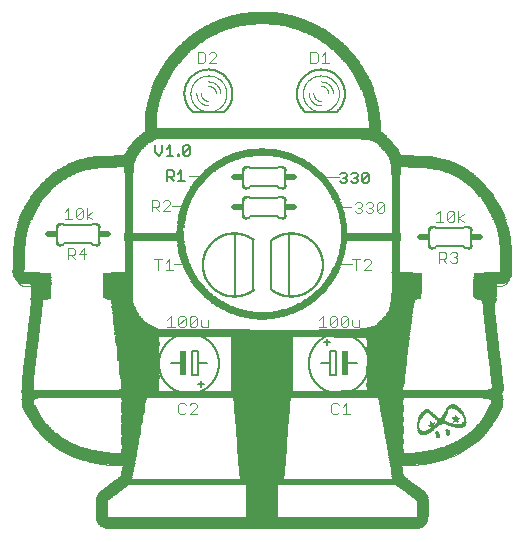
<source format=gto>
G75*
%MOIN*%
%OFA0B0*%
%FSLAX25Y25*%
%IPPOS*%
%LPD*%
%AMOC8*
5,1,8,0,0,1.08239X$1,22.5*
%
%ADD10C,0.00394*%
%ADD11C,0.00400*%
%ADD12C,0.00600*%
%ADD13R,0.02000X0.08000*%
%ADD14C,0.00500*%
%ADD15C,0.00200*%
%ADD16C,0.02000*%
%ADD17C,0.00060*%
%ADD18R,0.01000X0.02000*%
%ADD19C,0.00050*%
%ADD20R,1.04255X0.00145*%
%ADD21R,1.05415X0.00145*%
%ADD22R,1.05995X0.00145*%
%ADD23R,1.06720X0.00145*%
%ADD24R,1.07155X0.00145*%
%ADD25R,1.07735X0.00145*%
%ADD26R,1.08025X0.00145*%
%ADD27R,1.08315X0.00145*%
%ADD28R,1.08605X0.00145*%
%ADD29R,1.08895X0.00145*%
%ADD30R,1.09185X0.00145*%
%ADD31R,1.09185X0.00145*%
%ADD32R,1.09475X0.00145*%
%ADD33R,1.09765X0.00145*%
%ADD34R,1.09765X0.00145*%
%ADD35R,1.10055X0.00145*%
%ADD36R,1.10055X0.00145*%
%ADD37R,1.10345X0.00145*%
%ADD38R,1.10345X0.00145*%
%ADD39R,1.10635X0.00145*%
%ADD40R,1.10635X0.00145*%
%ADD41R,1.10925X0.00145*%
%ADD42R,0.04060X0.00145*%
%ADD43R,0.10585X0.00145*%
%ADD44R,0.04060X0.00145*%
%ADD45R,0.10585X0.00145*%
%ADD46R,0.04205X0.00145*%
%ADD47R,0.04205X0.00145*%
%ADD48R,0.04350X0.00145*%
%ADD49R,0.04495X0.00145*%
%ADD50R,0.04640X0.00145*%
%ADD51R,0.04785X0.00145*%
%ADD52R,0.05075X0.00145*%
%ADD53R,0.05220X0.00145*%
%ADD54R,0.05220X0.00145*%
%ADD55R,0.05510X0.00145*%
%ADD56R,0.05655X0.00145*%
%ADD57R,0.05655X0.00145*%
%ADD58R,0.05945X0.00145*%
%ADD59R,0.05945X0.00145*%
%ADD60R,0.06090X0.00145*%
%ADD61R,0.06235X0.00145*%
%ADD62R,0.06235X0.00145*%
%ADD63R,0.06380X0.00145*%
%ADD64R,0.06525X0.00145*%
%ADD65R,0.06380X0.00145*%
%ADD66R,0.06525X0.00145*%
%ADD67R,0.06670X0.00145*%
%ADD68R,0.06670X0.00145*%
%ADD69R,0.06670X0.00145*%
%ADD70R,0.06670X0.00145*%
%ADD71R,1.02225X0.00145*%
%ADD72R,1.01935X0.00145*%
%ADD73R,1.01355X0.00145*%
%ADD74R,1.01065X0.00145*%
%ADD75R,1.00775X0.00145*%
%ADD76R,1.00195X0.00145*%
%ADD77R,0.99905X0.00145*%
%ADD78R,0.99615X0.00145*%
%ADD79R,0.99035X0.00145*%
%ADD80R,0.98745X0.00145*%
%ADD81R,0.98455X0.00145*%
%ADD82R,0.97875X0.00145*%
%ADD83R,0.97585X0.00145*%
%ADD84R,0.97295X0.00145*%
%ADD85R,0.04930X0.00145*%
%ADD86R,0.14645X0.00145*%
%ADD87R,0.04785X0.00145*%
%ADD88R,0.14645X0.00145*%
%ADD89R,0.04930X0.00145*%
%ADD90R,0.14790X0.00145*%
%ADD91R,0.04930X0.00145*%
%ADD92R,0.14935X0.00145*%
%ADD93R,0.04640X0.00145*%
%ADD94R,0.04350X0.00145*%
%ADD95R,0.14935X0.00145*%
%ADD96R,0.04495X0.00145*%
%ADD97R,0.04060X0.00145*%
%ADD98R,0.15080X0.00145*%
%ADD99R,0.03915X0.00145*%
%ADD100R,0.15225X0.00145*%
%ADD101R,0.03915X0.00145*%
%ADD102R,0.15225X0.00145*%
%ADD103R,0.15370X0.00145*%
%ADD104R,0.15370X0.00145*%
%ADD105R,0.03915X0.00145*%
%ADD106R,0.03915X0.00145*%
%ADD107R,0.15515X0.00145*%
%ADD108R,0.15515X0.00145*%
%ADD109R,0.15660X0.00145*%
%ADD110R,0.15660X0.00145*%
%ADD111R,0.04060X0.00145*%
%ADD112R,0.15805X0.00145*%
%ADD113R,0.15805X0.00145*%
%ADD114R,0.08700X0.00145*%
%ADD115R,0.08845X0.00145*%
%ADD116R,0.10440X0.00145*%
%ADD117R,0.10150X0.00145*%
%ADD118R,0.11600X0.00145*%
%ADD119R,0.11310X0.00145*%
%ADD120R,0.12470X0.00145*%
%ADD121R,0.12325X0.00145*%
%ADD122R,0.13340X0.00145*%
%ADD123R,0.15950X0.00145*%
%ADD124R,0.13195X0.00145*%
%ADD125R,0.14065X0.00145*%
%ADD126R,0.14790X0.00145*%
%ADD127R,0.15950X0.00145*%
%ADD128R,0.14790X0.00145*%
%ADD129R,0.16095X0.00145*%
%ADD130R,0.16675X0.00145*%
%ADD131R,0.16530X0.00145*%
%ADD132R,0.17255X0.00145*%
%ADD133R,0.16095X0.00145*%
%ADD134R,0.17690X0.00145*%
%ADD135R,0.18415X0.00145*%
%ADD136R,0.18270X0.00145*%
%ADD137R,0.18995X0.00145*%
%ADD138R,0.18705X0.00145*%
%ADD139R,0.19430X0.00145*%
%ADD140R,0.19140X0.00145*%
%ADD141R,0.19865X0.00145*%
%ADD142R,0.19720X0.00145*%
%ADD143R,0.20300X0.00145*%
%ADD144R,0.20155X0.00145*%
%ADD145R,0.20735X0.00145*%
%ADD146R,0.20445X0.00145*%
%ADD147R,0.21170X0.00145*%
%ADD148R,0.20880X0.00145*%
%ADD149R,0.21605X0.00145*%
%ADD150R,0.16240X0.00145*%
%ADD151R,0.21315X0.00145*%
%ADD152R,0.21895X0.00145*%
%ADD153R,0.21750X0.00145*%
%ADD154R,0.22185X0.00145*%
%ADD155R,0.16240X0.00145*%
%ADD156R,0.22040X0.00145*%
%ADD157R,0.22620X0.00145*%
%ADD158R,0.22475X0.00145*%
%ADD159R,0.23055X0.00145*%
%ADD160R,0.22765X0.00145*%
%ADD161R,0.23345X0.00145*%
%ADD162R,0.16385X0.00145*%
%ADD163R,0.23055X0.00145*%
%ADD164R,0.23635X0.00145*%
%ADD165R,0.23490X0.00145*%
%ADD166R,0.23925X0.00145*%
%ADD167R,0.16385X0.00145*%
%ADD168R,0.23780X0.00145*%
%ADD169R,0.14065X0.00145*%
%ADD170R,0.05220X0.00145*%
%ADD171R,0.13050X0.00145*%
%ADD172R,0.05365X0.00145*%
%ADD173R,0.12470X0.00145*%
%ADD174R,0.11890X0.00145*%
%ADD175R,0.05365X0.00145*%
%ADD176R,0.11455X0.00145*%
%ADD177R,0.11020X0.00145*%
%ADD178R,0.10875X0.00145*%
%ADD179R,0.10730X0.00145*%
%ADD180R,0.10585X0.00145*%
%ADD181R,0.10440X0.00145*%
%ADD182R,0.05510X0.00145*%
%ADD183R,0.10295X0.00145*%
%ADD184R,0.10005X0.00145*%
%ADD185R,0.16530X0.00145*%
%ADD186R,0.09860X0.00145*%
%ADD187R,0.09715X0.00145*%
%ADD188R,0.09280X0.00145*%
%ADD189R,0.16675X0.00145*%
%ADD190R,0.09570X0.00145*%
%ADD191R,0.09135X0.00145*%
%ADD192R,0.05655X0.00145*%
%ADD193R,0.08990X0.00145*%
%ADD194R,0.08555X0.00145*%
%ADD195R,0.08700X0.00145*%
%ADD196R,0.08410X0.00145*%
%ADD197R,0.08120X0.00145*%
%ADD198R,0.08410X0.00145*%
%ADD199R,0.07975X0.00145*%
%ADD200R,0.08120X0.00145*%
%ADD201R,0.07830X0.00145*%
%ADD202R,0.08120X0.00145*%
%ADD203R,0.07685X0.00145*%
%ADD204R,0.05800X0.00145*%
%ADD205R,0.07975X0.00145*%
%ADD206R,0.07540X0.00145*%
%ADD207R,0.05800X0.00145*%
%ADD208R,0.07830X0.00145*%
%ADD209R,0.07395X0.00145*%
%ADD210R,0.07250X0.00145*%
%ADD211R,0.16820X0.00145*%
%ADD212R,0.07395X0.00145*%
%ADD213R,0.07105X0.00145*%
%ADD214R,0.16820X0.00145*%
%ADD215R,0.06960X0.00145*%
%ADD216R,0.06815X0.00145*%
%ADD217R,0.05945X0.00145*%
%ADD218R,0.16965X0.00145*%
%ADD219R,0.06815X0.00145*%
%ADD220R,0.16965X0.00145*%
%ADD221R,0.06090X0.00145*%
%ADD222R,0.06090X0.00145*%
%ADD223R,0.06235X0.00145*%
%ADD224R,0.06380X0.00145*%
%ADD225R,0.06235X0.00145*%
%ADD226R,0.17110X0.00145*%
%ADD227R,0.05945X0.00145*%
%ADD228R,0.17110X0.00145*%
%ADD229R,0.17255X0.00145*%
%ADD230R,0.17255X0.00145*%
%ADD231R,0.06380X0.00145*%
%ADD232R,0.05510X0.00145*%
%ADD233R,0.05510X0.00145*%
%ADD234R,0.17400X0.00145*%
%ADD235R,0.17545X0.00145*%
%ADD236R,0.17545X0.00145*%
%ADD237R,0.05220X0.00145*%
%ADD238R,0.06815X0.00145*%
%ADD239R,0.05075X0.00145*%
%ADD240R,0.06960X0.00145*%
%ADD241R,0.17690X0.00145*%
%ADD242R,0.04930X0.00145*%
%ADD243R,0.17835X0.00145*%
%ADD244R,0.04785X0.00145*%
%ADD245R,0.17835X0.00145*%
%ADD246R,0.07105X0.00145*%
%ADD247R,0.04785X0.00145*%
%ADD248R,0.07250X0.00145*%
%ADD249R,0.17980X0.00145*%
%ADD250R,0.17980X0.00145*%
%ADD251R,0.04640X0.00145*%
%ADD252R,0.04640X0.00145*%
%ADD253R,0.18125X0.00145*%
%ADD254R,0.18125X0.00145*%
%ADD255R,0.07395X0.00145*%
%ADD256R,0.04495X0.00145*%
%ADD257R,0.07395X0.00145*%
%ADD258R,0.04495X0.00145*%
%ADD259R,0.07540X0.00145*%
%ADD260R,0.18415X0.00145*%
%ADD261R,0.18415X0.00145*%
%ADD262R,0.07685X0.00145*%
%ADD263R,0.07830X0.00145*%
%ADD264R,0.18560X0.00145*%
%ADD265R,0.18560X0.00145*%
%ADD266R,0.18705X0.00145*%
%ADD267R,0.18705X0.00145*%
%ADD268R,0.18850X0.00145*%
%ADD269R,0.08120X0.00145*%
%ADD270R,0.18850X0.00145*%
%ADD271R,0.04205X0.00145*%
%ADD272R,0.18995X0.00145*%
%ADD273R,0.04205X0.00145*%
%ADD274R,0.18995X0.00145*%
%ADD275R,0.08265X0.00145*%
%ADD276R,0.08265X0.00145*%
%ADD277R,0.19140X0.00145*%
%ADD278R,0.19285X0.00145*%
%ADD279R,0.08410X0.00145*%
%ADD280R,0.19285X0.00145*%
%ADD281R,0.05365X0.00145*%
%ADD282R,0.26390X0.00145*%
%ADD283R,0.21895X0.00145*%
%ADD284R,1.60225X0.00145*%
%ADD285R,1.60080X0.00145*%
%ADD286R,1.59935X0.00145*%
%ADD287R,1.59935X0.00145*%
%ADD288R,1.59790X0.00145*%
%ADD289R,1.59790X0.00145*%
%ADD290R,1.59935X0.00145*%
%ADD291R,1.60080X0.00145*%
%ADD292R,1.60370X0.00145*%
%ADD293R,1.60370X0.00145*%
%ADD294R,1.60515X0.00145*%
%ADD295R,1.60515X0.00145*%
%ADD296R,0.45820X0.00145*%
%ADD297R,0.20445X0.00145*%
%ADD298R,0.54230X0.00145*%
%ADD299R,0.45530X0.00145*%
%ADD300R,0.20445X0.00145*%
%ADD301R,0.13485X0.00145*%
%ADD302R,0.12325X0.00145*%
%ADD303R,0.12905X0.00145*%
%ADD304R,0.12760X0.00145*%
%ADD305R,0.12615X0.00145*%
%ADD306R,0.12615X0.00145*%
%ADD307R,0.12760X0.00145*%
%ADD308R,0.12905X0.00145*%
%ADD309R,0.13050X0.00145*%
%ADD310R,0.12905X0.00145*%
%ADD311R,0.12905X0.00145*%
%ADD312R,0.13195X0.00145*%
%ADD313R,0.13340X0.00145*%
%ADD314R,0.13485X0.00145*%
%ADD315R,0.13630X0.00145*%
%ADD316R,0.13630X0.00145*%
%ADD317R,0.13775X0.00145*%
%ADD318R,0.13775X0.00145*%
%ADD319R,0.13630X0.00145*%
%ADD320R,0.13630X0.00145*%
%ADD321R,0.13920X0.00145*%
%ADD322R,0.13920X0.00145*%
%ADD323R,0.14210X0.00145*%
%ADD324R,0.14210X0.00145*%
%ADD325R,0.14355X0.00145*%
%ADD326R,0.14355X0.00145*%
%ADD327R,0.14500X0.00145*%
%ADD328R,0.14500X0.00145*%
%ADD329R,0.14355X0.00145*%
%ADD330R,0.14355X0.00145*%
%ADD331R,0.25375X0.00145*%
%ADD332R,0.98165X0.00145*%
%ADD333R,0.98165X0.00145*%
%ADD334R,0.98310X0.00145*%
%ADD335R,0.98310X0.00145*%
%ADD336R,0.98455X0.00145*%
%ADD337R,0.98600X0.00145*%
%ADD338R,0.98600X0.00145*%
%ADD339R,0.98745X0.00145*%
%ADD340R,0.45385X0.00145*%
%ADD341R,0.30450X0.00145*%
%ADD342R,0.19575X0.00145*%
%ADD343R,0.15370X0.00145*%
%ADD344R,0.13485X0.00145*%
%ADD345R,0.13195X0.00145*%
%ADD346R,0.13195X0.00145*%
%ADD347R,0.12760X0.00145*%
%ADD348R,0.12180X0.00145*%
%ADD349R,0.11890X0.00145*%
%ADD350R,0.12035X0.00145*%
%ADD351R,0.11600X0.00145*%
%ADD352R,0.11745X0.00145*%
%ADD353R,0.11455X0.00145*%
%ADD354R,0.11310X0.00145*%
%ADD355R,0.11165X0.00145*%
%ADD356R,0.10875X0.00145*%
%ADD357R,0.10585X0.00145*%
%ADD358R,0.10730X0.00145*%
%ADD359R,0.10295X0.00145*%
%ADD360R,0.10440X0.00145*%
%ADD361R,0.10005X0.00145*%
%ADD362R,0.09860X0.00145*%
%ADD363R,0.03045X0.00145*%
%ADD364R,0.10005X0.00145*%
%ADD365R,0.09715X0.00145*%
%ADD366R,0.09570X0.00145*%
%ADD367R,0.09715X0.00145*%
%ADD368R,0.09425X0.00145*%
%ADD369R,0.09570X0.00145*%
%ADD370R,0.09425X0.00145*%
%ADD371R,0.09280X0.00145*%
%ADD372R,0.08990X0.00145*%
%ADD373R,0.15515X0.00145*%
%ADD374R,0.09135X0.00145*%
%ADD375R,0.16385X0.00145*%
%ADD376R,0.08990X0.00145*%
%ADD377R,0.17255X0.00145*%
%ADD378R,0.08845X0.00145*%
%ADD379R,0.18995X0.00145*%
%ADD380R,0.19865X0.00145*%
%ADD381R,0.08555X0.00145*%
%ADD382R,0.08555X0.00145*%
%ADD383R,0.21315X0.00145*%
%ADD384R,0.22185X0.00145*%
%ADD385R,0.09570X0.00145*%
%ADD386R,0.06090X0.00145*%
%ADD387R,0.07830X0.00145*%
%ADD388R,0.05655X0.00145*%
%ADD389R,0.07685X0.00145*%
%ADD390R,0.07685X0.00145*%
%ADD391R,0.03770X0.00145*%
%ADD392R,0.03770X0.00145*%
%ADD393R,0.05365X0.00145*%
%ADD394R,0.03625X0.00145*%
%ADD395R,0.03625X0.00145*%
%ADD396R,0.03480X0.00145*%
%ADD397R,0.09715X0.00145*%
%ADD398R,0.07540X0.00145*%
%ADD399R,0.03770X0.00145*%
%ADD400R,0.03480X0.00145*%
%ADD401R,0.07540X0.00145*%
%ADD402R,0.03770X0.00145*%
%ADD403R,0.03480X0.00145*%
%ADD404R,0.03335X0.00145*%
%ADD405R,0.10005X0.00145*%
%ADD406R,0.03335X0.00145*%
%ADD407R,0.03335X0.00145*%
%ADD408R,0.03190X0.00145*%
%ADD409R,0.03190X0.00145*%
%ADD410R,0.03190X0.00145*%
%ADD411R,0.03045X0.00145*%
%ADD412R,0.03335X0.00145*%
%ADD413R,0.03045X0.00145*%
%ADD414R,0.03190X0.00145*%
%ADD415R,0.02900X0.00145*%
%ADD416R,0.02900X0.00145*%
%ADD417R,0.02755X0.00145*%
%ADD418R,0.02755X0.00145*%
%ADD419R,0.02755X0.00145*%
%ADD420R,0.03045X0.00145*%
%ADD421R,0.07105X0.00145*%
%ADD422R,0.10295X0.00145*%
%ADD423R,0.02755X0.00145*%
%ADD424R,0.10730X0.00145*%
%ADD425R,0.02610X0.00145*%
%ADD426R,0.11455X0.00145*%
%ADD427R,0.02610X0.00145*%
%ADD428R,0.11745X0.00145*%
%ADD429R,0.02610X0.00145*%
%ADD430R,0.12035X0.00145*%
%ADD431R,0.12180X0.00145*%
%ADD432R,0.02610X0.00145*%
%ADD433R,0.12470X0.00145*%
%ADD434R,0.02465X0.00145*%
%ADD435R,0.02465X0.00145*%
%ADD436R,0.02465X0.00145*%
%ADD437R,0.09280X0.00145*%
%ADD438R,0.02320X0.00145*%
%ADD439R,0.02320X0.00145*%
%ADD440R,0.02320X0.00145*%
%ADD441R,0.02320X0.00145*%
%ADD442R,0.02175X0.00145*%
%ADD443R,0.02465X0.00145*%
%ADD444R,0.02175X0.00145*%
%ADD445R,0.02030X0.00145*%
%ADD446R,0.02030X0.00145*%
%ADD447R,0.20010X0.00145*%
%ADD448R,0.20010X0.00145*%
%ADD449R,0.02030X0.00145*%
%ADD450R,0.02030X0.00145*%
%ADD451R,0.06815X0.00145*%
%ADD452R,0.03480X0.00145*%
%ADD453R,0.08845X0.00145*%
%ADD454R,0.08990X0.00145*%
%ADD455R,0.09860X0.00145*%
%ADD456R,0.10295X0.00145*%
%ADD457R,0.11020X0.00145*%
%ADD458R,0.11745X0.00145*%
%ADD459R,0.14935X0.00145*%
%ADD460R,0.18270X0.00145*%
%ADD461R,0.18415X0.00145*%
%ADD462R,0.23635X0.00145*%
%ADD463R,0.23925X0.00145*%
%ADD464R,0.23200X0.00145*%
%ADD465R,0.23490X0.00145*%
%ADD466R,0.22910X0.00145*%
%ADD467R,0.23200X0.00145*%
%ADD468R,0.22620X0.00145*%
%ADD469R,0.22910X0.00145*%
%ADD470R,0.22330X0.00145*%
%ADD471R,0.22620X0.00145*%
%ADD472R,0.22040X0.00145*%
%ADD473R,0.21460X0.00145*%
%ADD474R,0.21460X0.00145*%
%ADD475R,0.20880X0.00145*%
%ADD476R,0.21170X0.00145*%
%ADD477R,0.20735X0.00145*%
%ADD478R,0.20445X0.00145*%
%ADD479R,0.20010X0.00145*%
%ADD480R,0.20155X0.00145*%
%ADD481R,0.19720X0.00145*%
%ADD482R,0.19720X0.00145*%
%ADD483R,0.19285X0.00145*%
%ADD484R,0.17980X0.00145*%
%ADD485R,0.17835X0.00145*%
%ADD486R,0.17545X0.00145*%
%ADD487R,0.17400X0.00145*%
%ADD488R,0.16965X0.00145*%
%ADD489R,0.14645X0.00145*%
%ADD490R,0.08410X0.00145*%
%ADD491R,0.21895X0.00145*%
%ADD492R,0.19720X0.00145*%
%ADD493R,0.01740X0.00145*%
%ADD494R,0.06960X0.00145*%
%ADD495R,0.12180X0.00145*%
%ADD496R,0.83955X0.00145*%
%ADD497R,0.83665X0.00145*%
%ADD498R,0.83375X0.00145*%
%ADD499R,0.82940X0.00145*%
%ADD500R,0.82650X0.00145*%
%ADD501R,0.82360X0.00145*%
%ADD502R,0.82070X0.00145*%
%ADD503R,0.81780X0.00145*%
%ADD504R,0.81200X0.00145*%
%ADD505R,0.80910X0.00145*%
%ADD506R,0.80620X0.00145*%
%ADD507R,0.80185X0.00145*%
%ADD508R,0.79750X0.00145*%
%ADD509R,0.79315X0.00145*%
%ADD510R,0.78880X0.00145*%
%ADD511R,0.78590X0.00145*%
%ADD512R,0.78590X0.00145*%
%ADD513R,0.78735X0.00145*%
%ADD514R,0.78735X0.00145*%
%ADD515R,0.78880X0.00145*%
%ADD516R,0.06960X0.00145*%
%ADD517R,0.07105X0.00145*%
%ADD518R,0.08845X0.00145*%
%ADD519R,0.09280X0.00145*%
%ADD520R,0.10150X0.00145*%
%ADD521R,0.10730X0.00145*%
%ADD522R,0.11020X0.00145*%
%ADD523R,0.11310X0.00145*%
%ADD524R,0.13340X0.00145*%
%ADD525R,0.15660X0.00145*%
%ADD526R,0.34510X0.00145*%
%ADD527R,0.33930X0.00145*%
%ADD528R,0.33350X0.00145*%
%ADD529R,0.32770X0.00145*%
%ADD530R,0.32045X0.00145*%
%ADD531R,0.31320X0.00145*%
%ADD532R,0.30740X0.00145*%
%ADD533R,0.30015X0.00145*%
%ADD534R,0.29290X0.00145*%
%ADD535R,0.28565X0.00145*%
%ADD536R,0.27840X0.00145*%
%ADD537R,0.26970X0.00145*%
%ADD538R,0.26245X0.00145*%
%ADD539R,0.25375X0.00145*%
%ADD540R,0.24505X0.00145*%
%ADD541R,0.23635X0.00145*%
%ADD542R,0.20590X0.00145*%
%ADD543R,0.19575X0.00145*%
%ADD544R,0.00300X0.00060*%
%ADD545R,0.00540X0.00060*%
%ADD546R,0.00720X0.00060*%
%ADD547R,0.00840X0.00060*%
%ADD548R,0.00960X0.00060*%
%ADD549R,0.01020X0.00060*%
%ADD550R,0.01080X0.00060*%
%ADD551R,0.01140X0.00060*%
%ADD552R,0.01200X0.00060*%
%ADD553R,0.01260X0.00060*%
%ADD554R,0.01260X0.00060*%
%ADD555R,0.01320X0.00060*%
%ADD556R,0.00420X0.00060*%
%ADD557R,0.01380X0.00060*%
%ADD558R,0.00600X0.00060*%
%ADD559R,0.01440X0.00060*%
%ADD560R,0.00780X0.00060*%
%ADD561R,0.01440X0.00060*%
%ADD562R,0.00900X0.00060*%
%ADD563R,0.00960X0.00060*%
%ADD564R,0.01020X0.00060*%
%ADD565R,0.01020X0.00060*%
%ADD566R,0.01200X0.00060*%
%ADD567R,0.01800X0.00060*%
%ADD568R,0.02100X0.00060*%
%ADD569R,0.02340X0.00060*%
%ADD570R,0.01380X0.00060*%
%ADD571R,0.02580X0.00060*%
%ADD572R,0.02760X0.00060*%
%ADD573R,0.01380X0.00060*%
%ADD574R,0.01380X0.00060*%
%ADD575R,0.02940X0.00060*%
%ADD576R,0.01320X0.00060*%
%ADD577R,0.03120X0.00060*%
%ADD578R,0.03300X0.00060*%
%ADD579R,0.03480X0.00060*%
%ADD580R,0.03660X0.00060*%
%ADD581R,0.01140X0.00060*%
%ADD582R,0.03780X0.00060*%
%ADD583R,0.03900X0.00060*%
%ADD584R,0.04080X0.00060*%
%ADD585R,0.00900X0.00060*%
%ADD586R,0.04140X0.00060*%
%ADD587R,0.04320X0.00060*%
%ADD588R,0.00660X0.00060*%
%ADD589R,0.01680X0.00060*%
%ADD590R,0.02400X0.00060*%
%ADD591R,0.00480X0.00060*%
%ADD592R,0.02160X0.00060*%
%ADD593R,0.00120X0.00060*%
%ADD594R,0.01980X0.00060*%
%ADD595R,0.01260X0.00060*%
%ADD596R,0.01920X0.00060*%
%ADD597R,0.01140X0.00060*%
%ADD598R,0.01860X0.00060*%
%ADD599R,0.01860X0.00060*%
%ADD600R,0.01080X0.00060*%
%ADD601R,0.01740X0.00060*%
%ADD602R,0.00960X0.00060*%
%ADD603R,0.01680X0.00060*%
%ADD604R,0.01620X0.00060*%
%ADD605R,0.00780X0.00060*%
%ADD606R,0.01620X0.00060*%
%ADD607R,0.00660X0.00060*%
%ADD608R,0.00420X0.00060*%
%ADD609R,0.01560X0.00060*%
%ADD610R,0.01560X0.00060*%
%ADD611R,0.01500X0.00060*%
%ADD612R,0.01560X0.00060*%
%ADD613R,0.00840X0.00060*%
%ADD614R,0.01620X0.00060*%
%ADD615R,0.00840X0.00060*%
%ADD616R,0.01920X0.00060*%
%ADD617R,0.00780X0.00060*%
%ADD618R,0.02040X0.00060*%
%ADD619R,0.02460X0.00060*%
%ADD620R,0.02880X0.00060*%
%ADD621R,0.02220X0.00060*%
%ADD622R,0.03240X0.00060*%
%ADD623R,0.02340X0.00060*%
%ADD624R,0.03600X0.00060*%
%ADD625R,0.02580X0.00060*%
%ADD626R,0.00780X0.00060*%
%ADD627R,0.04200X0.00060*%
%ADD628R,0.03000X0.00060*%
%ADD629R,0.04500X0.00060*%
%ADD630R,0.03240X0.00060*%
%ADD631R,0.04740X0.00060*%
%ADD632R,0.03420X0.00060*%
%ADD633R,0.04980X0.00060*%
%ADD634R,0.03360X0.00060*%
%ADD635R,0.05160X0.00060*%
%ADD636R,0.05400X0.00060*%
%ADD637R,0.05640X0.00060*%
%ADD638R,0.05820X0.00060*%
%ADD639R,0.06000X0.00060*%
%ADD640R,0.06180X0.00060*%
%ADD641R,0.03480X0.00060*%
%ADD642R,0.02280X0.00060*%
%ADD643R,0.03060X0.00060*%
%ADD644R,0.01740X0.00060*%
%ADD645R,0.02760X0.00060*%
%ADD646R,0.02700X0.00060*%
%ADD647R,0.05280X0.00060*%
%ADD648R,0.00660X0.00060*%
%ADD649R,0.00240X0.00060*%
%ADD650R,0.04260X0.00060*%
%ADD651R,0.00420X0.00060*%
%ADD652R,0.00060X0.00060*%
%ADD653R,0.04080X0.00060*%
%ADD654R,0.01080X0.00060*%
%ADD655R,0.00300X0.00060*%
%ADD656R,0.03840X0.00060*%
%ADD657R,0.00060X0.00060*%
%ADD658R,0.00240X0.00060*%
%ADD659R,0.03720X0.00060*%
%ADD660R,0.00180X0.00060*%
%ADD661R,0.03540X0.00060*%
%ADD662R,0.03360X0.00060*%
%ADD663R,0.00360X0.00060*%
%ADD664R,0.03240X0.00060*%
%ADD665R,0.00420X0.00060*%
%ADD666R,0.03120X0.00060*%
%ADD667R,0.02880X0.00060*%
%ADD668R,0.02880X0.00060*%
%ADD669R,0.02820X0.00060*%
%ADD670R,0.02820X0.00060*%
%ADD671R,0.02820X0.00060*%
%ADD672R,0.03060X0.00060*%
%ADD673R,0.00720X0.00060*%
%ADD674R,0.03120X0.00060*%
%ADD675R,0.01920X0.00060*%
%ADD676R,0.00720X0.00060*%
%ADD677R,0.03180X0.00060*%
%ADD678R,0.02040X0.00060*%
%ADD679R,0.02280X0.00060*%
%ADD680R,0.00960X0.00060*%
%ADD681R,0.02460X0.00060*%
%ADD682R,0.01020X0.00060*%
%ADD683R,0.00720X0.00060*%
%ADD684R,0.01080X0.00060*%
%ADD685R,0.00360X0.00060*%
%ADD686R,0.01140X0.00060*%
%ADD687R,0.01260X0.00060*%
%ADD688R,0.01680X0.00060*%
%ADD689R,0.01740X0.00060*%
%ADD690R,0.02940X0.00060*%
%ADD691R,0.02520X0.00060*%
%ADD692R,0.01320X0.00060*%
%ADD693R,0.01500X0.00060*%
%ADD694R,0.01860X0.00060*%
%ADD695R,0.02160X0.00060*%
%ADD696R,0.04020X0.00060*%
%ADD697R,0.03960X0.00060*%
%ADD698R,0.03720X0.00060*%
%ADD699R,0.03660X0.00060*%
%ADD700R,0.02940X0.00060*%
%ADD701R,0.02640X0.00060*%
%ADD702R,0.02520X0.00060*%
%ADD703R,0.02340X0.00060*%
D10*
X0027228Y0036301D02*
X0028907Y0035531D01*
X0030613Y0034956D01*
X0030958Y0034840D01*
X0031373Y0034712D01*
X0031832Y0034579D01*
X0032290Y0034446D01*
X0032790Y0034309D01*
X0033819Y0034039D01*
X0034348Y0033907D01*
X0034862Y0033785D01*
X0035376Y0033664D01*
X0035875Y0033552D01*
X0036332Y0033458D01*
X0036808Y0033360D01*
X0037340Y0033266D01*
X0037897Y0033181D01*
X0038454Y0033095D01*
X0039034Y0033017D01*
X0039608Y0032951D01*
X0040182Y0032884D01*
X0040748Y0032830D01*
X0041276Y0032790D01*
X0041803Y0032751D01*
X0042291Y0032727D01*
X0042709Y0032722D01*
X0042873Y0032720D01*
X0043120Y0032717D01*
X0043366Y0032714D01*
X0043694Y0032709D01*
X0044023Y0032705D01*
X0044352Y0032701D01*
X0044682Y0032697D01*
X0044930Y0032694D01*
X0045178Y0032691D01*
X0045345Y0032689D01*
X0045397Y0032689D01*
X0045444Y0032691D01*
X0045491Y0032694D01*
X0045538Y0032697D01*
X0045586Y0032701D01*
X0045679Y0032712D01*
X0045726Y0032718D01*
X0045773Y0032724D01*
X0045820Y0032731D01*
X0045866Y0032738D01*
X0045913Y0032745D01*
X0045871Y0032516D01*
X0045831Y0032300D01*
X0045755Y0031892D01*
X0045719Y0031700D01*
X0045684Y0031517D01*
X0045649Y0031334D01*
X0045616Y0031160D01*
X0045584Y0030994D01*
X0045551Y0030828D01*
X0045520Y0030670D01*
X0045490Y0030516D01*
X0045410Y0030115D01*
X0045172Y0028910D01*
X0043553Y0027695D01*
X0041934Y0026479D01*
X0040314Y0025264D01*
X0038695Y0024048D01*
X0038448Y0023862D01*
X0038225Y0023650D01*
X0038031Y0023417D01*
X0037838Y0023183D01*
X0037672Y0022929D01*
X0037402Y0022390D01*
X0037299Y0022105D01*
X0037228Y0021810D01*
X0037158Y0021515D01*
X0037122Y0021209D01*
X0037122Y0015012D01*
X0037232Y0014494D01*
X0037631Y0013552D01*
X0037919Y0013128D01*
X0038275Y0012772D01*
X0038631Y0012416D01*
X0039055Y0012127D01*
X0039997Y0011729D01*
X0040515Y0011618D01*
X0143486Y0011618D01*
X0144004Y0011729D01*
X0144946Y0012127D01*
X0145370Y0012416D01*
X0145727Y0012772D01*
X0146083Y0013128D01*
X0146371Y0013552D01*
X0146770Y0014494D01*
X0146880Y0015012D01*
X0146880Y0021158D01*
X0146845Y0021458D01*
X0146776Y0021750D01*
X0146708Y0022041D01*
X0146607Y0022323D01*
X0146476Y0022589D01*
X0146345Y0022856D01*
X0146183Y0023108D01*
X0145805Y0023572D01*
X0145589Y0023783D01*
X0145347Y0023969D01*
X0144462Y0024652D01*
X0144020Y0024994D01*
X0143577Y0025335D01*
X0143329Y0025528D01*
X0143046Y0025745D01*
X0142451Y0026200D01*
X0142138Y0026437D01*
X0141829Y0026671D01*
X0141520Y0026905D01*
X0141215Y0027136D01*
X0140932Y0027348D01*
X0140649Y0027560D01*
X0140388Y0027754D01*
X0140169Y0027916D01*
X0139793Y0028195D01*
X0139416Y0028473D01*
X0138664Y0029031D01*
X0138623Y0029340D01*
X0138501Y0030268D01*
X0138469Y0030505D01*
X0138439Y0030733D01*
X0138409Y0030952D01*
X0138379Y0031172D01*
X0138350Y0031383D01*
X0138321Y0031587D01*
X0138292Y0031792D01*
X0138264Y0031989D01*
X0138236Y0032181D01*
X0138208Y0032373D01*
X0138180Y0032558D01*
X0138152Y0032740D01*
X0138194Y0032734D01*
X0138235Y0032728D01*
X0138318Y0032717D01*
X0138359Y0032711D01*
X0138442Y0032701D01*
X0138483Y0032697D01*
X0138525Y0032694D01*
X0138567Y0032691D01*
X0138610Y0032689D01*
X0141395Y0032689D01*
X0141915Y0032715D01*
X0142480Y0032759D01*
X0143044Y0032804D01*
X0143654Y0032867D01*
X0144272Y0032943D01*
X0144889Y0033018D01*
X0145515Y0033106D01*
X0146110Y0033199D01*
X0146706Y0033292D01*
X0147272Y0033390D01*
X0147771Y0033487D01*
X0150344Y0033982D01*
X0152765Y0034702D01*
X0157261Y0036556D01*
X0159334Y0037691D01*
X0161212Y0039017D01*
X0163089Y0040344D01*
X0164770Y0041862D01*
X0167693Y0045250D01*
X0168936Y0047119D01*
X0169936Y0049148D01*
X0169979Y0049235D01*
X0170022Y0049320D01*
X0170064Y0049402D01*
X0170106Y0049484D01*
X0170147Y0049564D01*
X0170229Y0049720D01*
X0170269Y0049796D01*
X0170308Y0049869D01*
X0170348Y0049943D01*
X0170386Y0050015D01*
X0170423Y0050084D01*
X0170703Y0052420D01*
X0170984Y0054756D01*
X0171264Y0057092D01*
X0171544Y0059428D01*
X0171533Y0059510D01*
X0171515Y0059673D01*
X0171467Y0060125D01*
X0171438Y0060414D01*
X0171404Y0060750D01*
X0171370Y0061085D01*
X0171332Y0061467D01*
X0171292Y0061879D01*
X0171252Y0062290D01*
X0171209Y0062731D01*
X0171165Y0063185D01*
X0171120Y0063656D01*
X0171065Y0064182D01*
X0171005Y0064729D01*
X0170944Y0065276D01*
X0170879Y0065843D01*
X0170812Y0066394D01*
X0170746Y0066946D01*
X0170677Y0067482D01*
X0170546Y0068451D01*
X0170482Y0068884D01*
X0170425Y0069230D01*
X0170381Y0069497D01*
X0170334Y0069810D01*
X0170240Y0070485D01*
X0170193Y0070846D01*
X0170148Y0071207D01*
X0170103Y0071569D01*
X0170061Y0071931D01*
X0169988Y0072609D01*
X0169957Y0072925D01*
X0169935Y0073195D01*
X0169910Y0073500D01*
X0169876Y0073878D01*
X0169835Y0074301D01*
X0169794Y0074724D01*
X0169747Y0075191D01*
X0169696Y0075674D01*
X0169645Y0076157D01*
X0169591Y0076655D01*
X0169537Y0077140D01*
X0169482Y0077624D01*
X0169427Y0078096D01*
X0169375Y0078525D01*
X0169325Y0078939D01*
X0169272Y0079395D01*
X0169219Y0079866D01*
X0169167Y0080336D01*
X0169114Y0080821D01*
X0169065Y0081293D01*
X0169016Y0081764D01*
X0168970Y0082222D01*
X0168930Y0082637D01*
X0168890Y0083053D01*
X0168856Y0083427D01*
X0168831Y0083731D01*
X0168813Y0083952D01*
X0168794Y0084177D01*
X0168773Y0084404D01*
X0168752Y0084631D01*
X0168729Y0084860D01*
X0168704Y0085090D01*
X0168678Y0085320D01*
X0168650Y0085550D01*
X0168618Y0085780D01*
X0168585Y0086010D01*
X0168550Y0086239D01*
X0168509Y0086467D01*
X0168519Y0086467D01*
X0168425Y0087924D01*
X0168332Y0089381D01*
X0168238Y0090839D01*
X0168144Y0092296D01*
X0168772Y0092311D01*
X0169401Y0092325D01*
X0170029Y0092339D01*
X0170657Y0092353D01*
X0170919Y0092359D01*
X0171178Y0092391D01*
X0171683Y0092505D01*
X0171929Y0092586D01*
X0172164Y0092691D01*
X0172399Y0092795D01*
X0172624Y0092922D01*
X0172836Y0093071D01*
X0173047Y0093220D01*
X0173245Y0093390D01*
X0173425Y0093581D01*
X0173605Y0093771D02*
X0173765Y0093978D01*
X0173902Y0094197D01*
X0174040Y0094416D01*
X0174155Y0094648D01*
X0174246Y0094889D01*
X0174338Y0095129D01*
X0174406Y0095379D01*
X0174492Y0095889D01*
X0174510Y0096150D01*
X0174502Y0096412D01*
X0174457Y0097860D01*
X0174367Y0100756D01*
X0174322Y0102204D01*
X0174279Y0103556D01*
X0174240Y0104648D01*
X0174185Y0105583D01*
X0174130Y0106518D01*
X0174060Y0107296D01*
X0173957Y0108019D01*
X0173853Y0108742D01*
X0173717Y0109410D01*
X0173343Y0110843D01*
X0173105Y0111606D01*
X0172798Y0112520D01*
X0172275Y0114077D01*
X0171693Y0115535D01*
X0171042Y0116911D01*
X0170391Y0118287D01*
X0169670Y0119582D01*
X0168066Y0122042D01*
X0167183Y0123208D01*
X0166208Y0124328D01*
X0165232Y0125447D01*
X0164164Y0126520D01*
X0162992Y0127564D01*
X0161603Y0128801D01*
X0160189Y0129859D01*
X0158707Y0130754D01*
X0157225Y0131649D01*
X0155675Y0132381D01*
X0154016Y0132965D01*
X0152356Y0133548D01*
X0150587Y0133983D01*
X0148665Y0134285D01*
X0146744Y0134587D01*
X0144670Y0134755D01*
X0142403Y0134804D01*
X0142152Y0134809D01*
X0141764Y0134817D01*
X0141377Y0134826D01*
X0140853Y0134837D01*
X0139762Y0134860D01*
X0139195Y0134873D01*
X0138246Y0134893D01*
X0137865Y0134901D01*
X0137692Y0134904D01*
X0137530Y0135373D01*
X0137342Y0135809D01*
X0137122Y0136229D01*
X0136902Y0136649D01*
X0136650Y0137052D01*
X0136361Y0137453D01*
X0136073Y0137854D01*
X0135748Y0138252D01*
X0135382Y0138663D01*
X0135015Y0139074D01*
X0134608Y0139497D01*
X0134154Y0139948D01*
X0134101Y0140000D01*
X0134050Y0140052D01*
X0134000Y0140102D01*
X0133950Y0140153D01*
X0133902Y0140203D01*
X0133854Y0140252D01*
X0133807Y0140301D01*
X0133761Y0140349D01*
X0133715Y0140396D01*
X0133670Y0140443D01*
X0133626Y0140489D01*
X0133583Y0140535D01*
X0133373Y0140754D01*
X0133168Y0140960D01*
X0132760Y0141350D01*
X0132557Y0141534D01*
X0132351Y0141706D01*
X0132146Y0141879D01*
X0131939Y0142041D01*
X0131514Y0142344D01*
X0131296Y0142485D01*
X0131070Y0142617D01*
X0131108Y0142743D01*
X0131141Y0142870D01*
X0131193Y0143127D01*
X0131213Y0143257D01*
X0131226Y0143387D01*
X0131240Y0143518D01*
X0131246Y0143650D01*
X0131246Y0143782D01*
X0131246Y0143915D01*
X0131239Y0144048D01*
X0131225Y0144181D01*
X0131166Y0144738D01*
X0131107Y0145296D01*
X0131047Y0145854D01*
X0130988Y0146412D01*
X0130839Y0147817D01*
X0130676Y0149070D01*
X0130483Y0150227D01*
X0130291Y0151383D01*
X0130069Y0152443D01*
X0129805Y0153462D01*
X0129540Y0154481D01*
X0129232Y0155459D01*
X0128867Y0156452D01*
X0128501Y0157444D01*
X0128078Y0158452D01*
X0127582Y0159529D01*
X0126350Y0162205D01*
X0124834Y0164703D01*
X0121311Y0169280D01*
X0119303Y0171358D01*
X0117087Y0173196D01*
X0114871Y0175034D01*
X0112447Y0176631D01*
X0109853Y0177956D01*
X0107259Y0179281D01*
X0104494Y0180333D01*
X0101597Y0181081D01*
X0100746Y0181301D01*
X0100006Y0181476D01*
X0099304Y0181616D01*
X0098602Y0181756D01*
X0097938Y0181861D01*
X0096536Y0182015D01*
X0095799Y0182065D01*
X0094951Y0182095D01*
X0094103Y0182125D01*
X0093144Y0182136D01*
X0090593Y0182136D01*
X0089357Y0182106D01*
X0087077Y0181961D01*
X0086033Y0181845D01*
X0085010Y0181675D01*
X0083987Y0181505D01*
X0082985Y0181279D01*
X0081929Y0180986D01*
X0080873Y0180693D01*
X0079764Y0180333D01*
X0078527Y0179892D01*
X0075787Y0178917D01*
X0073184Y0177630D01*
X0068342Y0174521D01*
X0066104Y0172699D01*
X0064091Y0170656D01*
X0062079Y0168612D01*
X0060294Y0166347D01*
X0058779Y0163905D01*
X0057264Y0161463D01*
X0056021Y0158844D01*
X0055093Y0156093D01*
X0054754Y0155088D01*
X0054467Y0154159D01*
X0054226Y0153280D01*
X0053986Y0152401D01*
X0053793Y0151573D01*
X0053492Y0149969D01*
X0053383Y0149192D01*
X0053312Y0148417D01*
X0053242Y0147641D01*
X0053209Y0146867D01*
X0053209Y0143675D01*
X0053213Y0143586D01*
X0053227Y0143412D01*
X0053238Y0143325D01*
X0053252Y0143240D01*
X0053265Y0143154D01*
X0053281Y0143070D01*
X0053300Y0142986D01*
X0053318Y0142902D01*
X0053339Y0142819D01*
X0053361Y0142737D01*
X0052643Y0142331D01*
X0051934Y0141833D01*
X0050574Y0140701D01*
X0049924Y0140066D01*
X0049323Y0139385D01*
X0048723Y0138705D01*
X0048173Y0137979D01*
X0047694Y0137231D01*
X0047214Y0136483D01*
X0046806Y0135713D01*
X0046488Y0134943D01*
X0046482Y0134943D01*
X0046477Y0134944D01*
X0046471Y0134944D01*
X0046466Y0134945D01*
X0046460Y0134946D01*
X0046455Y0134946D01*
X0046449Y0134947D01*
X0046443Y0134948D01*
X0046438Y0134949D01*
X0046432Y0134949D01*
X0046427Y0134949D01*
X0046408Y0134949D01*
X0046063Y0134936D01*
X0045040Y0134897D01*
X0044364Y0134871D01*
X0043014Y0134819D01*
X0042341Y0134792D01*
X0041331Y0134753D01*
X0040996Y0134740D01*
X0039350Y0134676D01*
X0037935Y0134586D01*
X0035398Y0134319D01*
X0034277Y0134140D01*
X0033217Y0133898D01*
X0032157Y0133657D01*
X0031160Y0133351D01*
X0030141Y0132963D01*
X0029122Y0132575D01*
X0028081Y0132103D01*
X0026934Y0131530D01*
X0025445Y0130786D01*
X0023992Y0129863D01*
X0021211Y0127720D01*
X0019884Y0126499D01*
X0018648Y0125158D01*
X0017411Y0123818D01*
X0016265Y0122358D01*
X0015236Y0120808D01*
X0014208Y0119258D01*
X0013297Y0117619D01*
X0012532Y0115919D01*
X0012022Y0114788D01*
X0011605Y0113770D01*
X0010920Y0111780D01*
X0010652Y0110808D01*
X0010441Y0109771D01*
X0010229Y0108734D01*
X0010073Y0107630D01*
X0009956Y0106372D01*
X0009838Y0105114D01*
X0009759Y0103701D01*
X0009699Y0102044D01*
X0009648Y0100641D01*
X0009548Y0097834D01*
X0009497Y0096430D01*
X0009488Y0096167D01*
X0009505Y0095906D01*
X0009547Y0095650D01*
X0009590Y0095394D01*
X0009657Y0095143D01*
X0009748Y0094901D01*
X0009839Y0094660D01*
X0009954Y0094427D01*
X0010228Y0093987D01*
X0010388Y0093779D01*
X0010568Y0093587D01*
X0010749Y0093396D01*
X0010947Y0093225D01*
X0011370Y0092925D01*
X0011596Y0092797D01*
X0012067Y0092588D01*
X0012314Y0092506D01*
X0012567Y0092449D01*
X0012820Y0092392D01*
X0013080Y0092359D01*
X0013343Y0092353D01*
X0013997Y0092338D01*
X0014651Y0092323D01*
X0015306Y0092309D01*
X0015960Y0092294D01*
X0015791Y0089382D01*
X0015707Y0087926D01*
X0015622Y0086471D01*
X0015607Y0086321D01*
X0015589Y0086146D01*
X0015569Y0085951D01*
X0015548Y0085755D01*
X0015525Y0085538D01*
X0015499Y0085303D01*
X0015473Y0085068D01*
X0015445Y0084814D01*
X0015414Y0084546D01*
X0015384Y0084277D01*
X0015351Y0083993D01*
X0015316Y0083697D01*
X0015260Y0083226D01*
X0015082Y0081732D01*
X0014960Y0080709D01*
X0014696Y0078497D01*
X0014555Y0077308D01*
X0014425Y0076231D01*
X0014296Y0075153D01*
X0014180Y0074188D01*
X0014100Y0073527D01*
X0013695Y0070179D01*
X0013390Y0067585D01*
X0013161Y0065569D01*
X0012931Y0063553D01*
X0012778Y0062116D01*
X0012675Y0061085D01*
X0012572Y0060053D01*
X0012520Y0059426D01*
X0012493Y0059029D01*
X0012466Y0058633D01*
X0012465Y0058467D01*
X0012464Y0058358D01*
X0012462Y0058112D01*
X0012459Y0057866D01*
X0012457Y0057620D01*
X0012455Y0057374D01*
X0012791Y0055490D01*
X0013127Y0053605D01*
X0013462Y0051721D01*
X0013798Y0049836D01*
X0013841Y0049756D01*
X0013885Y0049674D01*
X0013930Y0049590D01*
X0013975Y0049506D01*
X0014021Y0049420D01*
X0014067Y0049331D01*
X0014114Y0049242D01*
X0014162Y0049151D01*
X0014258Y0048965D01*
X0014307Y0048869D01*
X0014356Y0048771D01*
X0015119Y0047248D01*
X0016090Y0045767D01*
X0017224Y0044366D01*
X0018358Y0042966D01*
X0019655Y0041645D01*
X0021069Y0040442D01*
X0022484Y0039240D01*
X0024017Y0038156D01*
X0025623Y0037229D01*
X0027228Y0036301D01*
D11*
X0064017Y0050401D02*
X0064617Y0049800D01*
X0065818Y0049800D01*
X0066419Y0050401D01*
X0067700Y0049800D02*
X0070102Y0052202D01*
X0070102Y0052803D01*
X0069502Y0053403D01*
X0068301Y0053403D01*
X0067700Y0052803D01*
X0066419Y0052803D02*
X0065818Y0053403D01*
X0064617Y0053403D01*
X0064017Y0052803D01*
X0064017Y0050401D01*
X0067700Y0049800D02*
X0070102Y0049800D01*
X0069502Y0078800D02*
X0068300Y0078800D01*
X0067700Y0079401D01*
X0070102Y0081803D01*
X0070102Y0079401D01*
X0069502Y0078800D01*
X0067700Y0079401D02*
X0067700Y0081803D01*
X0068300Y0082403D01*
X0069502Y0082403D01*
X0070102Y0081803D01*
X0071383Y0081202D02*
X0071383Y0079401D01*
X0071984Y0078800D01*
X0073785Y0078800D01*
X0073785Y0081202D01*
X0066419Y0081803D02*
X0066419Y0079401D01*
X0065818Y0078800D01*
X0064617Y0078800D01*
X0064017Y0079401D01*
X0066419Y0081803D01*
X0065818Y0082403D01*
X0064617Y0082403D01*
X0064017Y0081803D01*
X0064017Y0079401D01*
X0062736Y0078800D02*
X0060334Y0078800D01*
X0061535Y0078800D02*
X0061535Y0082403D01*
X0060334Y0081202D01*
X0060901Y0097800D02*
X0060901Y0101403D01*
X0059700Y0100202D01*
X0058419Y0101403D02*
X0056017Y0101403D01*
X0057218Y0101403D02*
X0057218Y0097800D01*
X0059700Y0097800D02*
X0062102Y0097800D01*
X0062500Y0099600D02*
X0066500Y0099600D01*
X0061202Y0117400D02*
X0058800Y0117400D01*
X0061202Y0119802D01*
X0061202Y0120403D01*
X0060602Y0121003D01*
X0059401Y0121003D01*
X0058800Y0120403D01*
X0057519Y0120403D02*
X0056918Y0121003D01*
X0055117Y0121003D01*
X0055117Y0117400D01*
X0055117Y0118601D02*
X0056918Y0118601D01*
X0057519Y0119202D01*
X0057519Y0120403D01*
X0056318Y0118601D02*
X0057519Y0117400D01*
X0062000Y0119100D02*
X0067000Y0119100D01*
X0067500Y0129100D02*
X0073500Y0129100D01*
X0074200Y0166800D02*
X0076602Y0169202D01*
X0076602Y0169803D01*
X0076002Y0170403D01*
X0074801Y0170403D01*
X0074200Y0169803D01*
X0072919Y0169803D02*
X0072919Y0167401D01*
X0072318Y0166800D01*
X0070517Y0166800D01*
X0070517Y0170403D01*
X0072318Y0170403D01*
X0072919Y0169803D01*
X0074200Y0166800D02*
X0076602Y0166800D01*
X0108017Y0166800D02*
X0109818Y0166800D01*
X0110419Y0167401D01*
X0110419Y0169803D01*
X0109818Y0170403D01*
X0108017Y0170403D01*
X0108017Y0166800D01*
X0111700Y0166800D02*
X0114102Y0166800D01*
X0112901Y0166800D02*
X0112901Y0170403D01*
X0111700Y0169202D01*
X0112500Y0128600D02*
X0117500Y0128600D01*
X0123376Y0120303D02*
X0124577Y0120303D01*
X0125177Y0119703D01*
X0125177Y0119102D01*
X0124577Y0118502D01*
X0125177Y0117901D01*
X0125177Y0117301D01*
X0124577Y0116700D01*
X0123376Y0116700D01*
X0122775Y0117301D01*
X0123976Y0118502D02*
X0124577Y0118502D01*
X0123376Y0120303D02*
X0122775Y0119703D01*
X0121500Y0118600D02*
X0117500Y0118600D01*
X0126458Y0119703D02*
X0127059Y0120303D01*
X0128260Y0120303D01*
X0128860Y0119703D01*
X0128860Y0119102D01*
X0128260Y0118502D01*
X0128860Y0117901D01*
X0128860Y0117301D01*
X0128260Y0116700D01*
X0127059Y0116700D01*
X0126458Y0117301D01*
X0127659Y0118502D02*
X0128260Y0118502D01*
X0130142Y0119703D02*
X0130742Y0120303D01*
X0131943Y0120303D01*
X0132544Y0119703D01*
X0130142Y0117301D01*
X0130742Y0116700D01*
X0131943Y0116700D01*
X0132544Y0117301D01*
X0132544Y0119703D01*
X0130142Y0119703D02*
X0130142Y0117301D01*
X0127502Y0101403D02*
X0126301Y0101403D01*
X0125700Y0100803D01*
X0124419Y0101403D02*
X0122017Y0101403D01*
X0123218Y0101403D02*
X0123218Y0097800D01*
X0122000Y0099600D02*
X0117000Y0099600D01*
X0125700Y0097800D02*
X0128102Y0100202D01*
X0128102Y0100803D01*
X0127502Y0101403D01*
X0128102Y0097800D02*
X0125700Y0097800D01*
X0120002Y0082403D02*
X0120602Y0081803D01*
X0118200Y0079401D01*
X0118801Y0078800D01*
X0120002Y0078800D01*
X0120602Y0079401D01*
X0120602Y0081803D01*
X0120002Y0082403D02*
X0118801Y0082403D01*
X0118200Y0081803D01*
X0118200Y0079401D01*
X0116919Y0079401D02*
X0116318Y0078800D01*
X0115117Y0078800D01*
X0114517Y0079401D01*
X0116919Y0081803D01*
X0116919Y0079401D01*
X0116919Y0081803D02*
X0116318Y0082403D01*
X0115117Y0082403D01*
X0114517Y0081803D01*
X0114517Y0079401D01*
X0113236Y0078800D02*
X0110834Y0078800D01*
X0112035Y0078800D02*
X0112035Y0082403D01*
X0110834Y0081202D01*
X0121883Y0081202D02*
X0121883Y0079401D01*
X0122484Y0078800D01*
X0124285Y0078800D01*
X0124285Y0081202D01*
X0150917Y0100200D02*
X0150917Y0103803D01*
X0152718Y0103803D01*
X0153319Y0103203D01*
X0153319Y0102002D01*
X0152718Y0101401D01*
X0150917Y0101401D01*
X0152118Y0101401D02*
X0153319Y0100200D01*
X0154600Y0100801D02*
X0155201Y0100200D01*
X0156402Y0100200D01*
X0157002Y0100801D01*
X0157002Y0101401D01*
X0156402Y0102002D01*
X0155801Y0102002D01*
X0156402Y0102002D02*
X0157002Y0102602D01*
X0157002Y0103203D01*
X0156402Y0103803D01*
X0155201Y0103803D01*
X0154600Y0103203D01*
X0154166Y0113900D02*
X0153565Y0114501D01*
X0155967Y0116903D01*
X0155967Y0114501D01*
X0155367Y0113900D01*
X0154166Y0113900D01*
X0153565Y0114501D02*
X0153565Y0116903D01*
X0154166Y0117503D01*
X0155367Y0117503D01*
X0155967Y0116903D01*
X0157248Y0117503D02*
X0157248Y0113900D01*
X0157248Y0115101D02*
X0159050Y0116302D01*
X0157248Y0115101D02*
X0159050Y0113900D01*
X0152284Y0113900D02*
X0149882Y0113900D01*
X0151083Y0113900D02*
X0151083Y0117503D01*
X0149882Y0116302D01*
X0119901Y0053403D02*
X0119901Y0049800D01*
X0118700Y0049800D02*
X0121102Y0049800D01*
X0118700Y0052202D02*
X0119901Y0053403D01*
X0117419Y0052803D02*
X0116818Y0053403D01*
X0115617Y0053403D01*
X0115017Y0052803D01*
X0115017Y0050401D01*
X0115617Y0049800D01*
X0116818Y0049800D01*
X0117419Y0050401D01*
X0035250Y0114700D02*
X0033448Y0115901D01*
X0035250Y0117102D01*
X0033448Y0118303D02*
X0033448Y0114700D01*
X0032167Y0115301D02*
X0031567Y0114700D01*
X0030366Y0114700D01*
X0029765Y0115301D01*
X0032167Y0117703D01*
X0032167Y0115301D01*
X0032167Y0117703D02*
X0031567Y0118303D01*
X0030366Y0118303D01*
X0029765Y0117703D01*
X0029765Y0115301D01*
X0028484Y0114700D02*
X0026082Y0114700D01*
X0027283Y0114700D02*
X0027283Y0118303D01*
X0026082Y0117102D01*
X0027117Y0105003D02*
X0028918Y0105003D01*
X0029519Y0104403D01*
X0029519Y0103202D01*
X0028918Y0102601D01*
X0027117Y0102601D01*
X0028318Y0102601D02*
X0029519Y0101400D01*
X0030800Y0103202D02*
X0033202Y0103202D01*
X0032602Y0105003D02*
X0032602Y0101400D01*
X0030800Y0103202D02*
X0032602Y0105003D01*
X0027117Y0105003D02*
X0027117Y0101400D01*
D12*
X0025500Y0106100D02*
X0026000Y0106600D01*
X0035000Y0106600D01*
X0035500Y0106100D01*
X0036500Y0106100D01*
X0037500Y0107100D02*
X0037500Y0112100D01*
X0036500Y0113100D02*
X0035500Y0113100D01*
X0035000Y0112600D01*
X0026000Y0112600D01*
X0025500Y0113100D01*
X0024500Y0113100D01*
X0023500Y0112100D02*
X0023500Y0107100D01*
X0024500Y0106100D02*
X0025500Y0106100D01*
X0056355Y0137034D02*
X0056355Y0139303D01*
X0056355Y0137034D02*
X0057489Y0135900D01*
X0058623Y0137034D01*
X0058623Y0139303D01*
X0060038Y0138169D02*
X0061172Y0139303D01*
X0061172Y0135900D01*
X0060038Y0135900D02*
X0062306Y0135900D01*
X0063721Y0135900D02*
X0064288Y0135900D01*
X0064288Y0136467D01*
X0063721Y0136467D01*
X0063721Y0135900D01*
X0065562Y0136467D02*
X0067831Y0138736D01*
X0067831Y0136467D01*
X0067264Y0135900D01*
X0066130Y0135900D01*
X0065562Y0136467D01*
X0065562Y0138736D01*
X0066130Y0139303D01*
X0067264Y0139303D01*
X0067831Y0138736D01*
X0085500Y0131100D02*
X0085500Y0126100D01*
X0086500Y0125100D02*
X0087500Y0125100D01*
X0088000Y0125600D01*
X0097000Y0125600D01*
X0097500Y0125100D01*
X0098500Y0125100D01*
X0099500Y0126100D02*
X0099500Y0131100D01*
X0098500Y0132100D02*
X0097500Y0132100D01*
X0097000Y0131600D01*
X0088000Y0131600D01*
X0087500Y0132100D01*
X0086500Y0132100D01*
X0086500Y0122100D02*
X0087500Y0122100D01*
X0088000Y0121600D01*
X0097000Y0121600D01*
X0097500Y0122100D01*
X0098500Y0122100D01*
X0099500Y0121100D02*
X0099500Y0116100D01*
X0098500Y0115100D02*
X0097500Y0115100D01*
X0097000Y0115600D01*
X0088000Y0115600D01*
X0087500Y0115100D01*
X0086500Y0115100D01*
X0085500Y0116100D02*
X0085500Y0121100D01*
X0113500Y0074600D02*
X0113500Y0072600D01*
X0112500Y0073600D02*
X0114500Y0073600D01*
X0114500Y0070600D02*
X0114500Y0066600D01*
X0114500Y0062600D01*
X0116500Y0062600D01*
X0116500Y0070600D01*
X0114500Y0070600D01*
X0114500Y0066600D02*
X0111500Y0066600D01*
X0107500Y0066600D02*
X0107503Y0066845D01*
X0107512Y0067091D01*
X0107527Y0067336D01*
X0107548Y0067580D01*
X0107575Y0067824D01*
X0107608Y0068067D01*
X0107647Y0068310D01*
X0107692Y0068551D01*
X0107743Y0068791D01*
X0107800Y0069030D01*
X0107862Y0069267D01*
X0107931Y0069503D01*
X0108005Y0069737D01*
X0108085Y0069969D01*
X0108170Y0070199D01*
X0108261Y0070427D01*
X0108358Y0070652D01*
X0108460Y0070876D01*
X0108568Y0071096D01*
X0108681Y0071314D01*
X0108799Y0071529D01*
X0108923Y0071741D01*
X0109051Y0071950D01*
X0109185Y0072156D01*
X0109324Y0072358D01*
X0109468Y0072557D01*
X0109617Y0072752D01*
X0109770Y0072944D01*
X0109928Y0073132D01*
X0110090Y0073316D01*
X0110258Y0073495D01*
X0110429Y0073671D01*
X0110605Y0073842D01*
X0110784Y0074010D01*
X0110968Y0074172D01*
X0111156Y0074330D01*
X0111348Y0074483D01*
X0111543Y0074632D01*
X0111742Y0074776D01*
X0111944Y0074915D01*
X0112150Y0075049D01*
X0112359Y0075177D01*
X0112571Y0075301D01*
X0112786Y0075419D01*
X0113004Y0075532D01*
X0113224Y0075640D01*
X0113448Y0075742D01*
X0113673Y0075839D01*
X0113901Y0075930D01*
X0114131Y0076015D01*
X0114363Y0076095D01*
X0114597Y0076169D01*
X0114833Y0076238D01*
X0115070Y0076300D01*
X0115309Y0076357D01*
X0115549Y0076408D01*
X0115790Y0076453D01*
X0116033Y0076492D01*
X0116276Y0076525D01*
X0116520Y0076552D01*
X0116764Y0076573D01*
X0117009Y0076588D01*
X0117255Y0076597D01*
X0117500Y0076600D01*
X0117745Y0076597D01*
X0117991Y0076588D01*
X0118236Y0076573D01*
X0118480Y0076552D01*
X0118724Y0076525D01*
X0118967Y0076492D01*
X0119210Y0076453D01*
X0119451Y0076408D01*
X0119691Y0076357D01*
X0119930Y0076300D01*
X0120167Y0076238D01*
X0120403Y0076169D01*
X0120637Y0076095D01*
X0120869Y0076015D01*
X0121099Y0075930D01*
X0121327Y0075839D01*
X0121552Y0075742D01*
X0121776Y0075640D01*
X0121996Y0075532D01*
X0122214Y0075419D01*
X0122429Y0075301D01*
X0122641Y0075177D01*
X0122850Y0075049D01*
X0123056Y0074915D01*
X0123258Y0074776D01*
X0123457Y0074632D01*
X0123652Y0074483D01*
X0123844Y0074330D01*
X0124032Y0074172D01*
X0124216Y0074010D01*
X0124395Y0073842D01*
X0124571Y0073671D01*
X0124742Y0073495D01*
X0124910Y0073316D01*
X0125072Y0073132D01*
X0125230Y0072944D01*
X0125383Y0072752D01*
X0125532Y0072557D01*
X0125676Y0072358D01*
X0125815Y0072156D01*
X0125949Y0071950D01*
X0126077Y0071741D01*
X0126201Y0071529D01*
X0126319Y0071314D01*
X0126432Y0071096D01*
X0126540Y0070876D01*
X0126642Y0070652D01*
X0126739Y0070427D01*
X0126830Y0070199D01*
X0126915Y0069969D01*
X0126995Y0069737D01*
X0127069Y0069503D01*
X0127138Y0069267D01*
X0127200Y0069030D01*
X0127257Y0068791D01*
X0127308Y0068551D01*
X0127353Y0068310D01*
X0127392Y0068067D01*
X0127425Y0067824D01*
X0127452Y0067580D01*
X0127473Y0067336D01*
X0127488Y0067091D01*
X0127497Y0066845D01*
X0127500Y0066600D01*
X0127497Y0066355D01*
X0127488Y0066109D01*
X0127473Y0065864D01*
X0127452Y0065620D01*
X0127425Y0065376D01*
X0127392Y0065133D01*
X0127353Y0064890D01*
X0127308Y0064649D01*
X0127257Y0064409D01*
X0127200Y0064170D01*
X0127138Y0063933D01*
X0127069Y0063697D01*
X0126995Y0063463D01*
X0126915Y0063231D01*
X0126830Y0063001D01*
X0126739Y0062773D01*
X0126642Y0062548D01*
X0126540Y0062324D01*
X0126432Y0062104D01*
X0126319Y0061886D01*
X0126201Y0061671D01*
X0126077Y0061459D01*
X0125949Y0061250D01*
X0125815Y0061044D01*
X0125676Y0060842D01*
X0125532Y0060643D01*
X0125383Y0060448D01*
X0125230Y0060256D01*
X0125072Y0060068D01*
X0124910Y0059884D01*
X0124742Y0059705D01*
X0124571Y0059529D01*
X0124395Y0059358D01*
X0124216Y0059190D01*
X0124032Y0059028D01*
X0123844Y0058870D01*
X0123652Y0058717D01*
X0123457Y0058568D01*
X0123258Y0058424D01*
X0123056Y0058285D01*
X0122850Y0058151D01*
X0122641Y0058023D01*
X0122429Y0057899D01*
X0122214Y0057781D01*
X0121996Y0057668D01*
X0121776Y0057560D01*
X0121552Y0057458D01*
X0121327Y0057361D01*
X0121099Y0057270D01*
X0120869Y0057185D01*
X0120637Y0057105D01*
X0120403Y0057031D01*
X0120167Y0056962D01*
X0119930Y0056900D01*
X0119691Y0056843D01*
X0119451Y0056792D01*
X0119210Y0056747D01*
X0118967Y0056708D01*
X0118724Y0056675D01*
X0118480Y0056648D01*
X0118236Y0056627D01*
X0117991Y0056612D01*
X0117745Y0056603D01*
X0117500Y0056600D01*
X0117255Y0056603D01*
X0117009Y0056612D01*
X0116764Y0056627D01*
X0116520Y0056648D01*
X0116276Y0056675D01*
X0116033Y0056708D01*
X0115790Y0056747D01*
X0115549Y0056792D01*
X0115309Y0056843D01*
X0115070Y0056900D01*
X0114833Y0056962D01*
X0114597Y0057031D01*
X0114363Y0057105D01*
X0114131Y0057185D01*
X0113901Y0057270D01*
X0113673Y0057361D01*
X0113448Y0057458D01*
X0113224Y0057560D01*
X0113004Y0057668D01*
X0112786Y0057781D01*
X0112571Y0057899D01*
X0112359Y0058023D01*
X0112150Y0058151D01*
X0111944Y0058285D01*
X0111742Y0058424D01*
X0111543Y0058568D01*
X0111348Y0058717D01*
X0111156Y0058870D01*
X0110968Y0059028D01*
X0110784Y0059190D01*
X0110605Y0059358D01*
X0110429Y0059529D01*
X0110258Y0059705D01*
X0110090Y0059884D01*
X0109928Y0060068D01*
X0109770Y0060256D01*
X0109617Y0060448D01*
X0109468Y0060643D01*
X0109324Y0060842D01*
X0109185Y0061044D01*
X0109051Y0061250D01*
X0108923Y0061459D01*
X0108799Y0061671D01*
X0108681Y0061886D01*
X0108568Y0062104D01*
X0108460Y0062324D01*
X0108358Y0062548D01*
X0108261Y0062773D01*
X0108170Y0063001D01*
X0108085Y0063231D01*
X0108005Y0063463D01*
X0107931Y0063697D01*
X0107862Y0063933D01*
X0107800Y0064170D01*
X0107743Y0064409D01*
X0107692Y0064649D01*
X0107647Y0064890D01*
X0107608Y0065133D01*
X0107575Y0065376D01*
X0107548Y0065620D01*
X0107527Y0065864D01*
X0107512Y0066109D01*
X0107503Y0066355D01*
X0107500Y0066600D01*
X0120000Y0066600D02*
X0123500Y0066600D01*
X0148500Y0105100D02*
X0149500Y0105100D01*
X0150000Y0105600D01*
X0159000Y0105600D01*
X0159500Y0105100D01*
X0160500Y0105100D01*
X0161500Y0106100D02*
X0161500Y0111100D01*
X0160500Y0112100D02*
X0159500Y0112100D01*
X0159000Y0111600D01*
X0150000Y0111600D01*
X0149500Y0112100D01*
X0148500Y0112100D01*
X0147500Y0111100D02*
X0147500Y0106100D01*
X0073500Y0066600D02*
X0070500Y0066600D01*
X0070500Y0062600D01*
X0068500Y0062600D01*
X0068500Y0070600D01*
X0070500Y0070600D01*
X0070500Y0066600D01*
X0057500Y0066600D02*
X0057503Y0066845D01*
X0057512Y0067091D01*
X0057527Y0067336D01*
X0057548Y0067580D01*
X0057575Y0067824D01*
X0057608Y0068067D01*
X0057647Y0068310D01*
X0057692Y0068551D01*
X0057743Y0068791D01*
X0057800Y0069030D01*
X0057862Y0069267D01*
X0057931Y0069503D01*
X0058005Y0069737D01*
X0058085Y0069969D01*
X0058170Y0070199D01*
X0058261Y0070427D01*
X0058358Y0070652D01*
X0058460Y0070876D01*
X0058568Y0071096D01*
X0058681Y0071314D01*
X0058799Y0071529D01*
X0058923Y0071741D01*
X0059051Y0071950D01*
X0059185Y0072156D01*
X0059324Y0072358D01*
X0059468Y0072557D01*
X0059617Y0072752D01*
X0059770Y0072944D01*
X0059928Y0073132D01*
X0060090Y0073316D01*
X0060258Y0073495D01*
X0060429Y0073671D01*
X0060605Y0073842D01*
X0060784Y0074010D01*
X0060968Y0074172D01*
X0061156Y0074330D01*
X0061348Y0074483D01*
X0061543Y0074632D01*
X0061742Y0074776D01*
X0061944Y0074915D01*
X0062150Y0075049D01*
X0062359Y0075177D01*
X0062571Y0075301D01*
X0062786Y0075419D01*
X0063004Y0075532D01*
X0063224Y0075640D01*
X0063448Y0075742D01*
X0063673Y0075839D01*
X0063901Y0075930D01*
X0064131Y0076015D01*
X0064363Y0076095D01*
X0064597Y0076169D01*
X0064833Y0076238D01*
X0065070Y0076300D01*
X0065309Y0076357D01*
X0065549Y0076408D01*
X0065790Y0076453D01*
X0066033Y0076492D01*
X0066276Y0076525D01*
X0066520Y0076552D01*
X0066764Y0076573D01*
X0067009Y0076588D01*
X0067255Y0076597D01*
X0067500Y0076600D01*
X0067745Y0076597D01*
X0067991Y0076588D01*
X0068236Y0076573D01*
X0068480Y0076552D01*
X0068724Y0076525D01*
X0068967Y0076492D01*
X0069210Y0076453D01*
X0069451Y0076408D01*
X0069691Y0076357D01*
X0069930Y0076300D01*
X0070167Y0076238D01*
X0070403Y0076169D01*
X0070637Y0076095D01*
X0070869Y0076015D01*
X0071099Y0075930D01*
X0071327Y0075839D01*
X0071552Y0075742D01*
X0071776Y0075640D01*
X0071996Y0075532D01*
X0072214Y0075419D01*
X0072429Y0075301D01*
X0072641Y0075177D01*
X0072850Y0075049D01*
X0073056Y0074915D01*
X0073258Y0074776D01*
X0073457Y0074632D01*
X0073652Y0074483D01*
X0073844Y0074330D01*
X0074032Y0074172D01*
X0074216Y0074010D01*
X0074395Y0073842D01*
X0074571Y0073671D01*
X0074742Y0073495D01*
X0074910Y0073316D01*
X0075072Y0073132D01*
X0075230Y0072944D01*
X0075383Y0072752D01*
X0075532Y0072557D01*
X0075676Y0072358D01*
X0075815Y0072156D01*
X0075949Y0071950D01*
X0076077Y0071741D01*
X0076201Y0071529D01*
X0076319Y0071314D01*
X0076432Y0071096D01*
X0076540Y0070876D01*
X0076642Y0070652D01*
X0076739Y0070427D01*
X0076830Y0070199D01*
X0076915Y0069969D01*
X0076995Y0069737D01*
X0077069Y0069503D01*
X0077138Y0069267D01*
X0077200Y0069030D01*
X0077257Y0068791D01*
X0077308Y0068551D01*
X0077353Y0068310D01*
X0077392Y0068067D01*
X0077425Y0067824D01*
X0077452Y0067580D01*
X0077473Y0067336D01*
X0077488Y0067091D01*
X0077497Y0066845D01*
X0077500Y0066600D01*
X0077497Y0066355D01*
X0077488Y0066109D01*
X0077473Y0065864D01*
X0077452Y0065620D01*
X0077425Y0065376D01*
X0077392Y0065133D01*
X0077353Y0064890D01*
X0077308Y0064649D01*
X0077257Y0064409D01*
X0077200Y0064170D01*
X0077138Y0063933D01*
X0077069Y0063697D01*
X0076995Y0063463D01*
X0076915Y0063231D01*
X0076830Y0063001D01*
X0076739Y0062773D01*
X0076642Y0062548D01*
X0076540Y0062324D01*
X0076432Y0062104D01*
X0076319Y0061886D01*
X0076201Y0061671D01*
X0076077Y0061459D01*
X0075949Y0061250D01*
X0075815Y0061044D01*
X0075676Y0060842D01*
X0075532Y0060643D01*
X0075383Y0060448D01*
X0075230Y0060256D01*
X0075072Y0060068D01*
X0074910Y0059884D01*
X0074742Y0059705D01*
X0074571Y0059529D01*
X0074395Y0059358D01*
X0074216Y0059190D01*
X0074032Y0059028D01*
X0073844Y0058870D01*
X0073652Y0058717D01*
X0073457Y0058568D01*
X0073258Y0058424D01*
X0073056Y0058285D01*
X0072850Y0058151D01*
X0072641Y0058023D01*
X0072429Y0057899D01*
X0072214Y0057781D01*
X0071996Y0057668D01*
X0071776Y0057560D01*
X0071552Y0057458D01*
X0071327Y0057361D01*
X0071099Y0057270D01*
X0070869Y0057185D01*
X0070637Y0057105D01*
X0070403Y0057031D01*
X0070167Y0056962D01*
X0069930Y0056900D01*
X0069691Y0056843D01*
X0069451Y0056792D01*
X0069210Y0056747D01*
X0068967Y0056708D01*
X0068724Y0056675D01*
X0068480Y0056648D01*
X0068236Y0056627D01*
X0067991Y0056612D01*
X0067745Y0056603D01*
X0067500Y0056600D01*
X0067255Y0056603D01*
X0067009Y0056612D01*
X0066764Y0056627D01*
X0066520Y0056648D01*
X0066276Y0056675D01*
X0066033Y0056708D01*
X0065790Y0056747D01*
X0065549Y0056792D01*
X0065309Y0056843D01*
X0065070Y0056900D01*
X0064833Y0056962D01*
X0064597Y0057031D01*
X0064363Y0057105D01*
X0064131Y0057185D01*
X0063901Y0057270D01*
X0063673Y0057361D01*
X0063448Y0057458D01*
X0063224Y0057560D01*
X0063004Y0057668D01*
X0062786Y0057781D01*
X0062571Y0057899D01*
X0062359Y0058023D01*
X0062150Y0058151D01*
X0061944Y0058285D01*
X0061742Y0058424D01*
X0061543Y0058568D01*
X0061348Y0058717D01*
X0061156Y0058870D01*
X0060968Y0059028D01*
X0060784Y0059190D01*
X0060605Y0059358D01*
X0060429Y0059529D01*
X0060258Y0059705D01*
X0060090Y0059884D01*
X0059928Y0060068D01*
X0059770Y0060256D01*
X0059617Y0060448D01*
X0059468Y0060643D01*
X0059324Y0060842D01*
X0059185Y0061044D01*
X0059051Y0061250D01*
X0058923Y0061459D01*
X0058799Y0061671D01*
X0058681Y0061886D01*
X0058568Y0062104D01*
X0058460Y0062324D01*
X0058358Y0062548D01*
X0058261Y0062773D01*
X0058170Y0063001D01*
X0058085Y0063231D01*
X0058005Y0063463D01*
X0057931Y0063697D01*
X0057862Y0063933D01*
X0057800Y0064170D01*
X0057743Y0064409D01*
X0057692Y0064649D01*
X0057647Y0064890D01*
X0057608Y0065133D01*
X0057575Y0065376D01*
X0057548Y0065620D01*
X0057527Y0065864D01*
X0057512Y0066109D01*
X0057503Y0066355D01*
X0057500Y0066600D01*
X0061500Y0066600D02*
X0065000Y0066600D01*
X0071500Y0060600D02*
X0071500Y0058600D01*
X0072500Y0059600D02*
X0070500Y0059600D01*
D13*
X0065500Y0066600D03*
X0119500Y0066600D03*
D14*
X0101000Y0089112D02*
X0101000Y0094072D01*
X0101000Y0095128D01*
X0101000Y0104072D01*
X0101000Y0105128D01*
X0101000Y0110088D01*
X0095000Y0107848D02*
X0095000Y0091352D01*
X0089000Y0091352D02*
X0089000Y0107848D01*
X0083000Y0110088D02*
X0083000Y0105128D01*
X0083000Y0104072D01*
X0083000Y0095128D01*
X0083000Y0094072D01*
X0083000Y0089112D01*
X0066185Y0127450D02*
X0063850Y0127450D01*
X0065018Y0127450D02*
X0065018Y0130953D01*
X0063850Y0129785D01*
X0062502Y0129201D02*
X0061918Y0128618D01*
X0060167Y0128618D01*
X0061335Y0128618D02*
X0062502Y0127450D01*
X0062502Y0129201D02*
X0062502Y0130369D01*
X0061918Y0130953D01*
X0060167Y0130953D01*
X0060167Y0127450D01*
X0069000Y0150400D02*
X0079000Y0150400D01*
X0082000Y0156600D02*
X0081998Y0156792D01*
X0081991Y0156984D01*
X0081979Y0157176D01*
X0081963Y0157368D01*
X0081942Y0157559D01*
X0081917Y0157749D01*
X0081887Y0157939D01*
X0081853Y0158128D01*
X0081814Y0158316D01*
X0081770Y0158503D01*
X0081722Y0158689D01*
X0081670Y0158874D01*
X0081613Y0159058D01*
X0081552Y0159240D01*
X0081486Y0159420D01*
X0081416Y0159599D01*
X0081342Y0159777D01*
X0081264Y0159952D01*
X0081181Y0160126D01*
X0081094Y0160297D01*
X0081004Y0160466D01*
X0080909Y0160633D01*
X0080810Y0160798D01*
X0080707Y0160961D01*
X0080600Y0161120D01*
X0080490Y0161278D01*
X0080376Y0161432D01*
X0080258Y0161584D01*
X0080136Y0161733D01*
X0080011Y0161879D01*
X0079883Y0162021D01*
X0079751Y0162161D01*
X0079616Y0162298D01*
X0079477Y0162431D01*
X0079336Y0162561D01*
X0079191Y0162687D01*
X0079043Y0162810D01*
X0078893Y0162929D01*
X0078739Y0163045D01*
X0078583Y0163157D01*
X0078424Y0163265D01*
X0078263Y0163370D01*
X0078099Y0163470D01*
X0077933Y0163566D01*
X0077765Y0163659D01*
X0070031Y0163546D02*
X0069862Y0163447D01*
X0069696Y0163343D01*
X0069532Y0163236D01*
X0069371Y0163125D01*
X0069213Y0163010D01*
X0069058Y0162891D01*
X0068905Y0162768D01*
X0068756Y0162642D01*
X0068610Y0162512D01*
X0068467Y0162378D01*
X0068327Y0162241D01*
X0068191Y0162101D01*
X0068058Y0161957D01*
X0067929Y0161810D01*
X0067803Y0161660D01*
X0067682Y0161507D01*
X0067563Y0161351D01*
X0067449Y0161192D01*
X0067339Y0161031D01*
X0067233Y0160866D01*
X0067130Y0160700D01*
X0067032Y0160530D01*
X0066938Y0160359D01*
X0066848Y0160185D01*
X0066763Y0160009D01*
X0066681Y0159831D01*
X0066605Y0159651D01*
X0066532Y0159469D01*
X0066464Y0159286D01*
X0066401Y0159101D01*
X0066342Y0158914D01*
X0066288Y0158726D01*
X0066238Y0158537D01*
X0066193Y0158347D01*
X0066153Y0158155D01*
X0066117Y0157963D01*
X0066086Y0157770D01*
X0066060Y0157576D01*
X0066038Y0157381D01*
X0066022Y0157186D01*
X0066010Y0156991D01*
X0066002Y0156795D01*
X0066000Y0156600D01*
X0069807Y0163413D02*
X0069972Y0163512D01*
X0070139Y0163607D01*
X0070308Y0163697D01*
X0070479Y0163784D01*
X0070653Y0163866D01*
X0070828Y0163944D01*
X0071005Y0164018D01*
X0071184Y0164088D01*
X0071364Y0164153D01*
X0071546Y0164214D01*
X0071729Y0164271D01*
X0071914Y0164323D01*
X0072100Y0164371D01*
X0072287Y0164414D01*
X0072475Y0164453D01*
X0072663Y0164488D01*
X0072853Y0164517D01*
X0073043Y0164543D01*
X0073234Y0164563D01*
X0073425Y0164579D01*
X0073617Y0164591D01*
X0073808Y0164598D01*
X0074000Y0164600D01*
X0074188Y0164598D01*
X0074376Y0164591D01*
X0074564Y0164580D01*
X0074752Y0164565D01*
X0074939Y0164545D01*
X0075125Y0164520D01*
X0075311Y0164492D01*
X0075497Y0164459D01*
X0075681Y0164421D01*
X0075864Y0164380D01*
X0076047Y0164334D01*
X0076228Y0164283D01*
X0076408Y0164229D01*
X0076587Y0164170D01*
X0076764Y0164107D01*
X0076940Y0164040D01*
X0077114Y0163969D01*
X0077287Y0163894D01*
X0077457Y0163814D01*
X0077626Y0163731D01*
X0077793Y0163644D01*
X0082000Y0156600D02*
X0081998Y0156405D01*
X0081991Y0156211D01*
X0081979Y0156017D01*
X0081962Y0155823D01*
X0081941Y0155629D01*
X0081915Y0155436D01*
X0081884Y0155244D01*
X0081849Y0155052D01*
X0081809Y0154862D01*
X0081764Y0154672D01*
X0081715Y0154484D01*
X0081661Y0154297D01*
X0081603Y0154111D01*
X0081540Y0153927D01*
X0081473Y0153744D01*
X0081401Y0153563D01*
X0081325Y0153384D01*
X0081245Y0153207D01*
X0081160Y0153032D01*
X0081071Y0152858D01*
X0080978Y0152688D01*
X0080881Y0152519D01*
X0080779Y0152353D01*
X0080674Y0152189D01*
X0080565Y0152028D01*
X0080452Y0151869D01*
X0080335Y0151714D01*
X0080214Y0151561D01*
X0080089Y0151412D01*
X0079961Y0151265D01*
X0079830Y0151121D01*
X0079695Y0150981D01*
X0079556Y0150844D01*
X0079415Y0150711D01*
X0079270Y0150581D01*
X0079122Y0150454D01*
X0068832Y0150493D02*
X0068686Y0150620D01*
X0068544Y0150749D01*
X0068404Y0150883D01*
X0068268Y0151019D01*
X0068135Y0151159D01*
X0068005Y0151302D01*
X0067879Y0151449D01*
X0067757Y0151598D01*
X0067638Y0151750D01*
X0067523Y0151905D01*
X0067411Y0152062D01*
X0067304Y0152222D01*
X0067200Y0152385D01*
X0067101Y0152551D01*
X0067005Y0152718D01*
X0066913Y0152888D01*
X0066826Y0153060D01*
X0066742Y0153234D01*
X0066663Y0153410D01*
X0066589Y0153588D01*
X0066518Y0153768D01*
X0066452Y0153949D01*
X0066390Y0154132D01*
X0066333Y0154316D01*
X0066280Y0154502D01*
X0066232Y0154689D01*
X0066188Y0154877D01*
X0066149Y0155066D01*
X0066114Y0155256D01*
X0066084Y0155446D01*
X0066058Y0155637D01*
X0066037Y0155829D01*
X0066021Y0156022D01*
X0066009Y0156214D01*
X0066002Y0156407D01*
X0066000Y0156600D01*
X0106500Y0150400D02*
X0116500Y0150400D01*
X0119500Y0156600D02*
X0119498Y0156792D01*
X0119491Y0156984D01*
X0119479Y0157176D01*
X0119463Y0157368D01*
X0119442Y0157559D01*
X0119417Y0157749D01*
X0119387Y0157939D01*
X0119353Y0158128D01*
X0119314Y0158316D01*
X0119270Y0158503D01*
X0119222Y0158689D01*
X0119170Y0158874D01*
X0119113Y0159058D01*
X0119052Y0159240D01*
X0118986Y0159420D01*
X0118916Y0159599D01*
X0118842Y0159777D01*
X0118764Y0159952D01*
X0118681Y0160126D01*
X0118594Y0160297D01*
X0118504Y0160466D01*
X0118409Y0160633D01*
X0118310Y0160798D01*
X0118207Y0160961D01*
X0118100Y0161120D01*
X0117990Y0161278D01*
X0117876Y0161432D01*
X0117758Y0161584D01*
X0117636Y0161733D01*
X0117511Y0161879D01*
X0117383Y0162021D01*
X0117251Y0162161D01*
X0117116Y0162298D01*
X0116977Y0162431D01*
X0116836Y0162561D01*
X0116691Y0162687D01*
X0116543Y0162810D01*
X0116393Y0162929D01*
X0116239Y0163045D01*
X0116083Y0163157D01*
X0115924Y0163265D01*
X0115763Y0163370D01*
X0115599Y0163470D01*
X0115433Y0163566D01*
X0115265Y0163659D01*
X0107531Y0163546D02*
X0107362Y0163447D01*
X0107196Y0163343D01*
X0107032Y0163236D01*
X0106871Y0163125D01*
X0106713Y0163010D01*
X0106558Y0162891D01*
X0106405Y0162768D01*
X0106256Y0162642D01*
X0106110Y0162512D01*
X0105967Y0162378D01*
X0105827Y0162241D01*
X0105691Y0162101D01*
X0105558Y0161957D01*
X0105429Y0161810D01*
X0105303Y0161660D01*
X0105182Y0161507D01*
X0105063Y0161351D01*
X0104949Y0161192D01*
X0104839Y0161031D01*
X0104733Y0160866D01*
X0104630Y0160700D01*
X0104532Y0160530D01*
X0104438Y0160359D01*
X0104348Y0160185D01*
X0104263Y0160009D01*
X0104181Y0159831D01*
X0104105Y0159651D01*
X0104032Y0159469D01*
X0103964Y0159286D01*
X0103901Y0159101D01*
X0103842Y0158914D01*
X0103788Y0158726D01*
X0103738Y0158537D01*
X0103693Y0158347D01*
X0103653Y0158155D01*
X0103617Y0157963D01*
X0103586Y0157770D01*
X0103560Y0157576D01*
X0103538Y0157381D01*
X0103522Y0157186D01*
X0103510Y0156991D01*
X0103502Y0156795D01*
X0103500Y0156600D01*
X0107307Y0163413D02*
X0107472Y0163512D01*
X0107639Y0163607D01*
X0107808Y0163697D01*
X0107979Y0163784D01*
X0108153Y0163866D01*
X0108328Y0163944D01*
X0108505Y0164018D01*
X0108684Y0164088D01*
X0108864Y0164153D01*
X0109046Y0164214D01*
X0109229Y0164271D01*
X0109414Y0164323D01*
X0109600Y0164371D01*
X0109787Y0164414D01*
X0109975Y0164453D01*
X0110163Y0164488D01*
X0110353Y0164517D01*
X0110543Y0164543D01*
X0110734Y0164563D01*
X0110925Y0164579D01*
X0111117Y0164591D01*
X0111308Y0164598D01*
X0111500Y0164600D01*
X0111688Y0164598D01*
X0111876Y0164591D01*
X0112064Y0164580D01*
X0112252Y0164565D01*
X0112439Y0164545D01*
X0112625Y0164520D01*
X0112811Y0164492D01*
X0112997Y0164459D01*
X0113181Y0164421D01*
X0113364Y0164380D01*
X0113547Y0164334D01*
X0113728Y0164283D01*
X0113908Y0164229D01*
X0114087Y0164170D01*
X0114264Y0164107D01*
X0114440Y0164040D01*
X0114614Y0163969D01*
X0114787Y0163894D01*
X0114957Y0163814D01*
X0115126Y0163731D01*
X0115293Y0163644D01*
X0119500Y0156600D02*
X0119498Y0156405D01*
X0119491Y0156211D01*
X0119479Y0156017D01*
X0119462Y0155823D01*
X0119441Y0155629D01*
X0119415Y0155436D01*
X0119384Y0155244D01*
X0119349Y0155052D01*
X0119309Y0154862D01*
X0119264Y0154672D01*
X0119215Y0154484D01*
X0119161Y0154297D01*
X0119103Y0154111D01*
X0119040Y0153927D01*
X0118973Y0153744D01*
X0118901Y0153563D01*
X0118825Y0153384D01*
X0118745Y0153207D01*
X0118660Y0153032D01*
X0118571Y0152858D01*
X0118478Y0152688D01*
X0118381Y0152519D01*
X0118279Y0152353D01*
X0118174Y0152189D01*
X0118065Y0152028D01*
X0117952Y0151869D01*
X0117835Y0151714D01*
X0117714Y0151561D01*
X0117589Y0151412D01*
X0117461Y0151265D01*
X0117330Y0151121D01*
X0117195Y0150981D01*
X0117056Y0150844D01*
X0116915Y0150711D01*
X0116770Y0150581D01*
X0116622Y0150454D01*
X0106332Y0150493D02*
X0106186Y0150620D01*
X0106044Y0150749D01*
X0105904Y0150883D01*
X0105768Y0151019D01*
X0105635Y0151159D01*
X0105505Y0151302D01*
X0105379Y0151449D01*
X0105257Y0151598D01*
X0105138Y0151750D01*
X0105023Y0151905D01*
X0104911Y0152062D01*
X0104804Y0152222D01*
X0104700Y0152385D01*
X0104601Y0152551D01*
X0104505Y0152718D01*
X0104413Y0152888D01*
X0104326Y0153060D01*
X0104242Y0153234D01*
X0104163Y0153410D01*
X0104089Y0153588D01*
X0104018Y0153768D01*
X0103952Y0153949D01*
X0103890Y0154132D01*
X0103833Y0154316D01*
X0103780Y0154502D01*
X0103732Y0154689D01*
X0103688Y0154877D01*
X0103649Y0155066D01*
X0103614Y0155256D01*
X0103584Y0155446D01*
X0103558Y0155637D01*
X0103537Y0155829D01*
X0103521Y0156022D01*
X0103509Y0156214D01*
X0103502Y0156407D01*
X0103500Y0156600D01*
X0118409Y0130253D02*
X0119577Y0130253D01*
X0120161Y0129669D01*
X0120161Y0129085D01*
X0119577Y0128501D01*
X0120161Y0127918D01*
X0120161Y0127334D01*
X0119577Y0126750D01*
X0118409Y0126750D01*
X0117825Y0127334D01*
X0118993Y0128501D02*
X0119577Y0128501D01*
X0117825Y0129669D02*
X0118409Y0130253D01*
X0121508Y0129669D02*
X0122092Y0130253D01*
X0123260Y0130253D01*
X0123844Y0129669D01*
X0123844Y0129085D01*
X0123260Y0128501D01*
X0123844Y0127918D01*
X0123844Y0127334D01*
X0123260Y0126750D01*
X0122092Y0126750D01*
X0121508Y0127334D01*
X0122676Y0128501D02*
X0123260Y0128501D01*
X0125192Y0127334D02*
X0127527Y0129669D01*
X0127527Y0127334D01*
X0126943Y0126750D01*
X0125775Y0126750D01*
X0125192Y0127334D01*
X0125192Y0129669D01*
X0125775Y0130253D01*
X0126943Y0130253D01*
X0127527Y0129669D01*
D15*
X0105500Y0156600D02*
X0105502Y0156752D01*
X0105508Y0156903D01*
X0105517Y0157054D01*
X0105531Y0157206D01*
X0105548Y0157356D01*
X0105569Y0157506D01*
X0105594Y0157656D01*
X0105622Y0157805D01*
X0105655Y0157953D01*
X0105691Y0158100D01*
X0105730Y0158247D01*
X0105774Y0158392D01*
X0105821Y0158536D01*
X0105872Y0158679D01*
X0105926Y0158820D01*
X0105984Y0158961D01*
X0106045Y0159099D01*
X0106110Y0159236D01*
X0106179Y0159372D01*
X0106250Y0159505D01*
X0106325Y0159637D01*
X0106404Y0159767D01*
X0106485Y0159894D01*
X0106570Y0160020D01*
X0106658Y0160144D01*
X0106749Y0160265D01*
X0106843Y0160384D01*
X0106941Y0160500D01*
X0107041Y0160614D01*
X0107143Y0160726D01*
X0107249Y0160834D01*
X0107357Y0160940D01*
X0107468Y0161044D01*
X0107582Y0161144D01*
X0107698Y0161242D01*
X0107817Y0161336D01*
X0115100Y0161400D02*
X0115222Y0161306D01*
X0115341Y0161209D01*
X0117500Y0156600D02*
X0117498Y0156446D01*
X0117492Y0156292D01*
X0117482Y0156138D01*
X0117468Y0155984D01*
X0117451Y0155831D01*
X0117429Y0155679D01*
X0117403Y0155527D01*
X0117374Y0155375D01*
X0117340Y0155225D01*
X0117303Y0155075D01*
X0117262Y0154927D01*
X0117217Y0154779D01*
X0117168Y0154633D01*
X0117116Y0154488D01*
X0117060Y0154345D01*
X0117000Y0154202D01*
X0116937Y0154062D01*
X0116870Y0153923D01*
X0116799Y0153786D01*
X0116725Y0153651D01*
X0116648Y0153518D01*
X0116567Y0153386D01*
X0116483Y0153257D01*
X0116395Y0153130D01*
X0116304Y0153006D01*
X0116211Y0152884D01*
X0116113Y0152764D01*
X0116013Y0152647D01*
X0115910Y0152532D01*
X0115804Y0152420D01*
X0115696Y0152311D01*
X0115584Y0152205D01*
X0115470Y0152101D01*
X0115353Y0152001D01*
X0115234Y0151903D01*
X0115112Y0151809D01*
X0114987Y0151718D01*
X0111500Y0150600D02*
X0111346Y0150602D01*
X0111191Y0150608D01*
X0111037Y0150618D01*
X0110884Y0150632D01*
X0110730Y0150650D01*
X0110577Y0150671D01*
X0110425Y0150697D01*
X0110274Y0150727D01*
X0110123Y0150760D01*
X0109973Y0150798D01*
X0109824Y0150839D01*
X0109677Y0150884D01*
X0109530Y0150933D01*
X0109385Y0150985D01*
X0109241Y0151041D01*
X0109099Y0151101D01*
X0108958Y0151165D01*
X0108819Y0151232D01*
X0108682Y0151303D01*
X0108547Y0151377D01*
X0108413Y0151455D01*
X0108282Y0151536D01*
X0108153Y0151620D01*
X0108026Y0151708D01*
X0107901Y0151799D01*
X0107779Y0151893D01*
X0107659Y0151991D01*
X0107514Y0161085D02*
X0107628Y0161183D01*
X0107744Y0161279D01*
X0107862Y0161371D01*
X0107983Y0161461D01*
X0108106Y0161548D01*
X0108231Y0161631D01*
X0108358Y0161711D01*
X0108487Y0161789D01*
X0108618Y0161862D01*
X0108750Y0161933D01*
X0108885Y0162000D01*
X0109021Y0162064D01*
X0109159Y0162124D01*
X0109298Y0162181D01*
X0109438Y0162235D01*
X0109580Y0162285D01*
X0109723Y0162331D01*
X0109867Y0162374D01*
X0110013Y0162413D01*
X0110159Y0162448D01*
X0110306Y0162480D01*
X0110453Y0162508D01*
X0110602Y0162532D01*
X0110751Y0162553D01*
X0110900Y0162570D01*
X0111050Y0162583D01*
X0111200Y0162592D01*
X0111350Y0162598D01*
X0111500Y0162600D01*
X0105500Y0156600D02*
X0105502Y0156448D01*
X0105508Y0156297D01*
X0105517Y0156146D01*
X0105531Y0155994D01*
X0105548Y0155844D01*
X0105569Y0155694D01*
X0105594Y0155544D01*
X0105622Y0155395D01*
X0105655Y0155247D01*
X0105691Y0155100D01*
X0105730Y0154953D01*
X0105774Y0154808D01*
X0105821Y0154664D01*
X0105872Y0154521D01*
X0105926Y0154380D01*
X0105984Y0154239D01*
X0106045Y0154101D01*
X0106110Y0153964D01*
X0106179Y0153828D01*
X0106250Y0153695D01*
X0106325Y0153563D01*
X0106404Y0153433D01*
X0106485Y0153306D01*
X0106570Y0153180D01*
X0106658Y0153056D01*
X0106749Y0152935D01*
X0106843Y0152816D01*
X0106941Y0152700D01*
X0107041Y0152586D01*
X0107143Y0152474D01*
X0107249Y0152366D01*
X0107357Y0152260D01*
X0107468Y0152156D01*
X0107582Y0152056D01*
X0107698Y0151958D01*
X0107817Y0151864D01*
X0111500Y0150600D02*
X0111652Y0150602D01*
X0111804Y0150608D01*
X0111955Y0150617D01*
X0112106Y0150631D01*
X0112257Y0150648D01*
X0112408Y0150669D01*
X0112557Y0150694D01*
X0112707Y0150723D01*
X0112855Y0150755D01*
X0113002Y0150791D01*
X0113149Y0150831D01*
X0113294Y0150875D01*
X0113439Y0150922D01*
X0113582Y0150973D01*
X0113723Y0151027D01*
X0113864Y0151085D01*
X0114003Y0151147D01*
X0114140Y0151212D01*
X0114275Y0151280D01*
X0114409Y0151352D01*
X0114541Y0151428D01*
X0114671Y0151506D01*
X0114799Y0151588D01*
X0114924Y0151673D01*
X0115048Y0151761D01*
X0115169Y0151853D01*
X0115288Y0151947D01*
X0115405Y0152044D01*
X0111500Y0152600D02*
X0111374Y0152602D01*
X0111249Y0152608D01*
X0111124Y0152618D01*
X0110999Y0152632D01*
X0110874Y0152649D01*
X0110750Y0152671D01*
X0110627Y0152696D01*
X0110505Y0152726D01*
X0110384Y0152759D01*
X0110264Y0152796D01*
X0110145Y0152836D01*
X0110028Y0152881D01*
X0109911Y0152929D01*
X0109797Y0152981D01*
X0109684Y0153036D01*
X0109573Y0153095D01*
X0109464Y0153157D01*
X0109357Y0153223D01*
X0109252Y0153292D01*
X0109149Y0153364D01*
X0109048Y0153439D01*
X0108950Y0153518D01*
X0108855Y0153600D01*
X0108762Y0153684D01*
X0108672Y0153772D01*
X0108584Y0153862D01*
X0108500Y0153955D01*
X0108418Y0154050D01*
X0108339Y0154148D01*
X0108264Y0154249D01*
X0108192Y0154352D01*
X0108123Y0154457D01*
X0108057Y0154564D01*
X0107995Y0154673D01*
X0107936Y0154784D01*
X0107881Y0154897D01*
X0107829Y0155011D01*
X0107781Y0155128D01*
X0107736Y0155245D01*
X0107696Y0155364D01*
X0107659Y0155484D01*
X0107626Y0155605D01*
X0107596Y0155727D01*
X0107571Y0155850D01*
X0107549Y0155974D01*
X0107532Y0156099D01*
X0107518Y0156224D01*
X0107508Y0156349D01*
X0107502Y0156474D01*
X0107500Y0156600D01*
X0115100Y0161400D02*
X0115219Y0161308D01*
X0115336Y0161214D01*
X0115450Y0161116D01*
X0115562Y0161016D01*
X0115672Y0160912D01*
X0115778Y0160807D01*
X0115883Y0160698D01*
X0115984Y0160587D01*
X0116082Y0160473D01*
X0116178Y0160357D01*
X0116271Y0160239D01*
X0116360Y0160118D01*
X0116447Y0159995D01*
X0116530Y0159870D01*
X0116611Y0159743D01*
X0116688Y0159614D01*
X0116762Y0159483D01*
X0116833Y0159350D01*
X0116900Y0159216D01*
X0116964Y0159080D01*
X0117024Y0158942D01*
X0117081Y0158803D01*
X0117134Y0158662D01*
X0117184Y0158520D01*
X0117231Y0158377D01*
X0117273Y0158233D01*
X0117313Y0158088D01*
X0117348Y0157942D01*
X0117380Y0157795D01*
X0117408Y0157647D01*
X0117432Y0157499D01*
X0117453Y0157350D01*
X0117470Y0157200D01*
X0117483Y0157051D01*
X0117492Y0156901D01*
X0117498Y0156750D01*
X0117500Y0156600D01*
X0111500Y0154100D02*
X0111402Y0154102D01*
X0111304Y0154108D01*
X0111206Y0154117D01*
X0111109Y0154131D01*
X0111012Y0154148D01*
X0110916Y0154169D01*
X0110821Y0154194D01*
X0110727Y0154222D01*
X0110635Y0154255D01*
X0110543Y0154290D01*
X0110453Y0154330D01*
X0110365Y0154372D01*
X0110278Y0154419D01*
X0110194Y0154468D01*
X0110111Y0154521D01*
X0110031Y0154577D01*
X0109952Y0154637D01*
X0109876Y0154699D01*
X0109803Y0154764D01*
X0109732Y0154832D01*
X0109664Y0154903D01*
X0109599Y0154976D01*
X0109537Y0155052D01*
X0109477Y0155131D01*
X0109421Y0155211D01*
X0109368Y0155294D01*
X0109319Y0155378D01*
X0109272Y0155465D01*
X0109230Y0155553D01*
X0109190Y0155643D01*
X0109155Y0155735D01*
X0109122Y0155827D01*
X0109094Y0155921D01*
X0109069Y0156016D01*
X0109048Y0156112D01*
X0109031Y0156209D01*
X0109017Y0156306D01*
X0109008Y0156404D01*
X0109002Y0156502D01*
X0109000Y0156600D01*
X0111500Y0162600D02*
X0111654Y0162598D01*
X0111809Y0162592D01*
X0111963Y0162582D01*
X0112117Y0162568D01*
X0112270Y0162550D01*
X0112423Y0162529D01*
X0112575Y0162503D01*
X0112727Y0162473D01*
X0112878Y0162440D01*
X0113027Y0162402D01*
X0113176Y0162361D01*
X0113324Y0162316D01*
X0113470Y0162267D01*
X0113616Y0162215D01*
X0113759Y0162158D01*
X0113902Y0162098D01*
X0114042Y0162035D01*
X0114182Y0161967D01*
X0114319Y0161897D01*
X0114454Y0161822D01*
X0114588Y0161745D01*
X0114719Y0161663D01*
X0114848Y0161579D01*
X0114975Y0161491D01*
X0115100Y0161400D01*
X0111500Y0160600D02*
X0111626Y0160598D01*
X0111751Y0160592D01*
X0111876Y0160582D01*
X0112001Y0160568D01*
X0112126Y0160551D01*
X0112250Y0160529D01*
X0112373Y0160504D01*
X0112495Y0160474D01*
X0112616Y0160441D01*
X0112736Y0160404D01*
X0112855Y0160364D01*
X0112972Y0160319D01*
X0113089Y0160271D01*
X0113203Y0160219D01*
X0113316Y0160164D01*
X0113427Y0160105D01*
X0113536Y0160043D01*
X0113643Y0159977D01*
X0113748Y0159908D01*
X0113851Y0159836D01*
X0113952Y0159761D01*
X0114050Y0159682D01*
X0114145Y0159600D01*
X0114238Y0159516D01*
X0114328Y0159428D01*
X0114416Y0159338D01*
X0114500Y0159245D01*
X0114582Y0159150D01*
X0114661Y0159052D01*
X0114736Y0158951D01*
X0114808Y0158848D01*
X0114877Y0158743D01*
X0114943Y0158636D01*
X0115005Y0158527D01*
X0115064Y0158416D01*
X0115119Y0158303D01*
X0115171Y0158189D01*
X0115219Y0158072D01*
X0115264Y0157955D01*
X0115304Y0157836D01*
X0115341Y0157716D01*
X0115374Y0157595D01*
X0115404Y0157473D01*
X0115429Y0157350D01*
X0115451Y0157226D01*
X0115468Y0157101D01*
X0115482Y0156976D01*
X0115492Y0156851D01*
X0115498Y0156726D01*
X0115500Y0156600D01*
X0114000Y0156600D02*
X0113998Y0156698D01*
X0113992Y0156796D01*
X0113983Y0156894D01*
X0113969Y0156991D01*
X0113952Y0157088D01*
X0113931Y0157184D01*
X0113906Y0157279D01*
X0113878Y0157373D01*
X0113845Y0157465D01*
X0113810Y0157557D01*
X0113770Y0157647D01*
X0113728Y0157735D01*
X0113681Y0157822D01*
X0113632Y0157906D01*
X0113579Y0157989D01*
X0113523Y0158069D01*
X0113463Y0158148D01*
X0113401Y0158224D01*
X0113336Y0158297D01*
X0113268Y0158368D01*
X0113197Y0158436D01*
X0113124Y0158501D01*
X0113048Y0158563D01*
X0112969Y0158623D01*
X0112889Y0158679D01*
X0112806Y0158732D01*
X0112722Y0158781D01*
X0112635Y0158828D01*
X0112547Y0158870D01*
X0112457Y0158910D01*
X0112365Y0158945D01*
X0112273Y0158978D01*
X0112179Y0159006D01*
X0112084Y0159031D01*
X0111988Y0159052D01*
X0111891Y0159069D01*
X0111794Y0159083D01*
X0111696Y0159092D01*
X0111598Y0159098D01*
X0111500Y0159100D01*
X0074000Y0150600D02*
X0073846Y0150602D01*
X0073691Y0150608D01*
X0073537Y0150618D01*
X0073384Y0150632D01*
X0073230Y0150650D01*
X0073077Y0150671D01*
X0072925Y0150697D01*
X0072774Y0150727D01*
X0072623Y0150760D01*
X0072473Y0150798D01*
X0072324Y0150839D01*
X0072177Y0150884D01*
X0072030Y0150933D01*
X0071885Y0150985D01*
X0071741Y0151041D01*
X0071599Y0151101D01*
X0071458Y0151165D01*
X0071319Y0151232D01*
X0071182Y0151303D01*
X0071047Y0151377D01*
X0070913Y0151455D01*
X0070782Y0151536D01*
X0070653Y0151620D01*
X0070526Y0151708D01*
X0070401Y0151799D01*
X0070279Y0151893D01*
X0070159Y0151991D01*
X0070014Y0161085D02*
X0070128Y0161183D01*
X0070244Y0161279D01*
X0070362Y0161371D01*
X0070483Y0161461D01*
X0070606Y0161548D01*
X0070731Y0161631D01*
X0070858Y0161711D01*
X0070987Y0161789D01*
X0071118Y0161862D01*
X0071250Y0161933D01*
X0071385Y0162000D01*
X0071521Y0162064D01*
X0071659Y0162124D01*
X0071798Y0162181D01*
X0071938Y0162235D01*
X0072080Y0162285D01*
X0072223Y0162331D01*
X0072367Y0162374D01*
X0072513Y0162413D01*
X0072659Y0162448D01*
X0072806Y0162480D01*
X0072953Y0162508D01*
X0073102Y0162532D01*
X0073251Y0162553D01*
X0073400Y0162570D01*
X0073550Y0162583D01*
X0073700Y0162592D01*
X0073850Y0162598D01*
X0074000Y0162600D01*
X0080000Y0156600D02*
X0079998Y0156446D01*
X0079992Y0156292D01*
X0079982Y0156138D01*
X0079968Y0155984D01*
X0079951Y0155831D01*
X0079929Y0155679D01*
X0079903Y0155527D01*
X0079874Y0155375D01*
X0079840Y0155225D01*
X0079803Y0155075D01*
X0079762Y0154927D01*
X0079717Y0154779D01*
X0079668Y0154633D01*
X0079616Y0154488D01*
X0079560Y0154345D01*
X0079500Y0154202D01*
X0079437Y0154062D01*
X0079370Y0153923D01*
X0079299Y0153786D01*
X0079225Y0153651D01*
X0079148Y0153518D01*
X0079067Y0153386D01*
X0078983Y0153257D01*
X0078895Y0153130D01*
X0078804Y0153006D01*
X0078711Y0152884D01*
X0078613Y0152764D01*
X0078513Y0152647D01*
X0078410Y0152532D01*
X0078304Y0152420D01*
X0078196Y0152311D01*
X0078084Y0152205D01*
X0077970Y0152101D01*
X0077853Y0152001D01*
X0077734Y0151903D01*
X0077612Y0151809D01*
X0077487Y0151718D01*
X0068000Y0156600D02*
X0068002Y0156752D01*
X0068008Y0156903D01*
X0068017Y0157054D01*
X0068031Y0157206D01*
X0068048Y0157356D01*
X0068069Y0157506D01*
X0068094Y0157656D01*
X0068122Y0157805D01*
X0068155Y0157953D01*
X0068191Y0158100D01*
X0068230Y0158247D01*
X0068274Y0158392D01*
X0068321Y0158536D01*
X0068372Y0158679D01*
X0068426Y0158820D01*
X0068484Y0158961D01*
X0068545Y0159099D01*
X0068610Y0159236D01*
X0068679Y0159372D01*
X0068750Y0159505D01*
X0068825Y0159637D01*
X0068904Y0159767D01*
X0068985Y0159894D01*
X0069070Y0160020D01*
X0069158Y0160144D01*
X0069249Y0160265D01*
X0069343Y0160384D01*
X0069441Y0160500D01*
X0069541Y0160614D01*
X0069643Y0160726D01*
X0069749Y0160834D01*
X0069857Y0160940D01*
X0069968Y0161044D01*
X0070082Y0161144D01*
X0070198Y0161242D01*
X0070317Y0161336D01*
X0077600Y0161400D02*
X0077722Y0161306D01*
X0077841Y0161209D01*
X0068000Y0156600D02*
X0068002Y0156448D01*
X0068008Y0156297D01*
X0068017Y0156146D01*
X0068031Y0155994D01*
X0068048Y0155844D01*
X0068069Y0155694D01*
X0068094Y0155544D01*
X0068122Y0155395D01*
X0068155Y0155247D01*
X0068191Y0155100D01*
X0068230Y0154953D01*
X0068274Y0154808D01*
X0068321Y0154664D01*
X0068372Y0154521D01*
X0068426Y0154380D01*
X0068484Y0154239D01*
X0068545Y0154101D01*
X0068610Y0153964D01*
X0068679Y0153828D01*
X0068750Y0153695D01*
X0068825Y0153563D01*
X0068904Y0153433D01*
X0068985Y0153306D01*
X0069070Y0153180D01*
X0069158Y0153056D01*
X0069249Y0152935D01*
X0069343Y0152816D01*
X0069441Y0152700D01*
X0069541Y0152586D01*
X0069643Y0152474D01*
X0069749Y0152366D01*
X0069857Y0152260D01*
X0069968Y0152156D01*
X0070082Y0152056D01*
X0070198Y0151958D01*
X0070317Y0151864D01*
X0074000Y0150600D02*
X0074152Y0150602D01*
X0074304Y0150608D01*
X0074455Y0150617D01*
X0074606Y0150631D01*
X0074757Y0150648D01*
X0074908Y0150669D01*
X0075057Y0150694D01*
X0075207Y0150723D01*
X0075355Y0150755D01*
X0075502Y0150791D01*
X0075649Y0150831D01*
X0075794Y0150875D01*
X0075939Y0150922D01*
X0076082Y0150973D01*
X0076223Y0151027D01*
X0076364Y0151085D01*
X0076503Y0151147D01*
X0076640Y0151212D01*
X0076775Y0151280D01*
X0076909Y0151352D01*
X0077041Y0151428D01*
X0077171Y0151506D01*
X0077299Y0151588D01*
X0077424Y0151673D01*
X0077548Y0151761D01*
X0077669Y0151853D01*
X0077788Y0151947D01*
X0077905Y0152044D01*
X0074000Y0152600D02*
X0073874Y0152602D01*
X0073749Y0152608D01*
X0073624Y0152618D01*
X0073499Y0152632D01*
X0073374Y0152649D01*
X0073250Y0152671D01*
X0073127Y0152696D01*
X0073005Y0152726D01*
X0072884Y0152759D01*
X0072764Y0152796D01*
X0072645Y0152836D01*
X0072528Y0152881D01*
X0072411Y0152929D01*
X0072297Y0152981D01*
X0072184Y0153036D01*
X0072073Y0153095D01*
X0071964Y0153157D01*
X0071857Y0153223D01*
X0071752Y0153292D01*
X0071649Y0153364D01*
X0071548Y0153439D01*
X0071450Y0153518D01*
X0071355Y0153600D01*
X0071262Y0153684D01*
X0071172Y0153772D01*
X0071084Y0153862D01*
X0071000Y0153955D01*
X0070918Y0154050D01*
X0070839Y0154148D01*
X0070764Y0154249D01*
X0070692Y0154352D01*
X0070623Y0154457D01*
X0070557Y0154564D01*
X0070495Y0154673D01*
X0070436Y0154784D01*
X0070381Y0154897D01*
X0070329Y0155011D01*
X0070281Y0155128D01*
X0070236Y0155245D01*
X0070196Y0155364D01*
X0070159Y0155484D01*
X0070126Y0155605D01*
X0070096Y0155727D01*
X0070071Y0155850D01*
X0070049Y0155974D01*
X0070032Y0156099D01*
X0070018Y0156224D01*
X0070008Y0156349D01*
X0070002Y0156474D01*
X0070000Y0156600D01*
X0077600Y0161400D02*
X0077719Y0161308D01*
X0077836Y0161214D01*
X0077950Y0161116D01*
X0078062Y0161016D01*
X0078172Y0160912D01*
X0078278Y0160807D01*
X0078383Y0160698D01*
X0078484Y0160587D01*
X0078582Y0160473D01*
X0078678Y0160357D01*
X0078771Y0160239D01*
X0078860Y0160118D01*
X0078947Y0159995D01*
X0079030Y0159870D01*
X0079111Y0159743D01*
X0079188Y0159614D01*
X0079262Y0159483D01*
X0079333Y0159350D01*
X0079400Y0159216D01*
X0079464Y0159080D01*
X0079524Y0158942D01*
X0079581Y0158803D01*
X0079634Y0158662D01*
X0079684Y0158520D01*
X0079731Y0158377D01*
X0079773Y0158233D01*
X0079813Y0158088D01*
X0079848Y0157942D01*
X0079880Y0157795D01*
X0079908Y0157647D01*
X0079932Y0157499D01*
X0079953Y0157350D01*
X0079970Y0157200D01*
X0079983Y0157051D01*
X0079992Y0156901D01*
X0079998Y0156750D01*
X0080000Y0156600D01*
X0074000Y0154100D02*
X0073902Y0154102D01*
X0073804Y0154108D01*
X0073706Y0154117D01*
X0073609Y0154131D01*
X0073512Y0154148D01*
X0073416Y0154169D01*
X0073321Y0154194D01*
X0073227Y0154222D01*
X0073135Y0154255D01*
X0073043Y0154290D01*
X0072953Y0154330D01*
X0072865Y0154372D01*
X0072778Y0154419D01*
X0072694Y0154468D01*
X0072611Y0154521D01*
X0072531Y0154577D01*
X0072452Y0154637D01*
X0072376Y0154699D01*
X0072303Y0154764D01*
X0072232Y0154832D01*
X0072164Y0154903D01*
X0072099Y0154976D01*
X0072037Y0155052D01*
X0071977Y0155131D01*
X0071921Y0155211D01*
X0071868Y0155294D01*
X0071819Y0155378D01*
X0071772Y0155465D01*
X0071730Y0155553D01*
X0071690Y0155643D01*
X0071655Y0155735D01*
X0071622Y0155827D01*
X0071594Y0155921D01*
X0071569Y0156016D01*
X0071548Y0156112D01*
X0071531Y0156209D01*
X0071517Y0156306D01*
X0071508Y0156404D01*
X0071502Y0156502D01*
X0071500Y0156600D01*
X0074000Y0162600D02*
X0074154Y0162598D01*
X0074309Y0162592D01*
X0074463Y0162582D01*
X0074617Y0162568D01*
X0074770Y0162550D01*
X0074923Y0162529D01*
X0075075Y0162503D01*
X0075227Y0162473D01*
X0075378Y0162440D01*
X0075527Y0162402D01*
X0075676Y0162361D01*
X0075824Y0162316D01*
X0075970Y0162267D01*
X0076116Y0162215D01*
X0076259Y0162158D01*
X0076402Y0162098D01*
X0076542Y0162035D01*
X0076682Y0161967D01*
X0076819Y0161897D01*
X0076954Y0161822D01*
X0077088Y0161745D01*
X0077219Y0161663D01*
X0077348Y0161579D01*
X0077475Y0161491D01*
X0077600Y0161400D01*
X0074000Y0160600D02*
X0074126Y0160598D01*
X0074251Y0160592D01*
X0074376Y0160582D01*
X0074501Y0160568D01*
X0074626Y0160551D01*
X0074750Y0160529D01*
X0074873Y0160504D01*
X0074995Y0160474D01*
X0075116Y0160441D01*
X0075236Y0160404D01*
X0075355Y0160364D01*
X0075472Y0160319D01*
X0075589Y0160271D01*
X0075703Y0160219D01*
X0075816Y0160164D01*
X0075927Y0160105D01*
X0076036Y0160043D01*
X0076143Y0159977D01*
X0076248Y0159908D01*
X0076351Y0159836D01*
X0076452Y0159761D01*
X0076550Y0159682D01*
X0076645Y0159600D01*
X0076738Y0159516D01*
X0076828Y0159428D01*
X0076916Y0159338D01*
X0077000Y0159245D01*
X0077082Y0159150D01*
X0077161Y0159052D01*
X0077236Y0158951D01*
X0077308Y0158848D01*
X0077377Y0158743D01*
X0077443Y0158636D01*
X0077505Y0158527D01*
X0077564Y0158416D01*
X0077619Y0158303D01*
X0077671Y0158189D01*
X0077719Y0158072D01*
X0077764Y0157955D01*
X0077804Y0157836D01*
X0077841Y0157716D01*
X0077874Y0157595D01*
X0077904Y0157473D01*
X0077929Y0157350D01*
X0077951Y0157226D01*
X0077968Y0157101D01*
X0077982Y0156976D01*
X0077992Y0156851D01*
X0077998Y0156726D01*
X0078000Y0156600D01*
X0076500Y0156600D02*
X0076498Y0156698D01*
X0076492Y0156796D01*
X0076483Y0156894D01*
X0076469Y0156991D01*
X0076452Y0157088D01*
X0076431Y0157184D01*
X0076406Y0157279D01*
X0076378Y0157373D01*
X0076345Y0157465D01*
X0076310Y0157557D01*
X0076270Y0157647D01*
X0076228Y0157735D01*
X0076181Y0157822D01*
X0076132Y0157906D01*
X0076079Y0157989D01*
X0076023Y0158069D01*
X0075963Y0158148D01*
X0075901Y0158224D01*
X0075836Y0158297D01*
X0075768Y0158368D01*
X0075697Y0158436D01*
X0075624Y0158501D01*
X0075548Y0158563D01*
X0075469Y0158623D01*
X0075389Y0158679D01*
X0075306Y0158732D01*
X0075222Y0158781D01*
X0075135Y0158828D01*
X0075047Y0158870D01*
X0074957Y0158910D01*
X0074865Y0158945D01*
X0074773Y0158978D01*
X0074679Y0159006D01*
X0074584Y0159031D01*
X0074488Y0159052D01*
X0074391Y0159069D01*
X0074294Y0159083D01*
X0074196Y0159092D01*
X0074098Y0159098D01*
X0074000Y0159100D01*
D16*
X0082500Y0128600D02*
X0084500Y0128600D01*
X0084500Y0118600D02*
X0082500Y0118600D01*
X0100500Y0118600D02*
X0102500Y0118600D01*
X0102500Y0128600D02*
X0100500Y0128600D01*
X0144500Y0108600D02*
X0146500Y0108600D01*
X0162500Y0108600D02*
X0164500Y0108600D01*
X0040500Y0109600D02*
X0038500Y0109600D01*
X0022500Y0109600D02*
X0020500Y0109600D01*
D17*
X0023231Y0107071D02*
X0023771Y0107071D01*
X0023771Y0107070D02*
X0023775Y0107018D01*
X0023782Y0106967D01*
X0023793Y0106917D01*
X0023808Y0106867D01*
X0023826Y0106819D01*
X0023848Y0106772D01*
X0023873Y0106726D01*
X0023901Y0106683D01*
X0023932Y0106642D01*
X0023966Y0106602D01*
X0024002Y0106566D01*
X0024042Y0106532D01*
X0024083Y0106501D01*
X0024126Y0106473D01*
X0024172Y0106448D01*
X0024219Y0106426D01*
X0024267Y0106408D01*
X0024317Y0106393D01*
X0024367Y0106382D01*
X0024418Y0106375D01*
X0024470Y0106371D01*
X0024471Y0105831D01*
X0024470Y0105830D01*
X0024401Y0105834D01*
X0024332Y0105841D01*
X0024264Y0105852D01*
X0024197Y0105867D01*
X0024130Y0105885D01*
X0024064Y0105907D01*
X0024000Y0105932D01*
X0023937Y0105961D01*
X0023876Y0105994D01*
X0023817Y0106029D01*
X0023760Y0106068D01*
X0023705Y0106110D01*
X0023652Y0106154D01*
X0023602Y0106202D01*
X0023554Y0106252D01*
X0023510Y0106305D01*
X0023468Y0106360D01*
X0023429Y0106417D01*
X0023394Y0106476D01*
X0023361Y0106537D01*
X0023332Y0106600D01*
X0023307Y0106664D01*
X0023285Y0106730D01*
X0023267Y0106797D01*
X0023252Y0106864D01*
X0023241Y0106932D01*
X0023234Y0107001D01*
X0023230Y0107070D01*
X0023286Y0107070D01*
X0023290Y0107002D01*
X0023297Y0106934D01*
X0023309Y0106866D01*
X0023324Y0106800D01*
X0023343Y0106734D01*
X0023365Y0106669D01*
X0023391Y0106606D01*
X0023421Y0106544D01*
X0023454Y0106484D01*
X0023490Y0106426D01*
X0023530Y0106371D01*
X0023572Y0106317D01*
X0023618Y0106266D01*
X0023666Y0106218D01*
X0023717Y0106172D01*
X0023771Y0106130D01*
X0023826Y0106090D01*
X0023884Y0106054D01*
X0023944Y0106021D01*
X0024006Y0105991D01*
X0024069Y0105965D01*
X0024134Y0105943D01*
X0024200Y0105924D01*
X0024266Y0105909D01*
X0024334Y0105897D01*
X0024402Y0105890D01*
X0024470Y0105886D01*
X0024470Y0105942D01*
X0024402Y0105946D01*
X0024335Y0105954D01*
X0024269Y0105965D01*
X0024203Y0105981D01*
X0024138Y0106000D01*
X0024074Y0106023D01*
X0024012Y0106050D01*
X0023952Y0106080D01*
X0023893Y0106114D01*
X0023836Y0106151D01*
X0023782Y0106191D01*
X0023730Y0106235D01*
X0023681Y0106281D01*
X0023635Y0106330D01*
X0023591Y0106382D01*
X0023551Y0106436D01*
X0023514Y0106493D01*
X0023480Y0106552D01*
X0023450Y0106612D01*
X0023423Y0106674D01*
X0023400Y0106738D01*
X0023381Y0106803D01*
X0023365Y0106869D01*
X0023354Y0106935D01*
X0023346Y0107002D01*
X0023342Y0107070D01*
X0023398Y0107070D01*
X0023402Y0107006D01*
X0023409Y0106942D01*
X0023420Y0106879D01*
X0023435Y0106816D01*
X0023454Y0106755D01*
X0023475Y0106694D01*
X0023501Y0106635D01*
X0023530Y0106578D01*
X0023562Y0106522D01*
X0023597Y0106468D01*
X0023635Y0106417D01*
X0023677Y0106368D01*
X0023721Y0106321D01*
X0023768Y0106277D01*
X0023817Y0106235D01*
X0023868Y0106197D01*
X0023922Y0106162D01*
X0023978Y0106130D01*
X0024035Y0106101D01*
X0024094Y0106075D01*
X0024155Y0106054D01*
X0024216Y0106035D01*
X0024279Y0106020D01*
X0024342Y0106009D01*
X0024406Y0106002D01*
X0024470Y0105998D01*
X0024470Y0106054D01*
X0024407Y0106058D01*
X0024344Y0106066D01*
X0024282Y0106077D01*
X0024220Y0106092D01*
X0024160Y0106111D01*
X0024100Y0106133D01*
X0024043Y0106159D01*
X0023987Y0106189D01*
X0023932Y0106221D01*
X0023880Y0106257D01*
X0023830Y0106296D01*
X0023783Y0106338D01*
X0023738Y0106383D01*
X0023696Y0106430D01*
X0023657Y0106480D01*
X0023621Y0106532D01*
X0023589Y0106587D01*
X0023559Y0106643D01*
X0023533Y0106700D01*
X0023511Y0106760D01*
X0023492Y0106820D01*
X0023477Y0106882D01*
X0023466Y0106944D01*
X0023458Y0107007D01*
X0023454Y0107070D01*
X0023510Y0107070D01*
X0023514Y0107008D01*
X0023522Y0106946D01*
X0023534Y0106885D01*
X0023549Y0106825D01*
X0023568Y0106765D01*
X0023591Y0106707D01*
X0023618Y0106651D01*
X0023648Y0106596D01*
X0023681Y0106544D01*
X0023718Y0106493D01*
X0023757Y0106445D01*
X0023800Y0106400D01*
X0023845Y0106357D01*
X0023893Y0106318D01*
X0023944Y0106281D01*
X0023996Y0106248D01*
X0024051Y0106218D01*
X0024107Y0106191D01*
X0024165Y0106168D01*
X0024225Y0106149D01*
X0024285Y0106134D01*
X0024346Y0106122D01*
X0024408Y0106114D01*
X0024470Y0106110D01*
X0024470Y0106166D01*
X0024412Y0106170D01*
X0024353Y0106178D01*
X0024296Y0106189D01*
X0024239Y0106203D01*
X0024183Y0106221D01*
X0024129Y0106243D01*
X0024076Y0106268D01*
X0024024Y0106296D01*
X0023975Y0106328D01*
X0023927Y0106362D01*
X0023882Y0106399D01*
X0023840Y0106440D01*
X0023799Y0106482D01*
X0023762Y0106527D01*
X0023728Y0106575D01*
X0023696Y0106624D01*
X0023668Y0106676D01*
X0023643Y0106729D01*
X0023621Y0106783D01*
X0023603Y0106839D01*
X0023589Y0106896D01*
X0023578Y0106953D01*
X0023570Y0107012D01*
X0023566Y0107070D01*
X0023623Y0107070D01*
X0023626Y0107013D01*
X0023634Y0106956D01*
X0023645Y0106900D01*
X0023660Y0106844D01*
X0023679Y0106790D01*
X0023701Y0106737D01*
X0023726Y0106686D01*
X0023755Y0106636D01*
X0023786Y0106588D01*
X0023821Y0106543D01*
X0023859Y0106500D01*
X0023900Y0106459D01*
X0023943Y0106421D01*
X0023988Y0106386D01*
X0024036Y0106355D01*
X0024086Y0106326D01*
X0024137Y0106301D01*
X0024190Y0106279D01*
X0024244Y0106260D01*
X0024300Y0106245D01*
X0024356Y0106234D01*
X0024413Y0106226D01*
X0024470Y0106223D01*
X0024470Y0106279D01*
X0024414Y0106282D01*
X0024359Y0106290D01*
X0024304Y0106302D01*
X0024250Y0106317D01*
X0024197Y0106336D01*
X0024146Y0106358D01*
X0024097Y0106384D01*
X0024049Y0106413D01*
X0024003Y0106445D01*
X0023960Y0106481D01*
X0023919Y0106519D01*
X0023881Y0106560D01*
X0023845Y0106603D01*
X0023813Y0106649D01*
X0023784Y0106697D01*
X0023758Y0106746D01*
X0023736Y0106797D01*
X0023717Y0106850D01*
X0023702Y0106904D01*
X0023690Y0106959D01*
X0023682Y0107014D01*
X0023679Y0107070D01*
X0023735Y0107070D01*
X0023739Y0107016D01*
X0023747Y0106962D01*
X0023758Y0106909D01*
X0023774Y0106857D01*
X0023793Y0106806D01*
X0023816Y0106756D01*
X0023842Y0106708D01*
X0023871Y0106663D01*
X0023904Y0106619D01*
X0023939Y0106578D01*
X0023978Y0106539D01*
X0024019Y0106504D01*
X0024063Y0106471D01*
X0024108Y0106442D01*
X0024156Y0106416D01*
X0024206Y0106393D01*
X0024257Y0106374D01*
X0024309Y0106358D01*
X0024362Y0106347D01*
X0024416Y0106339D01*
X0024470Y0106335D01*
X0024471Y0113369D02*
X0024471Y0112829D01*
X0024470Y0112829D02*
X0024418Y0112825D01*
X0024367Y0112818D01*
X0024317Y0112807D01*
X0024267Y0112792D01*
X0024219Y0112774D01*
X0024172Y0112752D01*
X0024126Y0112727D01*
X0024083Y0112699D01*
X0024042Y0112668D01*
X0024002Y0112634D01*
X0023966Y0112598D01*
X0023932Y0112558D01*
X0023901Y0112517D01*
X0023873Y0112474D01*
X0023848Y0112428D01*
X0023826Y0112381D01*
X0023808Y0112333D01*
X0023793Y0112283D01*
X0023782Y0112233D01*
X0023775Y0112182D01*
X0023771Y0112130D01*
X0023231Y0112129D01*
X0023230Y0112130D01*
X0023234Y0112199D01*
X0023241Y0112268D01*
X0023252Y0112336D01*
X0023267Y0112403D01*
X0023285Y0112470D01*
X0023307Y0112536D01*
X0023332Y0112600D01*
X0023361Y0112663D01*
X0023394Y0112724D01*
X0023429Y0112783D01*
X0023468Y0112840D01*
X0023510Y0112895D01*
X0023554Y0112948D01*
X0023602Y0112998D01*
X0023652Y0113046D01*
X0023705Y0113090D01*
X0023760Y0113132D01*
X0023817Y0113171D01*
X0023876Y0113206D01*
X0023937Y0113239D01*
X0024000Y0113268D01*
X0024064Y0113293D01*
X0024130Y0113315D01*
X0024197Y0113333D01*
X0024264Y0113348D01*
X0024332Y0113359D01*
X0024401Y0113366D01*
X0024470Y0113370D01*
X0024470Y0113314D01*
X0024402Y0113310D01*
X0024334Y0113303D01*
X0024266Y0113291D01*
X0024200Y0113276D01*
X0024134Y0113257D01*
X0024069Y0113235D01*
X0024006Y0113209D01*
X0023944Y0113179D01*
X0023884Y0113146D01*
X0023826Y0113110D01*
X0023771Y0113070D01*
X0023717Y0113028D01*
X0023666Y0112982D01*
X0023618Y0112934D01*
X0023572Y0112883D01*
X0023530Y0112829D01*
X0023490Y0112774D01*
X0023454Y0112716D01*
X0023421Y0112656D01*
X0023391Y0112594D01*
X0023365Y0112531D01*
X0023343Y0112466D01*
X0023324Y0112400D01*
X0023309Y0112334D01*
X0023297Y0112266D01*
X0023290Y0112198D01*
X0023286Y0112130D01*
X0023342Y0112130D01*
X0023346Y0112198D01*
X0023354Y0112265D01*
X0023365Y0112331D01*
X0023381Y0112397D01*
X0023400Y0112462D01*
X0023423Y0112526D01*
X0023450Y0112588D01*
X0023480Y0112648D01*
X0023514Y0112707D01*
X0023551Y0112764D01*
X0023591Y0112818D01*
X0023635Y0112870D01*
X0023681Y0112919D01*
X0023730Y0112965D01*
X0023782Y0113009D01*
X0023836Y0113049D01*
X0023893Y0113086D01*
X0023952Y0113120D01*
X0024012Y0113150D01*
X0024074Y0113177D01*
X0024138Y0113200D01*
X0024203Y0113219D01*
X0024269Y0113235D01*
X0024335Y0113246D01*
X0024402Y0113254D01*
X0024470Y0113258D01*
X0024470Y0113202D01*
X0024406Y0113198D01*
X0024342Y0113191D01*
X0024279Y0113180D01*
X0024216Y0113165D01*
X0024155Y0113146D01*
X0024094Y0113125D01*
X0024035Y0113099D01*
X0023978Y0113070D01*
X0023922Y0113038D01*
X0023868Y0113003D01*
X0023817Y0112965D01*
X0023768Y0112923D01*
X0023721Y0112879D01*
X0023677Y0112832D01*
X0023635Y0112783D01*
X0023597Y0112732D01*
X0023562Y0112678D01*
X0023530Y0112622D01*
X0023501Y0112565D01*
X0023475Y0112506D01*
X0023454Y0112445D01*
X0023435Y0112384D01*
X0023420Y0112321D01*
X0023409Y0112258D01*
X0023402Y0112194D01*
X0023398Y0112130D01*
X0023454Y0112130D01*
X0023458Y0112193D01*
X0023466Y0112256D01*
X0023477Y0112318D01*
X0023492Y0112380D01*
X0023511Y0112440D01*
X0023533Y0112500D01*
X0023559Y0112557D01*
X0023589Y0112613D01*
X0023621Y0112668D01*
X0023657Y0112720D01*
X0023696Y0112770D01*
X0023738Y0112817D01*
X0023783Y0112862D01*
X0023830Y0112904D01*
X0023880Y0112943D01*
X0023932Y0112979D01*
X0023987Y0113011D01*
X0024043Y0113041D01*
X0024100Y0113067D01*
X0024160Y0113089D01*
X0024220Y0113108D01*
X0024282Y0113123D01*
X0024344Y0113134D01*
X0024407Y0113142D01*
X0024470Y0113146D01*
X0024470Y0113090D01*
X0024408Y0113086D01*
X0024346Y0113078D01*
X0024285Y0113066D01*
X0024225Y0113051D01*
X0024165Y0113032D01*
X0024107Y0113009D01*
X0024051Y0112982D01*
X0023996Y0112952D01*
X0023944Y0112919D01*
X0023893Y0112882D01*
X0023845Y0112843D01*
X0023800Y0112800D01*
X0023757Y0112755D01*
X0023718Y0112707D01*
X0023681Y0112656D01*
X0023648Y0112604D01*
X0023618Y0112549D01*
X0023591Y0112493D01*
X0023568Y0112435D01*
X0023549Y0112375D01*
X0023534Y0112315D01*
X0023522Y0112254D01*
X0023514Y0112192D01*
X0023510Y0112130D01*
X0023566Y0112130D01*
X0023570Y0112188D01*
X0023578Y0112247D01*
X0023589Y0112304D01*
X0023603Y0112361D01*
X0023621Y0112417D01*
X0023643Y0112471D01*
X0023668Y0112524D01*
X0023696Y0112576D01*
X0023728Y0112625D01*
X0023762Y0112673D01*
X0023799Y0112718D01*
X0023840Y0112760D01*
X0023882Y0112801D01*
X0023927Y0112838D01*
X0023975Y0112872D01*
X0024024Y0112904D01*
X0024076Y0112932D01*
X0024129Y0112957D01*
X0024183Y0112979D01*
X0024239Y0112997D01*
X0024296Y0113011D01*
X0024353Y0113022D01*
X0024412Y0113030D01*
X0024470Y0113034D01*
X0024470Y0112977D01*
X0024413Y0112974D01*
X0024356Y0112966D01*
X0024300Y0112955D01*
X0024244Y0112940D01*
X0024190Y0112921D01*
X0024137Y0112899D01*
X0024086Y0112874D01*
X0024036Y0112845D01*
X0023988Y0112814D01*
X0023943Y0112779D01*
X0023900Y0112741D01*
X0023859Y0112700D01*
X0023821Y0112657D01*
X0023786Y0112612D01*
X0023755Y0112564D01*
X0023726Y0112514D01*
X0023701Y0112463D01*
X0023679Y0112410D01*
X0023660Y0112356D01*
X0023645Y0112300D01*
X0023634Y0112244D01*
X0023626Y0112187D01*
X0023623Y0112130D01*
X0023679Y0112130D01*
X0023682Y0112186D01*
X0023690Y0112241D01*
X0023702Y0112296D01*
X0023717Y0112350D01*
X0023736Y0112403D01*
X0023758Y0112454D01*
X0023784Y0112503D01*
X0023813Y0112551D01*
X0023845Y0112597D01*
X0023881Y0112640D01*
X0023919Y0112681D01*
X0023960Y0112719D01*
X0024003Y0112755D01*
X0024049Y0112787D01*
X0024097Y0112816D01*
X0024146Y0112842D01*
X0024197Y0112864D01*
X0024250Y0112883D01*
X0024304Y0112898D01*
X0024359Y0112910D01*
X0024414Y0112918D01*
X0024470Y0112921D01*
X0024470Y0112865D01*
X0024416Y0112861D01*
X0024362Y0112853D01*
X0024309Y0112842D01*
X0024257Y0112826D01*
X0024206Y0112807D01*
X0024156Y0112784D01*
X0024108Y0112758D01*
X0024063Y0112729D01*
X0024019Y0112696D01*
X0023978Y0112661D01*
X0023939Y0112622D01*
X0023904Y0112581D01*
X0023871Y0112537D01*
X0023842Y0112492D01*
X0023816Y0112444D01*
X0023793Y0112394D01*
X0023774Y0112343D01*
X0023758Y0112291D01*
X0023747Y0112238D01*
X0023739Y0112184D01*
X0023735Y0112130D01*
X0037769Y0112129D02*
X0037229Y0112129D01*
X0037229Y0112130D02*
X0037225Y0112182D01*
X0037218Y0112233D01*
X0037207Y0112283D01*
X0037192Y0112333D01*
X0037174Y0112381D01*
X0037152Y0112428D01*
X0037127Y0112474D01*
X0037099Y0112517D01*
X0037068Y0112558D01*
X0037034Y0112598D01*
X0036998Y0112634D01*
X0036958Y0112668D01*
X0036917Y0112699D01*
X0036874Y0112727D01*
X0036828Y0112752D01*
X0036781Y0112774D01*
X0036733Y0112792D01*
X0036683Y0112807D01*
X0036633Y0112818D01*
X0036582Y0112825D01*
X0036530Y0112829D01*
X0036529Y0113369D01*
X0036530Y0113370D01*
X0036599Y0113366D01*
X0036668Y0113359D01*
X0036736Y0113348D01*
X0036803Y0113333D01*
X0036870Y0113315D01*
X0036936Y0113293D01*
X0037000Y0113268D01*
X0037063Y0113239D01*
X0037124Y0113206D01*
X0037183Y0113171D01*
X0037240Y0113132D01*
X0037295Y0113090D01*
X0037348Y0113046D01*
X0037398Y0112998D01*
X0037446Y0112948D01*
X0037490Y0112895D01*
X0037532Y0112840D01*
X0037571Y0112783D01*
X0037606Y0112724D01*
X0037639Y0112663D01*
X0037668Y0112600D01*
X0037693Y0112536D01*
X0037715Y0112470D01*
X0037733Y0112403D01*
X0037748Y0112336D01*
X0037759Y0112268D01*
X0037766Y0112199D01*
X0037770Y0112130D01*
X0037714Y0112130D01*
X0037710Y0112198D01*
X0037703Y0112266D01*
X0037691Y0112334D01*
X0037676Y0112400D01*
X0037657Y0112466D01*
X0037635Y0112531D01*
X0037609Y0112594D01*
X0037579Y0112656D01*
X0037546Y0112716D01*
X0037510Y0112774D01*
X0037470Y0112829D01*
X0037428Y0112883D01*
X0037382Y0112934D01*
X0037334Y0112982D01*
X0037283Y0113028D01*
X0037229Y0113070D01*
X0037174Y0113110D01*
X0037116Y0113146D01*
X0037056Y0113179D01*
X0036994Y0113209D01*
X0036931Y0113235D01*
X0036866Y0113257D01*
X0036800Y0113276D01*
X0036734Y0113291D01*
X0036666Y0113303D01*
X0036598Y0113310D01*
X0036530Y0113314D01*
X0036530Y0113258D01*
X0036598Y0113254D01*
X0036665Y0113246D01*
X0036731Y0113235D01*
X0036797Y0113219D01*
X0036862Y0113200D01*
X0036926Y0113177D01*
X0036988Y0113150D01*
X0037048Y0113120D01*
X0037107Y0113086D01*
X0037164Y0113049D01*
X0037218Y0113009D01*
X0037270Y0112965D01*
X0037319Y0112919D01*
X0037365Y0112870D01*
X0037409Y0112818D01*
X0037449Y0112764D01*
X0037486Y0112707D01*
X0037520Y0112648D01*
X0037550Y0112588D01*
X0037577Y0112526D01*
X0037600Y0112462D01*
X0037619Y0112397D01*
X0037635Y0112331D01*
X0037646Y0112265D01*
X0037654Y0112198D01*
X0037658Y0112130D01*
X0037602Y0112130D01*
X0037598Y0112194D01*
X0037591Y0112258D01*
X0037580Y0112321D01*
X0037565Y0112384D01*
X0037546Y0112445D01*
X0037525Y0112506D01*
X0037499Y0112565D01*
X0037470Y0112622D01*
X0037438Y0112678D01*
X0037403Y0112732D01*
X0037365Y0112783D01*
X0037323Y0112832D01*
X0037279Y0112879D01*
X0037232Y0112923D01*
X0037183Y0112965D01*
X0037132Y0113003D01*
X0037078Y0113038D01*
X0037022Y0113070D01*
X0036965Y0113099D01*
X0036906Y0113125D01*
X0036845Y0113146D01*
X0036784Y0113165D01*
X0036721Y0113180D01*
X0036658Y0113191D01*
X0036594Y0113198D01*
X0036530Y0113202D01*
X0036530Y0113146D01*
X0036593Y0113142D01*
X0036656Y0113134D01*
X0036718Y0113123D01*
X0036780Y0113108D01*
X0036840Y0113089D01*
X0036900Y0113067D01*
X0036957Y0113041D01*
X0037013Y0113011D01*
X0037068Y0112979D01*
X0037120Y0112943D01*
X0037170Y0112904D01*
X0037217Y0112862D01*
X0037262Y0112817D01*
X0037304Y0112770D01*
X0037343Y0112720D01*
X0037379Y0112668D01*
X0037411Y0112613D01*
X0037441Y0112557D01*
X0037467Y0112500D01*
X0037489Y0112440D01*
X0037508Y0112380D01*
X0037523Y0112318D01*
X0037534Y0112256D01*
X0037542Y0112193D01*
X0037546Y0112130D01*
X0037490Y0112130D01*
X0037486Y0112192D01*
X0037478Y0112254D01*
X0037466Y0112315D01*
X0037451Y0112375D01*
X0037432Y0112435D01*
X0037409Y0112493D01*
X0037382Y0112549D01*
X0037352Y0112604D01*
X0037319Y0112656D01*
X0037282Y0112707D01*
X0037243Y0112755D01*
X0037200Y0112800D01*
X0037155Y0112843D01*
X0037107Y0112882D01*
X0037056Y0112919D01*
X0037004Y0112952D01*
X0036949Y0112982D01*
X0036893Y0113009D01*
X0036835Y0113032D01*
X0036775Y0113051D01*
X0036715Y0113066D01*
X0036654Y0113078D01*
X0036592Y0113086D01*
X0036530Y0113090D01*
X0036530Y0113034D01*
X0036588Y0113030D01*
X0036647Y0113022D01*
X0036704Y0113011D01*
X0036761Y0112997D01*
X0036817Y0112979D01*
X0036871Y0112957D01*
X0036924Y0112932D01*
X0036976Y0112904D01*
X0037025Y0112872D01*
X0037073Y0112838D01*
X0037118Y0112801D01*
X0037160Y0112760D01*
X0037201Y0112718D01*
X0037238Y0112673D01*
X0037272Y0112625D01*
X0037304Y0112576D01*
X0037332Y0112524D01*
X0037357Y0112471D01*
X0037379Y0112417D01*
X0037397Y0112361D01*
X0037411Y0112304D01*
X0037422Y0112247D01*
X0037430Y0112188D01*
X0037434Y0112130D01*
X0037377Y0112130D01*
X0037374Y0112187D01*
X0037366Y0112244D01*
X0037355Y0112300D01*
X0037340Y0112356D01*
X0037321Y0112410D01*
X0037299Y0112463D01*
X0037274Y0112514D01*
X0037245Y0112564D01*
X0037214Y0112612D01*
X0037179Y0112657D01*
X0037141Y0112700D01*
X0037100Y0112741D01*
X0037057Y0112779D01*
X0037012Y0112814D01*
X0036964Y0112845D01*
X0036914Y0112874D01*
X0036863Y0112899D01*
X0036810Y0112921D01*
X0036756Y0112940D01*
X0036700Y0112955D01*
X0036644Y0112966D01*
X0036587Y0112974D01*
X0036530Y0112977D01*
X0036530Y0112921D01*
X0036586Y0112918D01*
X0036641Y0112910D01*
X0036696Y0112898D01*
X0036750Y0112883D01*
X0036803Y0112864D01*
X0036854Y0112842D01*
X0036903Y0112816D01*
X0036951Y0112787D01*
X0036997Y0112755D01*
X0037040Y0112719D01*
X0037081Y0112681D01*
X0037119Y0112640D01*
X0037155Y0112597D01*
X0037187Y0112551D01*
X0037216Y0112503D01*
X0037242Y0112454D01*
X0037264Y0112403D01*
X0037283Y0112350D01*
X0037298Y0112296D01*
X0037310Y0112241D01*
X0037318Y0112186D01*
X0037321Y0112130D01*
X0037265Y0112130D01*
X0037261Y0112184D01*
X0037253Y0112238D01*
X0037242Y0112291D01*
X0037226Y0112343D01*
X0037207Y0112394D01*
X0037184Y0112444D01*
X0037158Y0112492D01*
X0037129Y0112537D01*
X0037096Y0112581D01*
X0037061Y0112622D01*
X0037022Y0112661D01*
X0036981Y0112696D01*
X0036937Y0112729D01*
X0036892Y0112758D01*
X0036844Y0112784D01*
X0036794Y0112807D01*
X0036743Y0112826D01*
X0036691Y0112842D01*
X0036638Y0112853D01*
X0036584Y0112861D01*
X0036530Y0112865D01*
X0036529Y0105831D02*
X0036529Y0106371D01*
X0036530Y0106371D02*
X0036582Y0106375D01*
X0036633Y0106382D01*
X0036683Y0106393D01*
X0036733Y0106408D01*
X0036781Y0106426D01*
X0036828Y0106448D01*
X0036874Y0106473D01*
X0036917Y0106501D01*
X0036958Y0106532D01*
X0036998Y0106566D01*
X0037034Y0106602D01*
X0037068Y0106642D01*
X0037099Y0106683D01*
X0037127Y0106726D01*
X0037152Y0106772D01*
X0037174Y0106819D01*
X0037192Y0106867D01*
X0037207Y0106917D01*
X0037218Y0106967D01*
X0037225Y0107018D01*
X0037229Y0107070D01*
X0037769Y0107071D01*
X0037770Y0107070D01*
X0037766Y0107001D01*
X0037759Y0106932D01*
X0037748Y0106864D01*
X0037733Y0106797D01*
X0037715Y0106730D01*
X0037693Y0106664D01*
X0037668Y0106600D01*
X0037639Y0106537D01*
X0037606Y0106476D01*
X0037571Y0106417D01*
X0037532Y0106360D01*
X0037490Y0106305D01*
X0037446Y0106252D01*
X0037398Y0106202D01*
X0037348Y0106154D01*
X0037295Y0106110D01*
X0037240Y0106068D01*
X0037183Y0106029D01*
X0037124Y0105994D01*
X0037063Y0105961D01*
X0037000Y0105932D01*
X0036936Y0105907D01*
X0036870Y0105885D01*
X0036803Y0105867D01*
X0036736Y0105852D01*
X0036668Y0105841D01*
X0036599Y0105834D01*
X0036530Y0105830D01*
X0036530Y0105886D01*
X0036598Y0105890D01*
X0036666Y0105897D01*
X0036734Y0105909D01*
X0036800Y0105924D01*
X0036866Y0105943D01*
X0036931Y0105965D01*
X0036994Y0105991D01*
X0037056Y0106021D01*
X0037116Y0106054D01*
X0037174Y0106090D01*
X0037229Y0106130D01*
X0037283Y0106172D01*
X0037334Y0106218D01*
X0037382Y0106266D01*
X0037428Y0106317D01*
X0037470Y0106371D01*
X0037510Y0106426D01*
X0037546Y0106484D01*
X0037579Y0106544D01*
X0037609Y0106606D01*
X0037635Y0106669D01*
X0037657Y0106734D01*
X0037676Y0106800D01*
X0037691Y0106866D01*
X0037703Y0106934D01*
X0037710Y0107002D01*
X0037714Y0107070D01*
X0037658Y0107070D01*
X0037654Y0107002D01*
X0037646Y0106935D01*
X0037635Y0106869D01*
X0037619Y0106803D01*
X0037600Y0106738D01*
X0037577Y0106674D01*
X0037550Y0106612D01*
X0037520Y0106552D01*
X0037486Y0106493D01*
X0037449Y0106436D01*
X0037409Y0106382D01*
X0037365Y0106330D01*
X0037319Y0106281D01*
X0037270Y0106235D01*
X0037218Y0106191D01*
X0037164Y0106151D01*
X0037107Y0106114D01*
X0037048Y0106080D01*
X0036988Y0106050D01*
X0036926Y0106023D01*
X0036862Y0106000D01*
X0036797Y0105981D01*
X0036731Y0105965D01*
X0036665Y0105954D01*
X0036598Y0105946D01*
X0036530Y0105942D01*
X0036530Y0105998D01*
X0036594Y0106002D01*
X0036658Y0106009D01*
X0036721Y0106020D01*
X0036784Y0106035D01*
X0036845Y0106054D01*
X0036906Y0106075D01*
X0036965Y0106101D01*
X0037022Y0106130D01*
X0037078Y0106162D01*
X0037132Y0106197D01*
X0037183Y0106235D01*
X0037232Y0106277D01*
X0037279Y0106321D01*
X0037323Y0106368D01*
X0037365Y0106417D01*
X0037403Y0106468D01*
X0037438Y0106522D01*
X0037470Y0106578D01*
X0037499Y0106635D01*
X0037525Y0106694D01*
X0037546Y0106755D01*
X0037565Y0106816D01*
X0037580Y0106879D01*
X0037591Y0106942D01*
X0037598Y0107006D01*
X0037602Y0107070D01*
X0037546Y0107070D01*
X0037542Y0107007D01*
X0037534Y0106944D01*
X0037523Y0106882D01*
X0037508Y0106820D01*
X0037489Y0106760D01*
X0037467Y0106700D01*
X0037441Y0106643D01*
X0037411Y0106587D01*
X0037379Y0106532D01*
X0037343Y0106480D01*
X0037304Y0106430D01*
X0037262Y0106383D01*
X0037217Y0106338D01*
X0037170Y0106296D01*
X0037120Y0106257D01*
X0037068Y0106221D01*
X0037013Y0106189D01*
X0036957Y0106159D01*
X0036900Y0106133D01*
X0036840Y0106111D01*
X0036780Y0106092D01*
X0036718Y0106077D01*
X0036656Y0106066D01*
X0036593Y0106058D01*
X0036530Y0106054D01*
X0036530Y0106110D01*
X0036592Y0106114D01*
X0036654Y0106122D01*
X0036715Y0106134D01*
X0036775Y0106149D01*
X0036835Y0106168D01*
X0036893Y0106191D01*
X0036949Y0106218D01*
X0037004Y0106248D01*
X0037056Y0106281D01*
X0037107Y0106318D01*
X0037155Y0106357D01*
X0037200Y0106400D01*
X0037243Y0106445D01*
X0037282Y0106493D01*
X0037319Y0106544D01*
X0037352Y0106596D01*
X0037382Y0106651D01*
X0037409Y0106707D01*
X0037432Y0106765D01*
X0037451Y0106825D01*
X0037466Y0106885D01*
X0037478Y0106946D01*
X0037486Y0107008D01*
X0037490Y0107070D01*
X0037434Y0107070D01*
X0037430Y0107012D01*
X0037422Y0106953D01*
X0037411Y0106896D01*
X0037397Y0106839D01*
X0037379Y0106783D01*
X0037357Y0106729D01*
X0037332Y0106676D01*
X0037304Y0106624D01*
X0037272Y0106575D01*
X0037238Y0106527D01*
X0037201Y0106482D01*
X0037160Y0106440D01*
X0037118Y0106399D01*
X0037073Y0106362D01*
X0037025Y0106328D01*
X0036976Y0106296D01*
X0036924Y0106268D01*
X0036871Y0106243D01*
X0036817Y0106221D01*
X0036761Y0106203D01*
X0036704Y0106189D01*
X0036647Y0106178D01*
X0036588Y0106170D01*
X0036530Y0106166D01*
X0036530Y0106223D01*
X0036587Y0106226D01*
X0036644Y0106234D01*
X0036700Y0106245D01*
X0036756Y0106260D01*
X0036810Y0106279D01*
X0036863Y0106301D01*
X0036914Y0106326D01*
X0036964Y0106355D01*
X0037012Y0106386D01*
X0037057Y0106421D01*
X0037100Y0106459D01*
X0037141Y0106500D01*
X0037179Y0106543D01*
X0037214Y0106588D01*
X0037245Y0106636D01*
X0037274Y0106686D01*
X0037299Y0106737D01*
X0037321Y0106790D01*
X0037340Y0106844D01*
X0037355Y0106900D01*
X0037366Y0106956D01*
X0037374Y0107013D01*
X0037377Y0107070D01*
X0037321Y0107070D01*
X0037318Y0107014D01*
X0037310Y0106959D01*
X0037298Y0106904D01*
X0037283Y0106850D01*
X0037264Y0106797D01*
X0037242Y0106746D01*
X0037216Y0106697D01*
X0037187Y0106649D01*
X0037155Y0106603D01*
X0037119Y0106560D01*
X0037081Y0106519D01*
X0037040Y0106481D01*
X0036997Y0106445D01*
X0036951Y0106413D01*
X0036903Y0106384D01*
X0036854Y0106358D01*
X0036803Y0106336D01*
X0036750Y0106317D01*
X0036696Y0106302D01*
X0036641Y0106290D01*
X0036586Y0106282D01*
X0036530Y0106279D01*
X0036530Y0106335D01*
X0036584Y0106339D01*
X0036638Y0106347D01*
X0036691Y0106358D01*
X0036743Y0106374D01*
X0036794Y0106393D01*
X0036844Y0106416D01*
X0036892Y0106442D01*
X0036937Y0106471D01*
X0036981Y0106504D01*
X0037022Y0106539D01*
X0037061Y0106578D01*
X0037096Y0106619D01*
X0037129Y0106663D01*
X0037158Y0106708D01*
X0037184Y0106756D01*
X0037207Y0106806D01*
X0037226Y0106857D01*
X0037242Y0106909D01*
X0037253Y0106962D01*
X0037261Y0107016D01*
X0037265Y0107070D01*
X0085231Y0116071D02*
X0085771Y0116071D01*
X0085771Y0116070D02*
X0085775Y0116018D01*
X0085782Y0115967D01*
X0085793Y0115917D01*
X0085808Y0115867D01*
X0085826Y0115819D01*
X0085848Y0115772D01*
X0085873Y0115726D01*
X0085901Y0115683D01*
X0085932Y0115642D01*
X0085966Y0115602D01*
X0086002Y0115566D01*
X0086042Y0115532D01*
X0086083Y0115501D01*
X0086126Y0115473D01*
X0086172Y0115448D01*
X0086219Y0115426D01*
X0086267Y0115408D01*
X0086317Y0115393D01*
X0086367Y0115382D01*
X0086418Y0115375D01*
X0086470Y0115371D01*
X0086471Y0114831D01*
X0086470Y0114830D01*
X0086401Y0114834D01*
X0086332Y0114841D01*
X0086264Y0114852D01*
X0086197Y0114867D01*
X0086130Y0114885D01*
X0086064Y0114907D01*
X0086000Y0114932D01*
X0085937Y0114961D01*
X0085876Y0114994D01*
X0085817Y0115029D01*
X0085760Y0115068D01*
X0085705Y0115110D01*
X0085652Y0115154D01*
X0085602Y0115202D01*
X0085554Y0115252D01*
X0085510Y0115305D01*
X0085468Y0115360D01*
X0085429Y0115417D01*
X0085394Y0115476D01*
X0085361Y0115537D01*
X0085332Y0115600D01*
X0085307Y0115664D01*
X0085285Y0115730D01*
X0085267Y0115797D01*
X0085252Y0115864D01*
X0085241Y0115932D01*
X0085234Y0116001D01*
X0085230Y0116070D01*
X0085286Y0116070D01*
X0085290Y0116002D01*
X0085297Y0115934D01*
X0085309Y0115866D01*
X0085324Y0115800D01*
X0085343Y0115734D01*
X0085365Y0115669D01*
X0085391Y0115606D01*
X0085421Y0115544D01*
X0085454Y0115484D01*
X0085490Y0115426D01*
X0085530Y0115371D01*
X0085572Y0115317D01*
X0085618Y0115266D01*
X0085666Y0115218D01*
X0085717Y0115172D01*
X0085771Y0115130D01*
X0085826Y0115090D01*
X0085884Y0115054D01*
X0085944Y0115021D01*
X0086006Y0114991D01*
X0086069Y0114965D01*
X0086134Y0114943D01*
X0086200Y0114924D01*
X0086266Y0114909D01*
X0086334Y0114897D01*
X0086402Y0114890D01*
X0086470Y0114886D01*
X0086470Y0114942D01*
X0086402Y0114946D01*
X0086335Y0114954D01*
X0086269Y0114965D01*
X0086203Y0114981D01*
X0086138Y0115000D01*
X0086074Y0115023D01*
X0086012Y0115050D01*
X0085952Y0115080D01*
X0085893Y0115114D01*
X0085836Y0115151D01*
X0085782Y0115191D01*
X0085730Y0115235D01*
X0085681Y0115281D01*
X0085635Y0115330D01*
X0085591Y0115382D01*
X0085551Y0115436D01*
X0085514Y0115493D01*
X0085480Y0115552D01*
X0085450Y0115612D01*
X0085423Y0115674D01*
X0085400Y0115738D01*
X0085381Y0115803D01*
X0085365Y0115869D01*
X0085354Y0115935D01*
X0085346Y0116002D01*
X0085342Y0116070D01*
X0085398Y0116070D01*
X0085402Y0116006D01*
X0085409Y0115942D01*
X0085420Y0115879D01*
X0085435Y0115816D01*
X0085454Y0115755D01*
X0085475Y0115694D01*
X0085501Y0115635D01*
X0085530Y0115578D01*
X0085562Y0115522D01*
X0085597Y0115468D01*
X0085635Y0115417D01*
X0085677Y0115368D01*
X0085721Y0115321D01*
X0085768Y0115277D01*
X0085817Y0115235D01*
X0085868Y0115197D01*
X0085922Y0115162D01*
X0085978Y0115130D01*
X0086035Y0115101D01*
X0086094Y0115075D01*
X0086155Y0115054D01*
X0086216Y0115035D01*
X0086279Y0115020D01*
X0086342Y0115009D01*
X0086406Y0115002D01*
X0086470Y0114998D01*
X0086470Y0115054D01*
X0086407Y0115058D01*
X0086344Y0115066D01*
X0086282Y0115077D01*
X0086220Y0115092D01*
X0086160Y0115111D01*
X0086100Y0115133D01*
X0086043Y0115159D01*
X0085987Y0115189D01*
X0085932Y0115221D01*
X0085880Y0115257D01*
X0085830Y0115296D01*
X0085783Y0115338D01*
X0085738Y0115383D01*
X0085696Y0115430D01*
X0085657Y0115480D01*
X0085621Y0115532D01*
X0085589Y0115587D01*
X0085559Y0115643D01*
X0085533Y0115700D01*
X0085511Y0115760D01*
X0085492Y0115820D01*
X0085477Y0115882D01*
X0085466Y0115944D01*
X0085458Y0116007D01*
X0085454Y0116070D01*
X0085510Y0116070D01*
X0085514Y0116008D01*
X0085522Y0115946D01*
X0085534Y0115885D01*
X0085549Y0115825D01*
X0085568Y0115765D01*
X0085591Y0115707D01*
X0085618Y0115651D01*
X0085648Y0115596D01*
X0085681Y0115544D01*
X0085718Y0115493D01*
X0085757Y0115445D01*
X0085800Y0115400D01*
X0085845Y0115357D01*
X0085893Y0115318D01*
X0085944Y0115281D01*
X0085996Y0115248D01*
X0086051Y0115218D01*
X0086107Y0115191D01*
X0086165Y0115168D01*
X0086225Y0115149D01*
X0086285Y0115134D01*
X0086346Y0115122D01*
X0086408Y0115114D01*
X0086470Y0115110D01*
X0086470Y0115166D01*
X0086412Y0115170D01*
X0086353Y0115178D01*
X0086296Y0115189D01*
X0086239Y0115203D01*
X0086183Y0115221D01*
X0086129Y0115243D01*
X0086076Y0115268D01*
X0086024Y0115296D01*
X0085975Y0115328D01*
X0085927Y0115362D01*
X0085882Y0115399D01*
X0085840Y0115440D01*
X0085799Y0115482D01*
X0085762Y0115527D01*
X0085728Y0115575D01*
X0085696Y0115624D01*
X0085668Y0115676D01*
X0085643Y0115729D01*
X0085621Y0115783D01*
X0085603Y0115839D01*
X0085589Y0115896D01*
X0085578Y0115953D01*
X0085570Y0116012D01*
X0085566Y0116070D01*
X0085623Y0116070D01*
X0085626Y0116013D01*
X0085634Y0115956D01*
X0085645Y0115900D01*
X0085660Y0115844D01*
X0085679Y0115790D01*
X0085701Y0115737D01*
X0085726Y0115686D01*
X0085755Y0115636D01*
X0085786Y0115588D01*
X0085821Y0115543D01*
X0085859Y0115500D01*
X0085900Y0115459D01*
X0085943Y0115421D01*
X0085988Y0115386D01*
X0086036Y0115355D01*
X0086086Y0115326D01*
X0086137Y0115301D01*
X0086190Y0115279D01*
X0086244Y0115260D01*
X0086300Y0115245D01*
X0086356Y0115234D01*
X0086413Y0115226D01*
X0086470Y0115223D01*
X0086470Y0115279D01*
X0086414Y0115282D01*
X0086359Y0115290D01*
X0086304Y0115302D01*
X0086250Y0115317D01*
X0086197Y0115336D01*
X0086146Y0115358D01*
X0086097Y0115384D01*
X0086049Y0115413D01*
X0086003Y0115445D01*
X0085960Y0115481D01*
X0085919Y0115519D01*
X0085881Y0115560D01*
X0085845Y0115603D01*
X0085813Y0115649D01*
X0085784Y0115697D01*
X0085758Y0115746D01*
X0085736Y0115797D01*
X0085717Y0115850D01*
X0085702Y0115904D01*
X0085690Y0115959D01*
X0085682Y0116014D01*
X0085679Y0116070D01*
X0085735Y0116070D01*
X0085739Y0116016D01*
X0085747Y0115962D01*
X0085758Y0115909D01*
X0085774Y0115857D01*
X0085793Y0115806D01*
X0085816Y0115756D01*
X0085842Y0115708D01*
X0085871Y0115663D01*
X0085904Y0115619D01*
X0085939Y0115578D01*
X0085978Y0115539D01*
X0086019Y0115504D01*
X0086063Y0115471D01*
X0086108Y0115442D01*
X0086156Y0115416D01*
X0086206Y0115393D01*
X0086257Y0115374D01*
X0086309Y0115358D01*
X0086362Y0115347D01*
X0086416Y0115339D01*
X0086470Y0115335D01*
X0086471Y0122369D02*
X0086471Y0121829D01*
X0086470Y0121829D02*
X0086418Y0121825D01*
X0086367Y0121818D01*
X0086317Y0121807D01*
X0086267Y0121792D01*
X0086219Y0121774D01*
X0086172Y0121752D01*
X0086126Y0121727D01*
X0086083Y0121699D01*
X0086042Y0121668D01*
X0086002Y0121634D01*
X0085966Y0121598D01*
X0085932Y0121558D01*
X0085901Y0121517D01*
X0085873Y0121474D01*
X0085848Y0121428D01*
X0085826Y0121381D01*
X0085808Y0121333D01*
X0085793Y0121283D01*
X0085782Y0121233D01*
X0085775Y0121182D01*
X0085771Y0121130D01*
X0085231Y0121129D01*
X0085230Y0121130D01*
X0085234Y0121199D01*
X0085241Y0121268D01*
X0085252Y0121336D01*
X0085267Y0121403D01*
X0085285Y0121470D01*
X0085307Y0121536D01*
X0085332Y0121600D01*
X0085361Y0121663D01*
X0085394Y0121724D01*
X0085429Y0121783D01*
X0085468Y0121840D01*
X0085510Y0121895D01*
X0085554Y0121948D01*
X0085602Y0121998D01*
X0085652Y0122046D01*
X0085705Y0122090D01*
X0085760Y0122132D01*
X0085817Y0122171D01*
X0085876Y0122206D01*
X0085937Y0122239D01*
X0086000Y0122268D01*
X0086064Y0122293D01*
X0086130Y0122315D01*
X0086197Y0122333D01*
X0086264Y0122348D01*
X0086332Y0122359D01*
X0086401Y0122366D01*
X0086470Y0122370D01*
X0086470Y0122314D01*
X0086402Y0122310D01*
X0086334Y0122303D01*
X0086266Y0122291D01*
X0086200Y0122276D01*
X0086134Y0122257D01*
X0086069Y0122235D01*
X0086006Y0122209D01*
X0085944Y0122179D01*
X0085884Y0122146D01*
X0085826Y0122110D01*
X0085771Y0122070D01*
X0085717Y0122028D01*
X0085666Y0121982D01*
X0085618Y0121934D01*
X0085572Y0121883D01*
X0085530Y0121829D01*
X0085490Y0121774D01*
X0085454Y0121716D01*
X0085421Y0121656D01*
X0085391Y0121594D01*
X0085365Y0121531D01*
X0085343Y0121466D01*
X0085324Y0121400D01*
X0085309Y0121334D01*
X0085297Y0121266D01*
X0085290Y0121198D01*
X0085286Y0121130D01*
X0085342Y0121130D01*
X0085346Y0121198D01*
X0085354Y0121265D01*
X0085365Y0121331D01*
X0085381Y0121397D01*
X0085400Y0121462D01*
X0085423Y0121526D01*
X0085450Y0121588D01*
X0085480Y0121648D01*
X0085514Y0121707D01*
X0085551Y0121764D01*
X0085591Y0121818D01*
X0085635Y0121870D01*
X0085681Y0121919D01*
X0085730Y0121965D01*
X0085782Y0122009D01*
X0085836Y0122049D01*
X0085893Y0122086D01*
X0085952Y0122120D01*
X0086012Y0122150D01*
X0086074Y0122177D01*
X0086138Y0122200D01*
X0086203Y0122219D01*
X0086269Y0122235D01*
X0086335Y0122246D01*
X0086402Y0122254D01*
X0086470Y0122258D01*
X0086470Y0122202D01*
X0086406Y0122198D01*
X0086342Y0122191D01*
X0086279Y0122180D01*
X0086216Y0122165D01*
X0086155Y0122146D01*
X0086094Y0122125D01*
X0086035Y0122099D01*
X0085978Y0122070D01*
X0085922Y0122038D01*
X0085868Y0122003D01*
X0085817Y0121965D01*
X0085768Y0121923D01*
X0085721Y0121879D01*
X0085677Y0121832D01*
X0085635Y0121783D01*
X0085597Y0121732D01*
X0085562Y0121678D01*
X0085530Y0121622D01*
X0085501Y0121565D01*
X0085475Y0121506D01*
X0085454Y0121445D01*
X0085435Y0121384D01*
X0085420Y0121321D01*
X0085409Y0121258D01*
X0085402Y0121194D01*
X0085398Y0121130D01*
X0085454Y0121130D01*
X0085458Y0121193D01*
X0085466Y0121256D01*
X0085477Y0121318D01*
X0085492Y0121380D01*
X0085511Y0121440D01*
X0085533Y0121500D01*
X0085559Y0121557D01*
X0085589Y0121613D01*
X0085621Y0121668D01*
X0085657Y0121720D01*
X0085696Y0121770D01*
X0085738Y0121817D01*
X0085783Y0121862D01*
X0085830Y0121904D01*
X0085880Y0121943D01*
X0085932Y0121979D01*
X0085987Y0122011D01*
X0086043Y0122041D01*
X0086100Y0122067D01*
X0086160Y0122089D01*
X0086220Y0122108D01*
X0086282Y0122123D01*
X0086344Y0122134D01*
X0086407Y0122142D01*
X0086470Y0122146D01*
X0086470Y0122090D01*
X0086408Y0122086D01*
X0086346Y0122078D01*
X0086285Y0122066D01*
X0086225Y0122051D01*
X0086165Y0122032D01*
X0086107Y0122009D01*
X0086051Y0121982D01*
X0085996Y0121952D01*
X0085944Y0121919D01*
X0085893Y0121882D01*
X0085845Y0121843D01*
X0085800Y0121800D01*
X0085757Y0121755D01*
X0085718Y0121707D01*
X0085681Y0121656D01*
X0085648Y0121604D01*
X0085618Y0121549D01*
X0085591Y0121493D01*
X0085568Y0121435D01*
X0085549Y0121375D01*
X0085534Y0121315D01*
X0085522Y0121254D01*
X0085514Y0121192D01*
X0085510Y0121130D01*
X0085566Y0121130D01*
X0085570Y0121188D01*
X0085578Y0121247D01*
X0085589Y0121304D01*
X0085603Y0121361D01*
X0085621Y0121417D01*
X0085643Y0121471D01*
X0085668Y0121524D01*
X0085696Y0121576D01*
X0085728Y0121625D01*
X0085762Y0121673D01*
X0085799Y0121718D01*
X0085840Y0121760D01*
X0085882Y0121801D01*
X0085927Y0121838D01*
X0085975Y0121872D01*
X0086024Y0121904D01*
X0086076Y0121932D01*
X0086129Y0121957D01*
X0086183Y0121979D01*
X0086239Y0121997D01*
X0086296Y0122011D01*
X0086353Y0122022D01*
X0086412Y0122030D01*
X0086470Y0122034D01*
X0086470Y0121977D01*
X0086413Y0121974D01*
X0086356Y0121966D01*
X0086300Y0121955D01*
X0086244Y0121940D01*
X0086190Y0121921D01*
X0086137Y0121899D01*
X0086086Y0121874D01*
X0086036Y0121845D01*
X0085988Y0121814D01*
X0085943Y0121779D01*
X0085900Y0121741D01*
X0085859Y0121700D01*
X0085821Y0121657D01*
X0085786Y0121612D01*
X0085755Y0121564D01*
X0085726Y0121514D01*
X0085701Y0121463D01*
X0085679Y0121410D01*
X0085660Y0121356D01*
X0085645Y0121300D01*
X0085634Y0121244D01*
X0085626Y0121187D01*
X0085623Y0121130D01*
X0085679Y0121130D01*
X0085682Y0121186D01*
X0085690Y0121241D01*
X0085702Y0121296D01*
X0085717Y0121350D01*
X0085736Y0121403D01*
X0085758Y0121454D01*
X0085784Y0121503D01*
X0085813Y0121551D01*
X0085845Y0121597D01*
X0085881Y0121640D01*
X0085919Y0121681D01*
X0085960Y0121719D01*
X0086003Y0121755D01*
X0086049Y0121787D01*
X0086097Y0121816D01*
X0086146Y0121842D01*
X0086197Y0121864D01*
X0086250Y0121883D01*
X0086304Y0121898D01*
X0086359Y0121910D01*
X0086414Y0121918D01*
X0086470Y0121921D01*
X0086470Y0121865D01*
X0086416Y0121861D01*
X0086362Y0121853D01*
X0086309Y0121842D01*
X0086257Y0121826D01*
X0086206Y0121807D01*
X0086156Y0121784D01*
X0086108Y0121758D01*
X0086063Y0121729D01*
X0086019Y0121696D01*
X0085978Y0121661D01*
X0085939Y0121622D01*
X0085904Y0121581D01*
X0085871Y0121537D01*
X0085842Y0121492D01*
X0085816Y0121444D01*
X0085793Y0121394D01*
X0085774Y0121343D01*
X0085758Y0121291D01*
X0085747Y0121238D01*
X0085739Y0121184D01*
X0085735Y0121130D01*
X0085231Y0126071D02*
X0085771Y0126071D01*
X0085771Y0126070D02*
X0085775Y0126018D01*
X0085782Y0125967D01*
X0085793Y0125917D01*
X0085808Y0125867D01*
X0085826Y0125819D01*
X0085848Y0125772D01*
X0085873Y0125726D01*
X0085901Y0125683D01*
X0085932Y0125642D01*
X0085966Y0125602D01*
X0086002Y0125566D01*
X0086042Y0125532D01*
X0086083Y0125501D01*
X0086126Y0125473D01*
X0086172Y0125448D01*
X0086219Y0125426D01*
X0086267Y0125408D01*
X0086317Y0125393D01*
X0086367Y0125382D01*
X0086418Y0125375D01*
X0086470Y0125371D01*
X0086471Y0124831D01*
X0086470Y0124830D01*
X0086401Y0124834D01*
X0086332Y0124841D01*
X0086264Y0124852D01*
X0086197Y0124867D01*
X0086130Y0124885D01*
X0086064Y0124907D01*
X0086000Y0124932D01*
X0085937Y0124961D01*
X0085876Y0124994D01*
X0085817Y0125029D01*
X0085760Y0125068D01*
X0085705Y0125110D01*
X0085652Y0125154D01*
X0085602Y0125202D01*
X0085554Y0125252D01*
X0085510Y0125305D01*
X0085468Y0125360D01*
X0085429Y0125417D01*
X0085394Y0125476D01*
X0085361Y0125537D01*
X0085332Y0125600D01*
X0085307Y0125664D01*
X0085285Y0125730D01*
X0085267Y0125797D01*
X0085252Y0125864D01*
X0085241Y0125932D01*
X0085234Y0126001D01*
X0085230Y0126070D01*
X0085286Y0126070D01*
X0085290Y0126002D01*
X0085297Y0125934D01*
X0085309Y0125866D01*
X0085324Y0125800D01*
X0085343Y0125734D01*
X0085365Y0125669D01*
X0085391Y0125606D01*
X0085421Y0125544D01*
X0085454Y0125484D01*
X0085490Y0125426D01*
X0085530Y0125371D01*
X0085572Y0125317D01*
X0085618Y0125266D01*
X0085666Y0125218D01*
X0085717Y0125172D01*
X0085771Y0125130D01*
X0085826Y0125090D01*
X0085884Y0125054D01*
X0085944Y0125021D01*
X0086006Y0124991D01*
X0086069Y0124965D01*
X0086134Y0124943D01*
X0086200Y0124924D01*
X0086266Y0124909D01*
X0086334Y0124897D01*
X0086402Y0124890D01*
X0086470Y0124886D01*
X0086470Y0124942D01*
X0086402Y0124946D01*
X0086335Y0124954D01*
X0086269Y0124965D01*
X0086203Y0124981D01*
X0086138Y0125000D01*
X0086074Y0125023D01*
X0086012Y0125050D01*
X0085952Y0125080D01*
X0085893Y0125114D01*
X0085836Y0125151D01*
X0085782Y0125191D01*
X0085730Y0125235D01*
X0085681Y0125281D01*
X0085635Y0125330D01*
X0085591Y0125382D01*
X0085551Y0125436D01*
X0085514Y0125493D01*
X0085480Y0125552D01*
X0085450Y0125612D01*
X0085423Y0125674D01*
X0085400Y0125738D01*
X0085381Y0125803D01*
X0085365Y0125869D01*
X0085354Y0125935D01*
X0085346Y0126002D01*
X0085342Y0126070D01*
X0085398Y0126070D01*
X0085402Y0126006D01*
X0085409Y0125942D01*
X0085420Y0125879D01*
X0085435Y0125816D01*
X0085454Y0125755D01*
X0085475Y0125694D01*
X0085501Y0125635D01*
X0085530Y0125578D01*
X0085562Y0125522D01*
X0085597Y0125468D01*
X0085635Y0125417D01*
X0085677Y0125368D01*
X0085721Y0125321D01*
X0085768Y0125277D01*
X0085817Y0125235D01*
X0085868Y0125197D01*
X0085922Y0125162D01*
X0085978Y0125130D01*
X0086035Y0125101D01*
X0086094Y0125075D01*
X0086155Y0125054D01*
X0086216Y0125035D01*
X0086279Y0125020D01*
X0086342Y0125009D01*
X0086406Y0125002D01*
X0086470Y0124998D01*
X0086470Y0125054D01*
X0086407Y0125058D01*
X0086344Y0125066D01*
X0086282Y0125077D01*
X0086220Y0125092D01*
X0086160Y0125111D01*
X0086100Y0125133D01*
X0086043Y0125159D01*
X0085987Y0125189D01*
X0085932Y0125221D01*
X0085880Y0125257D01*
X0085830Y0125296D01*
X0085783Y0125338D01*
X0085738Y0125383D01*
X0085696Y0125430D01*
X0085657Y0125480D01*
X0085621Y0125532D01*
X0085589Y0125587D01*
X0085559Y0125643D01*
X0085533Y0125700D01*
X0085511Y0125760D01*
X0085492Y0125820D01*
X0085477Y0125882D01*
X0085466Y0125944D01*
X0085458Y0126007D01*
X0085454Y0126070D01*
X0085510Y0126070D01*
X0085514Y0126008D01*
X0085522Y0125946D01*
X0085534Y0125885D01*
X0085549Y0125825D01*
X0085568Y0125765D01*
X0085591Y0125707D01*
X0085618Y0125651D01*
X0085648Y0125596D01*
X0085681Y0125544D01*
X0085718Y0125493D01*
X0085757Y0125445D01*
X0085800Y0125400D01*
X0085845Y0125357D01*
X0085893Y0125318D01*
X0085944Y0125281D01*
X0085996Y0125248D01*
X0086051Y0125218D01*
X0086107Y0125191D01*
X0086165Y0125168D01*
X0086225Y0125149D01*
X0086285Y0125134D01*
X0086346Y0125122D01*
X0086408Y0125114D01*
X0086470Y0125110D01*
X0086470Y0125166D01*
X0086412Y0125170D01*
X0086353Y0125178D01*
X0086296Y0125189D01*
X0086239Y0125203D01*
X0086183Y0125221D01*
X0086129Y0125243D01*
X0086076Y0125268D01*
X0086024Y0125296D01*
X0085975Y0125328D01*
X0085927Y0125362D01*
X0085882Y0125399D01*
X0085840Y0125440D01*
X0085799Y0125482D01*
X0085762Y0125527D01*
X0085728Y0125575D01*
X0085696Y0125624D01*
X0085668Y0125676D01*
X0085643Y0125729D01*
X0085621Y0125783D01*
X0085603Y0125839D01*
X0085589Y0125896D01*
X0085578Y0125953D01*
X0085570Y0126012D01*
X0085566Y0126070D01*
X0085623Y0126070D01*
X0085626Y0126013D01*
X0085634Y0125956D01*
X0085645Y0125900D01*
X0085660Y0125844D01*
X0085679Y0125790D01*
X0085701Y0125737D01*
X0085726Y0125686D01*
X0085755Y0125636D01*
X0085786Y0125588D01*
X0085821Y0125543D01*
X0085859Y0125500D01*
X0085900Y0125459D01*
X0085943Y0125421D01*
X0085988Y0125386D01*
X0086036Y0125355D01*
X0086086Y0125326D01*
X0086137Y0125301D01*
X0086190Y0125279D01*
X0086244Y0125260D01*
X0086300Y0125245D01*
X0086356Y0125234D01*
X0086413Y0125226D01*
X0086470Y0125223D01*
X0086470Y0125279D01*
X0086414Y0125282D01*
X0086359Y0125290D01*
X0086304Y0125302D01*
X0086250Y0125317D01*
X0086197Y0125336D01*
X0086146Y0125358D01*
X0086097Y0125384D01*
X0086049Y0125413D01*
X0086003Y0125445D01*
X0085960Y0125481D01*
X0085919Y0125519D01*
X0085881Y0125560D01*
X0085845Y0125603D01*
X0085813Y0125649D01*
X0085784Y0125697D01*
X0085758Y0125746D01*
X0085736Y0125797D01*
X0085717Y0125850D01*
X0085702Y0125904D01*
X0085690Y0125959D01*
X0085682Y0126014D01*
X0085679Y0126070D01*
X0085735Y0126070D01*
X0085739Y0126016D01*
X0085747Y0125962D01*
X0085758Y0125909D01*
X0085774Y0125857D01*
X0085793Y0125806D01*
X0085816Y0125756D01*
X0085842Y0125708D01*
X0085871Y0125663D01*
X0085904Y0125619D01*
X0085939Y0125578D01*
X0085978Y0125539D01*
X0086019Y0125504D01*
X0086063Y0125471D01*
X0086108Y0125442D01*
X0086156Y0125416D01*
X0086206Y0125393D01*
X0086257Y0125374D01*
X0086309Y0125358D01*
X0086362Y0125347D01*
X0086416Y0125339D01*
X0086470Y0125335D01*
X0086471Y0132369D02*
X0086471Y0131829D01*
X0086470Y0131829D02*
X0086418Y0131825D01*
X0086367Y0131818D01*
X0086317Y0131807D01*
X0086267Y0131792D01*
X0086219Y0131774D01*
X0086172Y0131752D01*
X0086126Y0131727D01*
X0086083Y0131699D01*
X0086042Y0131668D01*
X0086002Y0131634D01*
X0085966Y0131598D01*
X0085932Y0131558D01*
X0085901Y0131517D01*
X0085873Y0131474D01*
X0085848Y0131428D01*
X0085826Y0131381D01*
X0085808Y0131333D01*
X0085793Y0131283D01*
X0085782Y0131233D01*
X0085775Y0131182D01*
X0085771Y0131130D01*
X0085231Y0131129D01*
X0085230Y0131130D01*
X0085234Y0131199D01*
X0085241Y0131268D01*
X0085252Y0131336D01*
X0085267Y0131403D01*
X0085285Y0131470D01*
X0085307Y0131536D01*
X0085332Y0131600D01*
X0085361Y0131663D01*
X0085394Y0131724D01*
X0085429Y0131783D01*
X0085468Y0131840D01*
X0085510Y0131895D01*
X0085554Y0131948D01*
X0085602Y0131998D01*
X0085652Y0132046D01*
X0085705Y0132090D01*
X0085760Y0132132D01*
X0085817Y0132171D01*
X0085876Y0132206D01*
X0085937Y0132239D01*
X0086000Y0132268D01*
X0086064Y0132293D01*
X0086130Y0132315D01*
X0086197Y0132333D01*
X0086264Y0132348D01*
X0086332Y0132359D01*
X0086401Y0132366D01*
X0086470Y0132370D01*
X0086470Y0132314D01*
X0086402Y0132310D01*
X0086334Y0132303D01*
X0086266Y0132291D01*
X0086200Y0132276D01*
X0086134Y0132257D01*
X0086069Y0132235D01*
X0086006Y0132209D01*
X0085944Y0132179D01*
X0085884Y0132146D01*
X0085826Y0132110D01*
X0085771Y0132070D01*
X0085717Y0132028D01*
X0085666Y0131982D01*
X0085618Y0131934D01*
X0085572Y0131883D01*
X0085530Y0131829D01*
X0085490Y0131774D01*
X0085454Y0131716D01*
X0085421Y0131656D01*
X0085391Y0131594D01*
X0085365Y0131531D01*
X0085343Y0131466D01*
X0085324Y0131400D01*
X0085309Y0131334D01*
X0085297Y0131266D01*
X0085290Y0131198D01*
X0085286Y0131130D01*
X0085342Y0131130D01*
X0085346Y0131198D01*
X0085354Y0131265D01*
X0085365Y0131331D01*
X0085381Y0131397D01*
X0085400Y0131462D01*
X0085423Y0131526D01*
X0085450Y0131588D01*
X0085480Y0131648D01*
X0085514Y0131707D01*
X0085551Y0131764D01*
X0085591Y0131818D01*
X0085635Y0131870D01*
X0085681Y0131919D01*
X0085730Y0131965D01*
X0085782Y0132009D01*
X0085836Y0132049D01*
X0085893Y0132086D01*
X0085952Y0132120D01*
X0086012Y0132150D01*
X0086074Y0132177D01*
X0086138Y0132200D01*
X0086203Y0132219D01*
X0086269Y0132235D01*
X0086335Y0132246D01*
X0086402Y0132254D01*
X0086470Y0132258D01*
X0086470Y0132202D01*
X0086406Y0132198D01*
X0086342Y0132191D01*
X0086279Y0132180D01*
X0086216Y0132165D01*
X0086155Y0132146D01*
X0086094Y0132125D01*
X0086035Y0132099D01*
X0085978Y0132070D01*
X0085922Y0132038D01*
X0085868Y0132003D01*
X0085817Y0131965D01*
X0085768Y0131923D01*
X0085721Y0131879D01*
X0085677Y0131832D01*
X0085635Y0131783D01*
X0085597Y0131732D01*
X0085562Y0131678D01*
X0085530Y0131622D01*
X0085501Y0131565D01*
X0085475Y0131506D01*
X0085454Y0131445D01*
X0085435Y0131384D01*
X0085420Y0131321D01*
X0085409Y0131258D01*
X0085402Y0131194D01*
X0085398Y0131130D01*
X0085454Y0131130D01*
X0085458Y0131193D01*
X0085466Y0131256D01*
X0085477Y0131318D01*
X0085492Y0131380D01*
X0085511Y0131440D01*
X0085533Y0131500D01*
X0085559Y0131557D01*
X0085589Y0131613D01*
X0085621Y0131668D01*
X0085657Y0131720D01*
X0085696Y0131770D01*
X0085738Y0131817D01*
X0085783Y0131862D01*
X0085830Y0131904D01*
X0085880Y0131943D01*
X0085932Y0131979D01*
X0085987Y0132011D01*
X0086043Y0132041D01*
X0086100Y0132067D01*
X0086160Y0132089D01*
X0086220Y0132108D01*
X0086282Y0132123D01*
X0086344Y0132134D01*
X0086407Y0132142D01*
X0086470Y0132146D01*
X0086470Y0132090D01*
X0086408Y0132086D01*
X0086346Y0132078D01*
X0086285Y0132066D01*
X0086225Y0132051D01*
X0086165Y0132032D01*
X0086107Y0132009D01*
X0086051Y0131982D01*
X0085996Y0131952D01*
X0085944Y0131919D01*
X0085893Y0131882D01*
X0085845Y0131843D01*
X0085800Y0131800D01*
X0085757Y0131755D01*
X0085718Y0131707D01*
X0085681Y0131656D01*
X0085648Y0131604D01*
X0085618Y0131549D01*
X0085591Y0131493D01*
X0085568Y0131435D01*
X0085549Y0131375D01*
X0085534Y0131315D01*
X0085522Y0131254D01*
X0085514Y0131192D01*
X0085510Y0131130D01*
X0085566Y0131130D01*
X0085570Y0131188D01*
X0085578Y0131247D01*
X0085589Y0131304D01*
X0085603Y0131361D01*
X0085621Y0131417D01*
X0085643Y0131471D01*
X0085668Y0131524D01*
X0085696Y0131576D01*
X0085728Y0131625D01*
X0085762Y0131673D01*
X0085799Y0131718D01*
X0085840Y0131760D01*
X0085882Y0131801D01*
X0085927Y0131838D01*
X0085975Y0131872D01*
X0086024Y0131904D01*
X0086076Y0131932D01*
X0086129Y0131957D01*
X0086183Y0131979D01*
X0086239Y0131997D01*
X0086296Y0132011D01*
X0086353Y0132022D01*
X0086412Y0132030D01*
X0086470Y0132034D01*
X0086470Y0131977D01*
X0086413Y0131974D01*
X0086356Y0131966D01*
X0086300Y0131955D01*
X0086244Y0131940D01*
X0086190Y0131921D01*
X0086137Y0131899D01*
X0086086Y0131874D01*
X0086036Y0131845D01*
X0085988Y0131814D01*
X0085943Y0131779D01*
X0085900Y0131741D01*
X0085859Y0131700D01*
X0085821Y0131657D01*
X0085786Y0131612D01*
X0085755Y0131564D01*
X0085726Y0131514D01*
X0085701Y0131463D01*
X0085679Y0131410D01*
X0085660Y0131356D01*
X0085645Y0131300D01*
X0085634Y0131244D01*
X0085626Y0131187D01*
X0085623Y0131130D01*
X0085679Y0131130D01*
X0085682Y0131186D01*
X0085690Y0131241D01*
X0085702Y0131296D01*
X0085717Y0131350D01*
X0085736Y0131403D01*
X0085758Y0131454D01*
X0085784Y0131503D01*
X0085813Y0131551D01*
X0085845Y0131597D01*
X0085881Y0131640D01*
X0085919Y0131681D01*
X0085960Y0131719D01*
X0086003Y0131755D01*
X0086049Y0131787D01*
X0086097Y0131816D01*
X0086146Y0131842D01*
X0086197Y0131864D01*
X0086250Y0131883D01*
X0086304Y0131898D01*
X0086359Y0131910D01*
X0086414Y0131918D01*
X0086470Y0131921D01*
X0086470Y0131865D01*
X0086416Y0131861D01*
X0086362Y0131853D01*
X0086309Y0131842D01*
X0086257Y0131826D01*
X0086206Y0131807D01*
X0086156Y0131784D01*
X0086108Y0131758D01*
X0086063Y0131729D01*
X0086019Y0131696D01*
X0085978Y0131661D01*
X0085939Y0131622D01*
X0085904Y0131581D01*
X0085871Y0131537D01*
X0085842Y0131492D01*
X0085816Y0131444D01*
X0085793Y0131394D01*
X0085774Y0131343D01*
X0085758Y0131291D01*
X0085747Y0131238D01*
X0085739Y0131184D01*
X0085735Y0131130D01*
X0099769Y0131129D02*
X0099229Y0131129D01*
X0099229Y0131130D02*
X0099225Y0131182D01*
X0099218Y0131233D01*
X0099207Y0131283D01*
X0099192Y0131333D01*
X0099174Y0131381D01*
X0099152Y0131428D01*
X0099127Y0131474D01*
X0099099Y0131517D01*
X0099068Y0131558D01*
X0099034Y0131598D01*
X0098998Y0131634D01*
X0098958Y0131668D01*
X0098917Y0131699D01*
X0098874Y0131727D01*
X0098828Y0131752D01*
X0098781Y0131774D01*
X0098733Y0131792D01*
X0098683Y0131807D01*
X0098633Y0131818D01*
X0098582Y0131825D01*
X0098530Y0131829D01*
X0098529Y0132369D01*
X0098530Y0132370D01*
X0098599Y0132366D01*
X0098668Y0132359D01*
X0098736Y0132348D01*
X0098803Y0132333D01*
X0098870Y0132315D01*
X0098936Y0132293D01*
X0099000Y0132268D01*
X0099063Y0132239D01*
X0099124Y0132206D01*
X0099183Y0132171D01*
X0099240Y0132132D01*
X0099295Y0132090D01*
X0099348Y0132046D01*
X0099398Y0131998D01*
X0099446Y0131948D01*
X0099490Y0131895D01*
X0099532Y0131840D01*
X0099571Y0131783D01*
X0099606Y0131724D01*
X0099639Y0131663D01*
X0099668Y0131600D01*
X0099693Y0131536D01*
X0099715Y0131470D01*
X0099733Y0131403D01*
X0099748Y0131336D01*
X0099759Y0131268D01*
X0099766Y0131199D01*
X0099770Y0131130D01*
X0099714Y0131130D01*
X0099710Y0131198D01*
X0099703Y0131266D01*
X0099691Y0131334D01*
X0099676Y0131400D01*
X0099657Y0131466D01*
X0099635Y0131531D01*
X0099609Y0131594D01*
X0099579Y0131656D01*
X0099546Y0131716D01*
X0099510Y0131774D01*
X0099470Y0131829D01*
X0099428Y0131883D01*
X0099382Y0131934D01*
X0099334Y0131982D01*
X0099283Y0132028D01*
X0099229Y0132070D01*
X0099174Y0132110D01*
X0099116Y0132146D01*
X0099056Y0132179D01*
X0098994Y0132209D01*
X0098931Y0132235D01*
X0098866Y0132257D01*
X0098800Y0132276D01*
X0098734Y0132291D01*
X0098666Y0132303D01*
X0098598Y0132310D01*
X0098530Y0132314D01*
X0098530Y0132258D01*
X0098598Y0132254D01*
X0098665Y0132246D01*
X0098731Y0132235D01*
X0098797Y0132219D01*
X0098862Y0132200D01*
X0098926Y0132177D01*
X0098988Y0132150D01*
X0099048Y0132120D01*
X0099107Y0132086D01*
X0099164Y0132049D01*
X0099218Y0132009D01*
X0099270Y0131965D01*
X0099319Y0131919D01*
X0099365Y0131870D01*
X0099409Y0131818D01*
X0099449Y0131764D01*
X0099486Y0131707D01*
X0099520Y0131648D01*
X0099550Y0131588D01*
X0099577Y0131526D01*
X0099600Y0131462D01*
X0099619Y0131397D01*
X0099635Y0131331D01*
X0099646Y0131265D01*
X0099654Y0131198D01*
X0099658Y0131130D01*
X0099602Y0131130D01*
X0099598Y0131194D01*
X0099591Y0131258D01*
X0099580Y0131321D01*
X0099565Y0131384D01*
X0099546Y0131445D01*
X0099525Y0131506D01*
X0099499Y0131565D01*
X0099470Y0131622D01*
X0099438Y0131678D01*
X0099403Y0131732D01*
X0099365Y0131783D01*
X0099323Y0131832D01*
X0099279Y0131879D01*
X0099232Y0131923D01*
X0099183Y0131965D01*
X0099132Y0132003D01*
X0099078Y0132038D01*
X0099022Y0132070D01*
X0098965Y0132099D01*
X0098906Y0132125D01*
X0098845Y0132146D01*
X0098784Y0132165D01*
X0098721Y0132180D01*
X0098658Y0132191D01*
X0098594Y0132198D01*
X0098530Y0132202D01*
X0098530Y0132146D01*
X0098593Y0132142D01*
X0098656Y0132134D01*
X0098718Y0132123D01*
X0098780Y0132108D01*
X0098840Y0132089D01*
X0098900Y0132067D01*
X0098957Y0132041D01*
X0099013Y0132011D01*
X0099068Y0131979D01*
X0099120Y0131943D01*
X0099170Y0131904D01*
X0099217Y0131862D01*
X0099262Y0131817D01*
X0099304Y0131770D01*
X0099343Y0131720D01*
X0099379Y0131668D01*
X0099411Y0131613D01*
X0099441Y0131557D01*
X0099467Y0131500D01*
X0099489Y0131440D01*
X0099508Y0131380D01*
X0099523Y0131318D01*
X0099534Y0131256D01*
X0099542Y0131193D01*
X0099546Y0131130D01*
X0099490Y0131130D01*
X0099486Y0131192D01*
X0099478Y0131254D01*
X0099466Y0131315D01*
X0099451Y0131375D01*
X0099432Y0131435D01*
X0099409Y0131493D01*
X0099382Y0131549D01*
X0099352Y0131604D01*
X0099319Y0131656D01*
X0099282Y0131707D01*
X0099243Y0131755D01*
X0099200Y0131800D01*
X0099155Y0131843D01*
X0099107Y0131882D01*
X0099056Y0131919D01*
X0099004Y0131952D01*
X0098949Y0131982D01*
X0098893Y0132009D01*
X0098835Y0132032D01*
X0098775Y0132051D01*
X0098715Y0132066D01*
X0098654Y0132078D01*
X0098592Y0132086D01*
X0098530Y0132090D01*
X0098530Y0132034D01*
X0098588Y0132030D01*
X0098647Y0132022D01*
X0098704Y0132011D01*
X0098761Y0131997D01*
X0098817Y0131979D01*
X0098871Y0131957D01*
X0098924Y0131932D01*
X0098976Y0131904D01*
X0099025Y0131872D01*
X0099073Y0131838D01*
X0099118Y0131801D01*
X0099160Y0131760D01*
X0099201Y0131718D01*
X0099238Y0131673D01*
X0099272Y0131625D01*
X0099304Y0131576D01*
X0099332Y0131524D01*
X0099357Y0131471D01*
X0099379Y0131417D01*
X0099397Y0131361D01*
X0099411Y0131304D01*
X0099422Y0131247D01*
X0099430Y0131188D01*
X0099434Y0131130D01*
X0099377Y0131130D01*
X0099374Y0131187D01*
X0099366Y0131244D01*
X0099355Y0131300D01*
X0099340Y0131356D01*
X0099321Y0131410D01*
X0099299Y0131463D01*
X0099274Y0131514D01*
X0099245Y0131564D01*
X0099214Y0131612D01*
X0099179Y0131657D01*
X0099141Y0131700D01*
X0099100Y0131741D01*
X0099057Y0131779D01*
X0099012Y0131814D01*
X0098964Y0131845D01*
X0098914Y0131874D01*
X0098863Y0131899D01*
X0098810Y0131921D01*
X0098756Y0131940D01*
X0098700Y0131955D01*
X0098644Y0131966D01*
X0098587Y0131974D01*
X0098530Y0131977D01*
X0098530Y0131921D01*
X0098586Y0131918D01*
X0098641Y0131910D01*
X0098696Y0131898D01*
X0098750Y0131883D01*
X0098803Y0131864D01*
X0098854Y0131842D01*
X0098903Y0131816D01*
X0098951Y0131787D01*
X0098997Y0131755D01*
X0099040Y0131719D01*
X0099081Y0131681D01*
X0099119Y0131640D01*
X0099155Y0131597D01*
X0099187Y0131551D01*
X0099216Y0131503D01*
X0099242Y0131454D01*
X0099264Y0131403D01*
X0099283Y0131350D01*
X0099298Y0131296D01*
X0099310Y0131241D01*
X0099318Y0131186D01*
X0099321Y0131130D01*
X0099265Y0131130D01*
X0099261Y0131184D01*
X0099253Y0131238D01*
X0099242Y0131291D01*
X0099226Y0131343D01*
X0099207Y0131394D01*
X0099184Y0131444D01*
X0099158Y0131492D01*
X0099129Y0131537D01*
X0099096Y0131581D01*
X0099061Y0131622D01*
X0099022Y0131661D01*
X0098981Y0131696D01*
X0098937Y0131729D01*
X0098892Y0131758D01*
X0098844Y0131784D01*
X0098794Y0131807D01*
X0098743Y0131826D01*
X0098691Y0131842D01*
X0098638Y0131853D01*
X0098584Y0131861D01*
X0098530Y0131865D01*
X0098529Y0124831D02*
X0098529Y0125371D01*
X0098530Y0125371D02*
X0098582Y0125375D01*
X0098633Y0125382D01*
X0098683Y0125393D01*
X0098733Y0125408D01*
X0098781Y0125426D01*
X0098828Y0125448D01*
X0098874Y0125473D01*
X0098917Y0125501D01*
X0098958Y0125532D01*
X0098998Y0125566D01*
X0099034Y0125602D01*
X0099068Y0125642D01*
X0099099Y0125683D01*
X0099127Y0125726D01*
X0099152Y0125772D01*
X0099174Y0125819D01*
X0099192Y0125867D01*
X0099207Y0125917D01*
X0099218Y0125967D01*
X0099225Y0126018D01*
X0099229Y0126070D01*
X0099769Y0126071D01*
X0099770Y0126070D01*
X0099766Y0126001D01*
X0099759Y0125932D01*
X0099748Y0125864D01*
X0099733Y0125797D01*
X0099715Y0125730D01*
X0099693Y0125664D01*
X0099668Y0125600D01*
X0099639Y0125537D01*
X0099606Y0125476D01*
X0099571Y0125417D01*
X0099532Y0125360D01*
X0099490Y0125305D01*
X0099446Y0125252D01*
X0099398Y0125202D01*
X0099348Y0125154D01*
X0099295Y0125110D01*
X0099240Y0125068D01*
X0099183Y0125029D01*
X0099124Y0124994D01*
X0099063Y0124961D01*
X0099000Y0124932D01*
X0098936Y0124907D01*
X0098870Y0124885D01*
X0098803Y0124867D01*
X0098736Y0124852D01*
X0098668Y0124841D01*
X0098599Y0124834D01*
X0098530Y0124830D01*
X0098530Y0124886D01*
X0098598Y0124890D01*
X0098666Y0124897D01*
X0098734Y0124909D01*
X0098800Y0124924D01*
X0098866Y0124943D01*
X0098931Y0124965D01*
X0098994Y0124991D01*
X0099056Y0125021D01*
X0099116Y0125054D01*
X0099174Y0125090D01*
X0099229Y0125130D01*
X0099283Y0125172D01*
X0099334Y0125218D01*
X0099382Y0125266D01*
X0099428Y0125317D01*
X0099470Y0125371D01*
X0099510Y0125426D01*
X0099546Y0125484D01*
X0099579Y0125544D01*
X0099609Y0125606D01*
X0099635Y0125669D01*
X0099657Y0125734D01*
X0099676Y0125800D01*
X0099691Y0125866D01*
X0099703Y0125934D01*
X0099710Y0126002D01*
X0099714Y0126070D01*
X0099658Y0126070D01*
X0099654Y0126002D01*
X0099646Y0125935D01*
X0099635Y0125869D01*
X0099619Y0125803D01*
X0099600Y0125738D01*
X0099577Y0125674D01*
X0099550Y0125612D01*
X0099520Y0125552D01*
X0099486Y0125493D01*
X0099449Y0125436D01*
X0099409Y0125382D01*
X0099365Y0125330D01*
X0099319Y0125281D01*
X0099270Y0125235D01*
X0099218Y0125191D01*
X0099164Y0125151D01*
X0099107Y0125114D01*
X0099048Y0125080D01*
X0098988Y0125050D01*
X0098926Y0125023D01*
X0098862Y0125000D01*
X0098797Y0124981D01*
X0098731Y0124965D01*
X0098665Y0124954D01*
X0098598Y0124946D01*
X0098530Y0124942D01*
X0098530Y0124998D01*
X0098594Y0125002D01*
X0098658Y0125009D01*
X0098721Y0125020D01*
X0098784Y0125035D01*
X0098845Y0125054D01*
X0098906Y0125075D01*
X0098965Y0125101D01*
X0099022Y0125130D01*
X0099078Y0125162D01*
X0099132Y0125197D01*
X0099183Y0125235D01*
X0099232Y0125277D01*
X0099279Y0125321D01*
X0099323Y0125368D01*
X0099365Y0125417D01*
X0099403Y0125468D01*
X0099438Y0125522D01*
X0099470Y0125578D01*
X0099499Y0125635D01*
X0099525Y0125694D01*
X0099546Y0125755D01*
X0099565Y0125816D01*
X0099580Y0125879D01*
X0099591Y0125942D01*
X0099598Y0126006D01*
X0099602Y0126070D01*
X0099546Y0126070D01*
X0099542Y0126007D01*
X0099534Y0125944D01*
X0099523Y0125882D01*
X0099508Y0125820D01*
X0099489Y0125760D01*
X0099467Y0125700D01*
X0099441Y0125643D01*
X0099411Y0125587D01*
X0099379Y0125532D01*
X0099343Y0125480D01*
X0099304Y0125430D01*
X0099262Y0125383D01*
X0099217Y0125338D01*
X0099170Y0125296D01*
X0099120Y0125257D01*
X0099068Y0125221D01*
X0099013Y0125189D01*
X0098957Y0125159D01*
X0098900Y0125133D01*
X0098840Y0125111D01*
X0098780Y0125092D01*
X0098718Y0125077D01*
X0098656Y0125066D01*
X0098593Y0125058D01*
X0098530Y0125054D01*
X0098530Y0125110D01*
X0098592Y0125114D01*
X0098654Y0125122D01*
X0098715Y0125134D01*
X0098775Y0125149D01*
X0098835Y0125168D01*
X0098893Y0125191D01*
X0098949Y0125218D01*
X0099004Y0125248D01*
X0099056Y0125281D01*
X0099107Y0125318D01*
X0099155Y0125357D01*
X0099200Y0125400D01*
X0099243Y0125445D01*
X0099282Y0125493D01*
X0099319Y0125544D01*
X0099352Y0125596D01*
X0099382Y0125651D01*
X0099409Y0125707D01*
X0099432Y0125765D01*
X0099451Y0125825D01*
X0099466Y0125885D01*
X0099478Y0125946D01*
X0099486Y0126008D01*
X0099490Y0126070D01*
X0099434Y0126070D01*
X0099430Y0126012D01*
X0099422Y0125953D01*
X0099411Y0125896D01*
X0099397Y0125839D01*
X0099379Y0125783D01*
X0099357Y0125729D01*
X0099332Y0125676D01*
X0099304Y0125624D01*
X0099272Y0125575D01*
X0099238Y0125527D01*
X0099201Y0125482D01*
X0099160Y0125440D01*
X0099118Y0125399D01*
X0099073Y0125362D01*
X0099025Y0125328D01*
X0098976Y0125296D01*
X0098924Y0125268D01*
X0098871Y0125243D01*
X0098817Y0125221D01*
X0098761Y0125203D01*
X0098704Y0125189D01*
X0098647Y0125178D01*
X0098588Y0125170D01*
X0098530Y0125166D01*
X0098530Y0125223D01*
X0098587Y0125226D01*
X0098644Y0125234D01*
X0098700Y0125245D01*
X0098756Y0125260D01*
X0098810Y0125279D01*
X0098863Y0125301D01*
X0098914Y0125326D01*
X0098964Y0125355D01*
X0099012Y0125386D01*
X0099057Y0125421D01*
X0099100Y0125459D01*
X0099141Y0125500D01*
X0099179Y0125543D01*
X0099214Y0125588D01*
X0099245Y0125636D01*
X0099274Y0125686D01*
X0099299Y0125737D01*
X0099321Y0125790D01*
X0099340Y0125844D01*
X0099355Y0125900D01*
X0099366Y0125956D01*
X0099374Y0126013D01*
X0099377Y0126070D01*
X0099321Y0126070D01*
X0099318Y0126014D01*
X0099310Y0125959D01*
X0099298Y0125904D01*
X0099283Y0125850D01*
X0099264Y0125797D01*
X0099242Y0125746D01*
X0099216Y0125697D01*
X0099187Y0125649D01*
X0099155Y0125603D01*
X0099119Y0125560D01*
X0099081Y0125519D01*
X0099040Y0125481D01*
X0098997Y0125445D01*
X0098951Y0125413D01*
X0098903Y0125384D01*
X0098854Y0125358D01*
X0098803Y0125336D01*
X0098750Y0125317D01*
X0098696Y0125302D01*
X0098641Y0125290D01*
X0098586Y0125282D01*
X0098530Y0125279D01*
X0098530Y0125335D01*
X0098584Y0125339D01*
X0098638Y0125347D01*
X0098691Y0125358D01*
X0098743Y0125374D01*
X0098794Y0125393D01*
X0098844Y0125416D01*
X0098892Y0125442D01*
X0098937Y0125471D01*
X0098981Y0125504D01*
X0099022Y0125539D01*
X0099061Y0125578D01*
X0099096Y0125619D01*
X0099129Y0125663D01*
X0099158Y0125708D01*
X0099184Y0125756D01*
X0099207Y0125806D01*
X0099226Y0125857D01*
X0099242Y0125909D01*
X0099253Y0125962D01*
X0099261Y0126016D01*
X0099265Y0126070D01*
X0099769Y0121129D02*
X0099229Y0121129D01*
X0099229Y0121130D02*
X0099225Y0121182D01*
X0099218Y0121233D01*
X0099207Y0121283D01*
X0099192Y0121333D01*
X0099174Y0121381D01*
X0099152Y0121428D01*
X0099127Y0121474D01*
X0099099Y0121517D01*
X0099068Y0121558D01*
X0099034Y0121598D01*
X0098998Y0121634D01*
X0098958Y0121668D01*
X0098917Y0121699D01*
X0098874Y0121727D01*
X0098828Y0121752D01*
X0098781Y0121774D01*
X0098733Y0121792D01*
X0098683Y0121807D01*
X0098633Y0121818D01*
X0098582Y0121825D01*
X0098530Y0121829D01*
X0098529Y0122369D01*
X0098530Y0122370D01*
X0098599Y0122366D01*
X0098668Y0122359D01*
X0098736Y0122348D01*
X0098803Y0122333D01*
X0098870Y0122315D01*
X0098936Y0122293D01*
X0099000Y0122268D01*
X0099063Y0122239D01*
X0099124Y0122206D01*
X0099183Y0122171D01*
X0099240Y0122132D01*
X0099295Y0122090D01*
X0099348Y0122046D01*
X0099398Y0121998D01*
X0099446Y0121948D01*
X0099490Y0121895D01*
X0099532Y0121840D01*
X0099571Y0121783D01*
X0099606Y0121724D01*
X0099639Y0121663D01*
X0099668Y0121600D01*
X0099693Y0121536D01*
X0099715Y0121470D01*
X0099733Y0121403D01*
X0099748Y0121336D01*
X0099759Y0121268D01*
X0099766Y0121199D01*
X0099770Y0121130D01*
X0099714Y0121130D01*
X0099710Y0121198D01*
X0099703Y0121266D01*
X0099691Y0121334D01*
X0099676Y0121400D01*
X0099657Y0121466D01*
X0099635Y0121531D01*
X0099609Y0121594D01*
X0099579Y0121656D01*
X0099546Y0121716D01*
X0099510Y0121774D01*
X0099470Y0121829D01*
X0099428Y0121883D01*
X0099382Y0121934D01*
X0099334Y0121982D01*
X0099283Y0122028D01*
X0099229Y0122070D01*
X0099174Y0122110D01*
X0099116Y0122146D01*
X0099056Y0122179D01*
X0098994Y0122209D01*
X0098931Y0122235D01*
X0098866Y0122257D01*
X0098800Y0122276D01*
X0098734Y0122291D01*
X0098666Y0122303D01*
X0098598Y0122310D01*
X0098530Y0122314D01*
X0098530Y0122258D01*
X0098598Y0122254D01*
X0098665Y0122246D01*
X0098731Y0122235D01*
X0098797Y0122219D01*
X0098862Y0122200D01*
X0098926Y0122177D01*
X0098988Y0122150D01*
X0099048Y0122120D01*
X0099107Y0122086D01*
X0099164Y0122049D01*
X0099218Y0122009D01*
X0099270Y0121965D01*
X0099319Y0121919D01*
X0099365Y0121870D01*
X0099409Y0121818D01*
X0099449Y0121764D01*
X0099486Y0121707D01*
X0099520Y0121648D01*
X0099550Y0121588D01*
X0099577Y0121526D01*
X0099600Y0121462D01*
X0099619Y0121397D01*
X0099635Y0121331D01*
X0099646Y0121265D01*
X0099654Y0121198D01*
X0099658Y0121130D01*
X0099602Y0121130D01*
X0099598Y0121194D01*
X0099591Y0121258D01*
X0099580Y0121321D01*
X0099565Y0121384D01*
X0099546Y0121445D01*
X0099525Y0121506D01*
X0099499Y0121565D01*
X0099470Y0121622D01*
X0099438Y0121678D01*
X0099403Y0121732D01*
X0099365Y0121783D01*
X0099323Y0121832D01*
X0099279Y0121879D01*
X0099232Y0121923D01*
X0099183Y0121965D01*
X0099132Y0122003D01*
X0099078Y0122038D01*
X0099022Y0122070D01*
X0098965Y0122099D01*
X0098906Y0122125D01*
X0098845Y0122146D01*
X0098784Y0122165D01*
X0098721Y0122180D01*
X0098658Y0122191D01*
X0098594Y0122198D01*
X0098530Y0122202D01*
X0098530Y0122146D01*
X0098593Y0122142D01*
X0098656Y0122134D01*
X0098718Y0122123D01*
X0098780Y0122108D01*
X0098840Y0122089D01*
X0098900Y0122067D01*
X0098957Y0122041D01*
X0099013Y0122011D01*
X0099068Y0121979D01*
X0099120Y0121943D01*
X0099170Y0121904D01*
X0099217Y0121862D01*
X0099262Y0121817D01*
X0099304Y0121770D01*
X0099343Y0121720D01*
X0099379Y0121668D01*
X0099411Y0121613D01*
X0099441Y0121557D01*
X0099467Y0121500D01*
X0099489Y0121440D01*
X0099508Y0121380D01*
X0099523Y0121318D01*
X0099534Y0121256D01*
X0099542Y0121193D01*
X0099546Y0121130D01*
X0099490Y0121130D01*
X0099486Y0121192D01*
X0099478Y0121254D01*
X0099466Y0121315D01*
X0099451Y0121375D01*
X0099432Y0121435D01*
X0099409Y0121493D01*
X0099382Y0121549D01*
X0099352Y0121604D01*
X0099319Y0121656D01*
X0099282Y0121707D01*
X0099243Y0121755D01*
X0099200Y0121800D01*
X0099155Y0121843D01*
X0099107Y0121882D01*
X0099056Y0121919D01*
X0099004Y0121952D01*
X0098949Y0121982D01*
X0098893Y0122009D01*
X0098835Y0122032D01*
X0098775Y0122051D01*
X0098715Y0122066D01*
X0098654Y0122078D01*
X0098592Y0122086D01*
X0098530Y0122090D01*
X0098530Y0122034D01*
X0098588Y0122030D01*
X0098647Y0122022D01*
X0098704Y0122011D01*
X0098761Y0121997D01*
X0098817Y0121979D01*
X0098871Y0121957D01*
X0098924Y0121932D01*
X0098976Y0121904D01*
X0099025Y0121872D01*
X0099073Y0121838D01*
X0099118Y0121801D01*
X0099160Y0121760D01*
X0099201Y0121718D01*
X0099238Y0121673D01*
X0099272Y0121625D01*
X0099304Y0121576D01*
X0099332Y0121524D01*
X0099357Y0121471D01*
X0099379Y0121417D01*
X0099397Y0121361D01*
X0099411Y0121304D01*
X0099422Y0121247D01*
X0099430Y0121188D01*
X0099434Y0121130D01*
X0099377Y0121130D01*
X0099374Y0121187D01*
X0099366Y0121244D01*
X0099355Y0121300D01*
X0099340Y0121356D01*
X0099321Y0121410D01*
X0099299Y0121463D01*
X0099274Y0121514D01*
X0099245Y0121564D01*
X0099214Y0121612D01*
X0099179Y0121657D01*
X0099141Y0121700D01*
X0099100Y0121741D01*
X0099057Y0121779D01*
X0099012Y0121814D01*
X0098964Y0121845D01*
X0098914Y0121874D01*
X0098863Y0121899D01*
X0098810Y0121921D01*
X0098756Y0121940D01*
X0098700Y0121955D01*
X0098644Y0121966D01*
X0098587Y0121974D01*
X0098530Y0121977D01*
X0098530Y0121921D01*
X0098586Y0121918D01*
X0098641Y0121910D01*
X0098696Y0121898D01*
X0098750Y0121883D01*
X0098803Y0121864D01*
X0098854Y0121842D01*
X0098903Y0121816D01*
X0098951Y0121787D01*
X0098997Y0121755D01*
X0099040Y0121719D01*
X0099081Y0121681D01*
X0099119Y0121640D01*
X0099155Y0121597D01*
X0099187Y0121551D01*
X0099216Y0121503D01*
X0099242Y0121454D01*
X0099264Y0121403D01*
X0099283Y0121350D01*
X0099298Y0121296D01*
X0099310Y0121241D01*
X0099318Y0121186D01*
X0099321Y0121130D01*
X0099265Y0121130D01*
X0099261Y0121184D01*
X0099253Y0121238D01*
X0099242Y0121291D01*
X0099226Y0121343D01*
X0099207Y0121394D01*
X0099184Y0121444D01*
X0099158Y0121492D01*
X0099129Y0121537D01*
X0099096Y0121581D01*
X0099061Y0121622D01*
X0099022Y0121661D01*
X0098981Y0121696D01*
X0098937Y0121729D01*
X0098892Y0121758D01*
X0098844Y0121784D01*
X0098794Y0121807D01*
X0098743Y0121826D01*
X0098691Y0121842D01*
X0098638Y0121853D01*
X0098584Y0121861D01*
X0098530Y0121865D01*
X0098529Y0114831D02*
X0098529Y0115371D01*
X0098530Y0115371D02*
X0098582Y0115375D01*
X0098633Y0115382D01*
X0098683Y0115393D01*
X0098733Y0115408D01*
X0098781Y0115426D01*
X0098828Y0115448D01*
X0098874Y0115473D01*
X0098917Y0115501D01*
X0098958Y0115532D01*
X0098998Y0115566D01*
X0099034Y0115602D01*
X0099068Y0115642D01*
X0099099Y0115683D01*
X0099127Y0115726D01*
X0099152Y0115772D01*
X0099174Y0115819D01*
X0099192Y0115867D01*
X0099207Y0115917D01*
X0099218Y0115967D01*
X0099225Y0116018D01*
X0099229Y0116070D01*
X0099769Y0116071D01*
X0099770Y0116070D01*
X0099766Y0116001D01*
X0099759Y0115932D01*
X0099748Y0115864D01*
X0099733Y0115797D01*
X0099715Y0115730D01*
X0099693Y0115664D01*
X0099668Y0115600D01*
X0099639Y0115537D01*
X0099606Y0115476D01*
X0099571Y0115417D01*
X0099532Y0115360D01*
X0099490Y0115305D01*
X0099446Y0115252D01*
X0099398Y0115202D01*
X0099348Y0115154D01*
X0099295Y0115110D01*
X0099240Y0115068D01*
X0099183Y0115029D01*
X0099124Y0114994D01*
X0099063Y0114961D01*
X0099000Y0114932D01*
X0098936Y0114907D01*
X0098870Y0114885D01*
X0098803Y0114867D01*
X0098736Y0114852D01*
X0098668Y0114841D01*
X0098599Y0114834D01*
X0098530Y0114830D01*
X0098530Y0114886D01*
X0098598Y0114890D01*
X0098666Y0114897D01*
X0098734Y0114909D01*
X0098800Y0114924D01*
X0098866Y0114943D01*
X0098931Y0114965D01*
X0098994Y0114991D01*
X0099056Y0115021D01*
X0099116Y0115054D01*
X0099174Y0115090D01*
X0099229Y0115130D01*
X0099283Y0115172D01*
X0099334Y0115218D01*
X0099382Y0115266D01*
X0099428Y0115317D01*
X0099470Y0115371D01*
X0099510Y0115426D01*
X0099546Y0115484D01*
X0099579Y0115544D01*
X0099609Y0115606D01*
X0099635Y0115669D01*
X0099657Y0115734D01*
X0099676Y0115800D01*
X0099691Y0115866D01*
X0099703Y0115934D01*
X0099710Y0116002D01*
X0099714Y0116070D01*
X0099658Y0116070D01*
X0099654Y0116002D01*
X0099646Y0115935D01*
X0099635Y0115869D01*
X0099619Y0115803D01*
X0099600Y0115738D01*
X0099577Y0115674D01*
X0099550Y0115612D01*
X0099520Y0115552D01*
X0099486Y0115493D01*
X0099449Y0115436D01*
X0099409Y0115382D01*
X0099365Y0115330D01*
X0099319Y0115281D01*
X0099270Y0115235D01*
X0099218Y0115191D01*
X0099164Y0115151D01*
X0099107Y0115114D01*
X0099048Y0115080D01*
X0098988Y0115050D01*
X0098926Y0115023D01*
X0098862Y0115000D01*
X0098797Y0114981D01*
X0098731Y0114965D01*
X0098665Y0114954D01*
X0098598Y0114946D01*
X0098530Y0114942D01*
X0098530Y0114998D01*
X0098594Y0115002D01*
X0098658Y0115009D01*
X0098721Y0115020D01*
X0098784Y0115035D01*
X0098845Y0115054D01*
X0098906Y0115075D01*
X0098965Y0115101D01*
X0099022Y0115130D01*
X0099078Y0115162D01*
X0099132Y0115197D01*
X0099183Y0115235D01*
X0099232Y0115277D01*
X0099279Y0115321D01*
X0099323Y0115368D01*
X0099365Y0115417D01*
X0099403Y0115468D01*
X0099438Y0115522D01*
X0099470Y0115578D01*
X0099499Y0115635D01*
X0099525Y0115694D01*
X0099546Y0115755D01*
X0099565Y0115816D01*
X0099580Y0115879D01*
X0099591Y0115942D01*
X0099598Y0116006D01*
X0099602Y0116070D01*
X0099546Y0116070D01*
X0099542Y0116007D01*
X0099534Y0115944D01*
X0099523Y0115882D01*
X0099508Y0115820D01*
X0099489Y0115760D01*
X0099467Y0115700D01*
X0099441Y0115643D01*
X0099411Y0115587D01*
X0099379Y0115532D01*
X0099343Y0115480D01*
X0099304Y0115430D01*
X0099262Y0115383D01*
X0099217Y0115338D01*
X0099170Y0115296D01*
X0099120Y0115257D01*
X0099068Y0115221D01*
X0099013Y0115189D01*
X0098957Y0115159D01*
X0098900Y0115133D01*
X0098840Y0115111D01*
X0098780Y0115092D01*
X0098718Y0115077D01*
X0098656Y0115066D01*
X0098593Y0115058D01*
X0098530Y0115054D01*
X0098530Y0115110D01*
X0098592Y0115114D01*
X0098654Y0115122D01*
X0098715Y0115134D01*
X0098775Y0115149D01*
X0098835Y0115168D01*
X0098893Y0115191D01*
X0098949Y0115218D01*
X0099004Y0115248D01*
X0099056Y0115281D01*
X0099107Y0115318D01*
X0099155Y0115357D01*
X0099200Y0115400D01*
X0099243Y0115445D01*
X0099282Y0115493D01*
X0099319Y0115544D01*
X0099352Y0115596D01*
X0099382Y0115651D01*
X0099409Y0115707D01*
X0099432Y0115765D01*
X0099451Y0115825D01*
X0099466Y0115885D01*
X0099478Y0115946D01*
X0099486Y0116008D01*
X0099490Y0116070D01*
X0099434Y0116070D01*
X0099430Y0116012D01*
X0099422Y0115953D01*
X0099411Y0115896D01*
X0099397Y0115839D01*
X0099379Y0115783D01*
X0099357Y0115729D01*
X0099332Y0115676D01*
X0099304Y0115624D01*
X0099272Y0115575D01*
X0099238Y0115527D01*
X0099201Y0115482D01*
X0099160Y0115440D01*
X0099118Y0115399D01*
X0099073Y0115362D01*
X0099025Y0115328D01*
X0098976Y0115296D01*
X0098924Y0115268D01*
X0098871Y0115243D01*
X0098817Y0115221D01*
X0098761Y0115203D01*
X0098704Y0115189D01*
X0098647Y0115178D01*
X0098588Y0115170D01*
X0098530Y0115166D01*
X0098530Y0115223D01*
X0098587Y0115226D01*
X0098644Y0115234D01*
X0098700Y0115245D01*
X0098756Y0115260D01*
X0098810Y0115279D01*
X0098863Y0115301D01*
X0098914Y0115326D01*
X0098964Y0115355D01*
X0099012Y0115386D01*
X0099057Y0115421D01*
X0099100Y0115459D01*
X0099141Y0115500D01*
X0099179Y0115543D01*
X0099214Y0115588D01*
X0099245Y0115636D01*
X0099274Y0115686D01*
X0099299Y0115737D01*
X0099321Y0115790D01*
X0099340Y0115844D01*
X0099355Y0115900D01*
X0099366Y0115956D01*
X0099374Y0116013D01*
X0099377Y0116070D01*
X0099321Y0116070D01*
X0099318Y0116014D01*
X0099310Y0115959D01*
X0099298Y0115904D01*
X0099283Y0115850D01*
X0099264Y0115797D01*
X0099242Y0115746D01*
X0099216Y0115697D01*
X0099187Y0115649D01*
X0099155Y0115603D01*
X0099119Y0115560D01*
X0099081Y0115519D01*
X0099040Y0115481D01*
X0098997Y0115445D01*
X0098951Y0115413D01*
X0098903Y0115384D01*
X0098854Y0115358D01*
X0098803Y0115336D01*
X0098750Y0115317D01*
X0098696Y0115302D01*
X0098641Y0115290D01*
X0098586Y0115282D01*
X0098530Y0115279D01*
X0098530Y0115335D01*
X0098584Y0115339D01*
X0098638Y0115347D01*
X0098691Y0115358D01*
X0098743Y0115374D01*
X0098794Y0115393D01*
X0098844Y0115416D01*
X0098892Y0115442D01*
X0098937Y0115471D01*
X0098981Y0115504D01*
X0099022Y0115539D01*
X0099061Y0115578D01*
X0099096Y0115619D01*
X0099129Y0115663D01*
X0099158Y0115708D01*
X0099184Y0115756D01*
X0099207Y0115806D01*
X0099226Y0115857D01*
X0099242Y0115909D01*
X0099253Y0115962D01*
X0099261Y0116016D01*
X0099265Y0116070D01*
X0148471Y0112369D02*
X0148471Y0111829D01*
X0148470Y0111829D02*
X0148418Y0111825D01*
X0148367Y0111818D01*
X0148317Y0111807D01*
X0148267Y0111792D01*
X0148219Y0111774D01*
X0148172Y0111752D01*
X0148126Y0111727D01*
X0148083Y0111699D01*
X0148042Y0111668D01*
X0148002Y0111634D01*
X0147966Y0111598D01*
X0147932Y0111558D01*
X0147901Y0111517D01*
X0147873Y0111474D01*
X0147848Y0111428D01*
X0147826Y0111381D01*
X0147808Y0111333D01*
X0147793Y0111283D01*
X0147782Y0111233D01*
X0147775Y0111182D01*
X0147771Y0111130D01*
X0147231Y0111129D01*
X0147230Y0111130D01*
X0147234Y0111199D01*
X0147241Y0111268D01*
X0147252Y0111336D01*
X0147267Y0111403D01*
X0147285Y0111470D01*
X0147307Y0111536D01*
X0147332Y0111600D01*
X0147361Y0111663D01*
X0147394Y0111724D01*
X0147429Y0111783D01*
X0147468Y0111840D01*
X0147510Y0111895D01*
X0147554Y0111948D01*
X0147602Y0111998D01*
X0147652Y0112046D01*
X0147705Y0112090D01*
X0147760Y0112132D01*
X0147817Y0112171D01*
X0147876Y0112206D01*
X0147937Y0112239D01*
X0148000Y0112268D01*
X0148064Y0112293D01*
X0148130Y0112315D01*
X0148197Y0112333D01*
X0148264Y0112348D01*
X0148332Y0112359D01*
X0148401Y0112366D01*
X0148470Y0112370D01*
X0148470Y0112314D01*
X0148402Y0112310D01*
X0148334Y0112303D01*
X0148266Y0112291D01*
X0148200Y0112276D01*
X0148134Y0112257D01*
X0148069Y0112235D01*
X0148006Y0112209D01*
X0147944Y0112179D01*
X0147884Y0112146D01*
X0147826Y0112110D01*
X0147771Y0112070D01*
X0147717Y0112028D01*
X0147666Y0111982D01*
X0147618Y0111934D01*
X0147572Y0111883D01*
X0147530Y0111829D01*
X0147490Y0111774D01*
X0147454Y0111716D01*
X0147421Y0111656D01*
X0147391Y0111594D01*
X0147365Y0111531D01*
X0147343Y0111466D01*
X0147324Y0111400D01*
X0147309Y0111334D01*
X0147297Y0111266D01*
X0147290Y0111198D01*
X0147286Y0111130D01*
X0147342Y0111130D01*
X0147346Y0111198D01*
X0147354Y0111265D01*
X0147365Y0111331D01*
X0147381Y0111397D01*
X0147400Y0111462D01*
X0147423Y0111526D01*
X0147450Y0111588D01*
X0147480Y0111648D01*
X0147514Y0111707D01*
X0147551Y0111764D01*
X0147591Y0111818D01*
X0147635Y0111870D01*
X0147681Y0111919D01*
X0147730Y0111965D01*
X0147782Y0112009D01*
X0147836Y0112049D01*
X0147893Y0112086D01*
X0147952Y0112120D01*
X0148012Y0112150D01*
X0148074Y0112177D01*
X0148138Y0112200D01*
X0148203Y0112219D01*
X0148269Y0112235D01*
X0148335Y0112246D01*
X0148402Y0112254D01*
X0148470Y0112258D01*
X0148470Y0112202D01*
X0148406Y0112198D01*
X0148342Y0112191D01*
X0148279Y0112180D01*
X0148216Y0112165D01*
X0148155Y0112146D01*
X0148094Y0112125D01*
X0148035Y0112099D01*
X0147978Y0112070D01*
X0147922Y0112038D01*
X0147868Y0112003D01*
X0147817Y0111965D01*
X0147768Y0111923D01*
X0147721Y0111879D01*
X0147677Y0111832D01*
X0147635Y0111783D01*
X0147597Y0111732D01*
X0147562Y0111678D01*
X0147530Y0111622D01*
X0147501Y0111565D01*
X0147475Y0111506D01*
X0147454Y0111445D01*
X0147435Y0111384D01*
X0147420Y0111321D01*
X0147409Y0111258D01*
X0147402Y0111194D01*
X0147398Y0111130D01*
X0147454Y0111130D01*
X0147458Y0111193D01*
X0147466Y0111256D01*
X0147477Y0111318D01*
X0147492Y0111380D01*
X0147511Y0111440D01*
X0147533Y0111500D01*
X0147559Y0111557D01*
X0147589Y0111613D01*
X0147621Y0111668D01*
X0147657Y0111720D01*
X0147696Y0111770D01*
X0147738Y0111817D01*
X0147783Y0111862D01*
X0147830Y0111904D01*
X0147880Y0111943D01*
X0147932Y0111979D01*
X0147987Y0112011D01*
X0148043Y0112041D01*
X0148100Y0112067D01*
X0148160Y0112089D01*
X0148220Y0112108D01*
X0148282Y0112123D01*
X0148344Y0112134D01*
X0148407Y0112142D01*
X0148470Y0112146D01*
X0148470Y0112090D01*
X0148408Y0112086D01*
X0148346Y0112078D01*
X0148285Y0112066D01*
X0148225Y0112051D01*
X0148165Y0112032D01*
X0148107Y0112009D01*
X0148051Y0111982D01*
X0147996Y0111952D01*
X0147944Y0111919D01*
X0147893Y0111882D01*
X0147845Y0111843D01*
X0147800Y0111800D01*
X0147757Y0111755D01*
X0147718Y0111707D01*
X0147681Y0111656D01*
X0147648Y0111604D01*
X0147618Y0111549D01*
X0147591Y0111493D01*
X0147568Y0111435D01*
X0147549Y0111375D01*
X0147534Y0111315D01*
X0147522Y0111254D01*
X0147514Y0111192D01*
X0147510Y0111130D01*
X0147566Y0111130D01*
X0147570Y0111188D01*
X0147578Y0111247D01*
X0147589Y0111304D01*
X0147603Y0111361D01*
X0147621Y0111417D01*
X0147643Y0111471D01*
X0147668Y0111524D01*
X0147696Y0111576D01*
X0147728Y0111625D01*
X0147762Y0111673D01*
X0147799Y0111718D01*
X0147840Y0111760D01*
X0147882Y0111801D01*
X0147927Y0111838D01*
X0147975Y0111872D01*
X0148024Y0111904D01*
X0148076Y0111932D01*
X0148129Y0111957D01*
X0148183Y0111979D01*
X0148239Y0111997D01*
X0148296Y0112011D01*
X0148353Y0112022D01*
X0148412Y0112030D01*
X0148470Y0112034D01*
X0148470Y0111977D01*
X0148413Y0111974D01*
X0148356Y0111966D01*
X0148300Y0111955D01*
X0148244Y0111940D01*
X0148190Y0111921D01*
X0148137Y0111899D01*
X0148086Y0111874D01*
X0148036Y0111845D01*
X0147988Y0111814D01*
X0147943Y0111779D01*
X0147900Y0111741D01*
X0147859Y0111700D01*
X0147821Y0111657D01*
X0147786Y0111612D01*
X0147755Y0111564D01*
X0147726Y0111514D01*
X0147701Y0111463D01*
X0147679Y0111410D01*
X0147660Y0111356D01*
X0147645Y0111300D01*
X0147634Y0111244D01*
X0147626Y0111187D01*
X0147623Y0111130D01*
X0147679Y0111130D01*
X0147682Y0111186D01*
X0147690Y0111241D01*
X0147702Y0111296D01*
X0147717Y0111350D01*
X0147736Y0111403D01*
X0147758Y0111454D01*
X0147784Y0111503D01*
X0147813Y0111551D01*
X0147845Y0111597D01*
X0147881Y0111640D01*
X0147919Y0111681D01*
X0147960Y0111719D01*
X0148003Y0111755D01*
X0148049Y0111787D01*
X0148097Y0111816D01*
X0148146Y0111842D01*
X0148197Y0111864D01*
X0148250Y0111883D01*
X0148304Y0111898D01*
X0148359Y0111910D01*
X0148414Y0111918D01*
X0148470Y0111921D01*
X0148470Y0111865D01*
X0148416Y0111861D01*
X0148362Y0111853D01*
X0148309Y0111842D01*
X0148257Y0111826D01*
X0148206Y0111807D01*
X0148156Y0111784D01*
X0148108Y0111758D01*
X0148063Y0111729D01*
X0148019Y0111696D01*
X0147978Y0111661D01*
X0147939Y0111622D01*
X0147904Y0111581D01*
X0147871Y0111537D01*
X0147842Y0111492D01*
X0147816Y0111444D01*
X0147793Y0111394D01*
X0147774Y0111343D01*
X0147758Y0111291D01*
X0147747Y0111238D01*
X0147739Y0111184D01*
X0147735Y0111130D01*
X0147231Y0106071D02*
X0147771Y0106071D01*
X0147771Y0106070D02*
X0147775Y0106018D01*
X0147782Y0105967D01*
X0147793Y0105917D01*
X0147808Y0105867D01*
X0147826Y0105819D01*
X0147848Y0105772D01*
X0147873Y0105726D01*
X0147901Y0105683D01*
X0147932Y0105642D01*
X0147966Y0105602D01*
X0148002Y0105566D01*
X0148042Y0105532D01*
X0148083Y0105501D01*
X0148126Y0105473D01*
X0148172Y0105448D01*
X0148219Y0105426D01*
X0148267Y0105408D01*
X0148317Y0105393D01*
X0148367Y0105382D01*
X0148418Y0105375D01*
X0148470Y0105371D01*
X0148471Y0104831D01*
X0148470Y0104830D01*
X0148401Y0104834D01*
X0148332Y0104841D01*
X0148264Y0104852D01*
X0148197Y0104867D01*
X0148130Y0104885D01*
X0148064Y0104907D01*
X0148000Y0104932D01*
X0147937Y0104961D01*
X0147876Y0104994D01*
X0147817Y0105029D01*
X0147760Y0105068D01*
X0147705Y0105110D01*
X0147652Y0105154D01*
X0147602Y0105202D01*
X0147554Y0105252D01*
X0147510Y0105305D01*
X0147468Y0105360D01*
X0147429Y0105417D01*
X0147394Y0105476D01*
X0147361Y0105537D01*
X0147332Y0105600D01*
X0147307Y0105664D01*
X0147285Y0105730D01*
X0147267Y0105797D01*
X0147252Y0105864D01*
X0147241Y0105932D01*
X0147234Y0106001D01*
X0147230Y0106070D01*
X0147286Y0106070D01*
X0147290Y0106002D01*
X0147297Y0105934D01*
X0147309Y0105866D01*
X0147324Y0105800D01*
X0147343Y0105734D01*
X0147365Y0105669D01*
X0147391Y0105606D01*
X0147421Y0105544D01*
X0147454Y0105484D01*
X0147490Y0105426D01*
X0147530Y0105371D01*
X0147572Y0105317D01*
X0147618Y0105266D01*
X0147666Y0105218D01*
X0147717Y0105172D01*
X0147771Y0105130D01*
X0147826Y0105090D01*
X0147884Y0105054D01*
X0147944Y0105021D01*
X0148006Y0104991D01*
X0148069Y0104965D01*
X0148134Y0104943D01*
X0148200Y0104924D01*
X0148266Y0104909D01*
X0148334Y0104897D01*
X0148402Y0104890D01*
X0148470Y0104886D01*
X0148470Y0104942D01*
X0148402Y0104946D01*
X0148335Y0104954D01*
X0148269Y0104965D01*
X0148203Y0104981D01*
X0148138Y0105000D01*
X0148074Y0105023D01*
X0148012Y0105050D01*
X0147952Y0105080D01*
X0147893Y0105114D01*
X0147836Y0105151D01*
X0147782Y0105191D01*
X0147730Y0105235D01*
X0147681Y0105281D01*
X0147635Y0105330D01*
X0147591Y0105382D01*
X0147551Y0105436D01*
X0147514Y0105493D01*
X0147480Y0105552D01*
X0147450Y0105612D01*
X0147423Y0105674D01*
X0147400Y0105738D01*
X0147381Y0105803D01*
X0147365Y0105869D01*
X0147354Y0105935D01*
X0147346Y0106002D01*
X0147342Y0106070D01*
X0147398Y0106070D01*
X0147402Y0106006D01*
X0147409Y0105942D01*
X0147420Y0105879D01*
X0147435Y0105816D01*
X0147454Y0105755D01*
X0147475Y0105694D01*
X0147501Y0105635D01*
X0147530Y0105578D01*
X0147562Y0105522D01*
X0147597Y0105468D01*
X0147635Y0105417D01*
X0147677Y0105368D01*
X0147721Y0105321D01*
X0147768Y0105277D01*
X0147817Y0105235D01*
X0147868Y0105197D01*
X0147922Y0105162D01*
X0147978Y0105130D01*
X0148035Y0105101D01*
X0148094Y0105075D01*
X0148155Y0105054D01*
X0148216Y0105035D01*
X0148279Y0105020D01*
X0148342Y0105009D01*
X0148406Y0105002D01*
X0148470Y0104998D01*
X0148470Y0105054D01*
X0148407Y0105058D01*
X0148344Y0105066D01*
X0148282Y0105077D01*
X0148220Y0105092D01*
X0148160Y0105111D01*
X0148100Y0105133D01*
X0148043Y0105159D01*
X0147987Y0105189D01*
X0147932Y0105221D01*
X0147880Y0105257D01*
X0147830Y0105296D01*
X0147783Y0105338D01*
X0147738Y0105383D01*
X0147696Y0105430D01*
X0147657Y0105480D01*
X0147621Y0105532D01*
X0147589Y0105587D01*
X0147559Y0105643D01*
X0147533Y0105700D01*
X0147511Y0105760D01*
X0147492Y0105820D01*
X0147477Y0105882D01*
X0147466Y0105944D01*
X0147458Y0106007D01*
X0147454Y0106070D01*
X0147510Y0106070D01*
X0147514Y0106008D01*
X0147522Y0105946D01*
X0147534Y0105885D01*
X0147549Y0105825D01*
X0147568Y0105765D01*
X0147591Y0105707D01*
X0147618Y0105651D01*
X0147648Y0105596D01*
X0147681Y0105544D01*
X0147718Y0105493D01*
X0147757Y0105445D01*
X0147800Y0105400D01*
X0147845Y0105357D01*
X0147893Y0105318D01*
X0147944Y0105281D01*
X0147996Y0105248D01*
X0148051Y0105218D01*
X0148107Y0105191D01*
X0148165Y0105168D01*
X0148225Y0105149D01*
X0148285Y0105134D01*
X0148346Y0105122D01*
X0148408Y0105114D01*
X0148470Y0105110D01*
X0148470Y0105166D01*
X0148412Y0105170D01*
X0148353Y0105178D01*
X0148296Y0105189D01*
X0148239Y0105203D01*
X0148183Y0105221D01*
X0148129Y0105243D01*
X0148076Y0105268D01*
X0148024Y0105296D01*
X0147975Y0105328D01*
X0147927Y0105362D01*
X0147882Y0105399D01*
X0147840Y0105440D01*
X0147799Y0105482D01*
X0147762Y0105527D01*
X0147728Y0105575D01*
X0147696Y0105624D01*
X0147668Y0105676D01*
X0147643Y0105729D01*
X0147621Y0105783D01*
X0147603Y0105839D01*
X0147589Y0105896D01*
X0147578Y0105953D01*
X0147570Y0106012D01*
X0147566Y0106070D01*
X0147623Y0106070D01*
X0147626Y0106013D01*
X0147634Y0105956D01*
X0147645Y0105900D01*
X0147660Y0105844D01*
X0147679Y0105790D01*
X0147701Y0105737D01*
X0147726Y0105686D01*
X0147755Y0105636D01*
X0147786Y0105588D01*
X0147821Y0105543D01*
X0147859Y0105500D01*
X0147900Y0105459D01*
X0147943Y0105421D01*
X0147988Y0105386D01*
X0148036Y0105355D01*
X0148086Y0105326D01*
X0148137Y0105301D01*
X0148190Y0105279D01*
X0148244Y0105260D01*
X0148300Y0105245D01*
X0148356Y0105234D01*
X0148413Y0105226D01*
X0148470Y0105223D01*
X0148470Y0105279D01*
X0148414Y0105282D01*
X0148359Y0105290D01*
X0148304Y0105302D01*
X0148250Y0105317D01*
X0148197Y0105336D01*
X0148146Y0105358D01*
X0148097Y0105384D01*
X0148049Y0105413D01*
X0148003Y0105445D01*
X0147960Y0105481D01*
X0147919Y0105519D01*
X0147881Y0105560D01*
X0147845Y0105603D01*
X0147813Y0105649D01*
X0147784Y0105697D01*
X0147758Y0105746D01*
X0147736Y0105797D01*
X0147717Y0105850D01*
X0147702Y0105904D01*
X0147690Y0105959D01*
X0147682Y0106014D01*
X0147679Y0106070D01*
X0147735Y0106070D01*
X0147739Y0106016D01*
X0147747Y0105962D01*
X0147758Y0105909D01*
X0147774Y0105857D01*
X0147793Y0105806D01*
X0147816Y0105756D01*
X0147842Y0105708D01*
X0147871Y0105663D01*
X0147904Y0105619D01*
X0147939Y0105578D01*
X0147978Y0105539D01*
X0148019Y0105504D01*
X0148063Y0105471D01*
X0148108Y0105442D01*
X0148156Y0105416D01*
X0148206Y0105393D01*
X0148257Y0105374D01*
X0148309Y0105358D01*
X0148362Y0105347D01*
X0148416Y0105339D01*
X0148470Y0105335D01*
X0160529Y0104831D02*
X0160529Y0105371D01*
X0160530Y0105371D02*
X0160582Y0105375D01*
X0160633Y0105382D01*
X0160683Y0105393D01*
X0160733Y0105408D01*
X0160781Y0105426D01*
X0160828Y0105448D01*
X0160874Y0105473D01*
X0160917Y0105501D01*
X0160958Y0105532D01*
X0160998Y0105566D01*
X0161034Y0105602D01*
X0161068Y0105642D01*
X0161099Y0105683D01*
X0161127Y0105726D01*
X0161152Y0105772D01*
X0161174Y0105819D01*
X0161192Y0105867D01*
X0161207Y0105917D01*
X0161218Y0105967D01*
X0161225Y0106018D01*
X0161229Y0106070D01*
X0161769Y0106071D01*
X0161770Y0106070D01*
X0161766Y0106001D01*
X0161759Y0105932D01*
X0161748Y0105864D01*
X0161733Y0105797D01*
X0161715Y0105730D01*
X0161693Y0105664D01*
X0161668Y0105600D01*
X0161639Y0105537D01*
X0161606Y0105476D01*
X0161571Y0105417D01*
X0161532Y0105360D01*
X0161490Y0105305D01*
X0161446Y0105252D01*
X0161398Y0105202D01*
X0161348Y0105154D01*
X0161295Y0105110D01*
X0161240Y0105068D01*
X0161183Y0105029D01*
X0161124Y0104994D01*
X0161063Y0104961D01*
X0161000Y0104932D01*
X0160936Y0104907D01*
X0160870Y0104885D01*
X0160803Y0104867D01*
X0160736Y0104852D01*
X0160668Y0104841D01*
X0160599Y0104834D01*
X0160530Y0104830D01*
X0160530Y0104886D01*
X0160598Y0104890D01*
X0160666Y0104897D01*
X0160734Y0104909D01*
X0160800Y0104924D01*
X0160866Y0104943D01*
X0160931Y0104965D01*
X0160994Y0104991D01*
X0161056Y0105021D01*
X0161116Y0105054D01*
X0161174Y0105090D01*
X0161229Y0105130D01*
X0161283Y0105172D01*
X0161334Y0105218D01*
X0161382Y0105266D01*
X0161428Y0105317D01*
X0161470Y0105371D01*
X0161510Y0105426D01*
X0161546Y0105484D01*
X0161579Y0105544D01*
X0161609Y0105606D01*
X0161635Y0105669D01*
X0161657Y0105734D01*
X0161676Y0105800D01*
X0161691Y0105866D01*
X0161703Y0105934D01*
X0161710Y0106002D01*
X0161714Y0106070D01*
X0161658Y0106070D01*
X0161654Y0106002D01*
X0161646Y0105935D01*
X0161635Y0105869D01*
X0161619Y0105803D01*
X0161600Y0105738D01*
X0161577Y0105674D01*
X0161550Y0105612D01*
X0161520Y0105552D01*
X0161486Y0105493D01*
X0161449Y0105436D01*
X0161409Y0105382D01*
X0161365Y0105330D01*
X0161319Y0105281D01*
X0161270Y0105235D01*
X0161218Y0105191D01*
X0161164Y0105151D01*
X0161107Y0105114D01*
X0161048Y0105080D01*
X0160988Y0105050D01*
X0160926Y0105023D01*
X0160862Y0105000D01*
X0160797Y0104981D01*
X0160731Y0104965D01*
X0160665Y0104954D01*
X0160598Y0104946D01*
X0160530Y0104942D01*
X0160530Y0104998D01*
X0160594Y0105002D01*
X0160658Y0105009D01*
X0160721Y0105020D01*
X0160784Y0105035D01*
X0160845Y0105054D01*
X0160906Y0105075D01*
X0160965Y0105101D01*
X0161022Y0105130D01*
X0161078Y0105162D01*
X0161132Y0105197D01*
X0161183Y0105235D01*
X0161232Y0105277D01*
X0161279Y0105321D01*
X0161323Y0105368D01*
X0161365Y0105417D01*
X0161403Y0105468D01*
X0161438Y0105522D01*
X0161470Y0105578D01*
X0161499Y0105635D01*
X0161525Y0105694D01*
X0161546Y0105755D01*
X0161565Y0105816D01*
X0161580Y0105879D01*
X0161591Y0105942D01*
X0161598Y0106006D01*
X0161602Y0106070D01*
X0161546Y0106070D01*
X0161542Y0106007D01*
X0161534Y0105944D01*
X0161523Y0105882D01*
X0161508Y0105820D01*
X0161489Y0105760D01*
X0161467Y0105700D01*
X0161441Y0105643D01*
X0161411Y0105587D01*
X0161379Y0105532D01*
X0161343Y0105480D01*
X0161304Y0105430D01*
X0161262Y0105383D01*
X0161217Y0105338D01*
X0161170Y0105296D01*
X0161120Y0105257D01*
X0161068Y0105221D01*
X0161013Y0105189D01*
X0160957Y0105159D01*
X0160900Y0105133D01*
X0160840Y0105111D01*
X0160780Y0105092D01*
X0160718Y0105077D01*
X0160656Y0105066D01*
X0160593Y0105058D01*
X0160530Y0105054D01*
X0160530Y0105110D01*
X0160592Y0105114D01*
X0160654Y0105122D01*
X0160715Y0105134D01*
X0160775Y0105149D01*
X0160835Y0105168D01*
X0160893Y0105191D01*
X0160949Y0105218D01*
X0161004Y0105248D01*
X0161056Y0105281D01*
X0161107Y0105318D01*
X0161155Y0105357D01*
X0161200Y0105400D01*
X0161243Y0105445D01*
X0161282Y0105493D01*
X0161319Y0105544D01*
X0161352Y0105596D01*
X0161382Y0105651D01*
X0161409Y0105707D01*
X0161432Y0105765D01*
X0161451Y0105825D01*
X0161466Y0105885D01*
X0161478Y0105946D01*
X0161486Y0106008D01*
X0161490Y0106070D01*
X0161434Y0106070D01*
X0161430Y0106012D01*
X0161422Y0105953D01*
X0161411Y0105896D01*
X0161397Y0105839D01*
X0161379Y0105783D01*
X0161357Y0105729D01*
X0161332Y0105676D01*
X0161304Y0105624D01*
X0161272Y0105575D01*
X0161238Y0105527D01*
X0161201Y0105482D01*
X0161160Y0105440D01*
X0161118Y0105399D01*
X0161073Y0105362D01*
X0161025Y0105328D01*
X0160976Y0105296D01*
X0160924Y0105268D01*
X0160871Y0105243D01*
X0160817Y0105221D01*
X0160761Y0105203D01*
X0160704Y0105189D01*
X0160647Y0105178D01*
X0160588Y0105170D01*
X0160530Y0105166D01*
X0160530Y0105223D01*
X0160587Y0105226D01*
X0160644Y0105234D01*
X0160700Y0105245D01*
X0160756Y0105260D01*
X0160810Y0105279D01*
X0160863Y0105301D01*
X0160914Y0105326D01*
X0160964Y0105355D01*
X0161012Y0105386D01*
X0161057Y0105421D01*
X0161100Y0105459D01*
X0161141Y0105500D01*
X0161179Y0105543D01*
X0161214Y0105588D01*
X0161245Y0105636D01*
X0161274Y0105686D01*
X0161299Y0105737D01*
X0161321Y0105790D01*
X0161340Y0105844D01*
X0161355Y0105900D01*
X0161366Y0105956D01*
X0161374Y0106013D01*
X0161377Y0106070D01*
X0161321Y0106070D01*
X0161318Y0106014D01*
X0161310Y0105959D01*
X0161298Y0105904D01*
X0161283Y0105850D01*
X0161264Y0105797D01*
X0161242Y0105746D01*
X0161216Y0105697D01*
X0161187Y0105649D01*
X0161155Y0105603D01*
X0161119Y0105560D01*
X0161081Y0105519D01*
X0161040Y0105481D01*
X0160997Y0105445D01*
X0160951Y0105413D01*
X0160903Y0105384D01*
X0160854Y0105358D01*
X0160803Y0105336D01*
X0160750Y0105317D01*
X0160696Y0105302D01*
X0160641Y0105290D01*
X0160586Y0105282D01*
X0160530Y0105279D01*
X0160530Y0105335D01*
X0160584Y0105339D01*
X0160638Y0105347D01*
X0160691Y0105358D01*
X0160743Y0105374D01*
X0160794Y0105393D01*
X0160844Y0105416D01*
X0160892Y0105442D01*
X0160937Y0105471D01*
X0160981Y0105504D01*
X0161022Y0105539D01*
X0161061Y0105578D01*
X0161096Y0105619D01*
X0161129Y0105663D01*
X0161158Y0105708D01*
X0161184Y0105756D01*
X0161207Y0105806D01*
X0161226Y0105857D01*
X0161242Y0105909D01*
X0161253Y0105962D01*
X0161261Y0106016D01*
X0161265Y0106070D01*
X0161769Y0111129D02*
X0161229Y0111129D01*
X0161229Y0111130D02*
X0161225Y0111182D01*
X0161218Y0111233D01*
X0161207Y0111283D01*
X0161192Y0111333D01*
X0161174Y0111381D01*
X0161152Y0111428D01*
X0161127Y0111474D01*
X0161099Y0111517D01*
X0161068Y0111558D01*
X0161034Y0111598D01*
X0160998Y0111634D01*
X0160958Y0111668D01*
X0160917Y0111699D01*
X0160874Y0111727D01*
X0160828Y0111752D01*
X0160781Y0111774D01*
X0160733Y0111792D01*
X0160683Y0111807D01*
X0160633Y0111818D01*
X0160582Y0111825D01*
X0160530Y0111829D01*
X0160529Y0112369D01*
X0160530Y0112370D01*
X0160599Y0112366D01*
X0160668Y0112359D01*
X0160736Y0112348D01*
X0160803Y0112333D01*
X0160870Y0112315D01*
X0160936Y0112293D01*
X0161000Y0112268D01*
X0161063Y0112239D01*
X0161124Y0112206D01*
X0161183Y0112171D01*
X0161240Y0112132D01*
X0161295Y0112090D01*
X0161348Y0112046D01*
X0161398Y0111998D01*
X0161446Y0111948D01*
X0161490Y0111895D01*
X0161532Y0111840D01*
X0161571Y0111783D01*
X0161606Y0111724D01*
X0161639Y0111663D01*
X0161668Y0111600D01*
X0161693Y0111536D01*
X0161715Y0111470D01*
X0161733Y0111403D01*
X0161748Y0111336D01*
X0161759Y0111268D01*
X0161766Y0111199D01*
X0161770Y0111130D01*
X0161714Y0111130D01*
X0161710Y0111198D01*
X0161703Y0111266D01*
X0161691Y0111334D01*
X0161676Y0111400D01*
X0161657Y0111466D01*
X0161635Y0111531D01*
X0161609Y0111594D01*
X0161579Y0111656D01*
X0161546Y0111716D01*
X0161510Y0111774D01*
X0161470Y0111829D01*
X0161428Y0111883D01*
X0161382Y0111934D01*
X0161334Y0111982D01*
X0161283Y0112028D01*
X0161229Y0112070D01*
X0161174Y0112110D01*
X0161116Y0112146D01*
X0161056Y0112179D01*
X0160994Y0112209D01*
X0160931Y0112235D01*
X0160866Y0112257D01*
X0160800Y0112276D01*
X0160734Y0112291D01*
X0160666Y0112303D01*
X0160598Y0112310D01*
X0160530Y0112314D01*
X0160530Y0112258D01*
X0160598Y0112254D01*
X0160665Y0112246D01*
X0160731Y0112235D01*
X0160797Y0112219D01*
X0160862Y0112200D01*
X0160926Y0112177D01*
X0160988Y0112150D01*
X0161048Y0112120D01*
X0161107Y0112086D01*
X0161164Y0112049D01*
X0161218Y0112009D01*
X0161270Y0111965D01*
X0161319Y0111919D01*
X0161365Y0111870D01*
X0161409Y0111818D01*
X0161449Y0111764D01*
X0161486Y0111707D01*
X0161520Y0111648D01*
X0161550Y0111588D01*
X0161577Y0111526D01*
X0161600Y0111462D01*
X0161619Y0111397D01*
X0161635Y0111331D01*
X0161646Y0111265D01*
X0161654Y0111198D01*
X0161658Y0111130D01*
X0161602Y0111130D01*
X0161598Y0111194D01*
X0161591Y0111258D01*
X0161580Y0111321D01*
X0161565Y0111384D01*
X0161546Y0111445D01*
X0161525Y0111506D01*
X0161499Y0111565D01*
X0161470Y0111622D01*
X0161438Y0111678D01*
X0161403Y0111732D01*
X0161365Y0111783D01*
X0161323Y0111832D01*
X0161279Y0111879D01*
X0161232Y0111923D01*
X0161183Y0111965D01*
X0161132Y0112003D01*
X0161078Y0112038D01*
X0161022Y0112070D01*
X0160965Y0112099D01*
X0160906Y0112125D01*
X0160845Y0112146D01*
X0160784Y0112165D01*
X0160721Y0112180D01*
X0160658Y0112191D01*
X0160594Y0112198D01*
X0160530Y0112202D01*
X0160530Y0112146D01*
X0160593Y0112142D01*
X0160656Y0112134D01*
X0160718Y0112123D01*
X0160780Y0112108D01*
X0160840Y0112089D01*
X0160900Y0112067D01*
X0160957Y0112041D01*
X0161013Y0112011D01*
X0161068Y0111979D01*
X0161120Y0111943D01*
X0161170Y0111904D01*
X0161217Y0111862D01*
X0161262Y0111817D01*
X0161304Y0111770D01*
X0161343Y0111720D01*
X0161379Y0111668D01*
X0161411Y0111613D01*
X0161441Y0111557D01*
X0161467Y0111500D01*
X0161489Y0111440D01*
X0161508Y0111380D01*
X0161523Y0111318D01*
X0161534Y0111256D01*
X0161542Y0111193D01*
X0161546Y0111130D01*
X0161490Y0111130D01*
X0161486Y0111192D01*
X0161478Y0111254D01*
X0161466Y0111315D01*
X0161451Y0111375D01*
X0161432Y0111435D01*
X0161409Y0111493D01*
X0161382Y0111549D01*
X0161352Y0111604D01*
X0161319Y0111656D01*
X0161282Y0111707D01*
X0161243Y0111755D01*
X0161200Y0111800D01*
X0161155Y0111843D01*
X0161107Y0111882D01*
X0161056Y0111919D01*
X0161004Y0111952D01*
X0160949Y0111982D01*
X0160893Y0112009D01*
X0160835Y0112032D01*
X0160775Y0112051D01*
X0160715Y0112066D01*
X0160654Y0112078D01*
X0160592Y0112086D01*
X0160530Y0112090D01*
X0160530Y0112034D01*
X0160588Y0112030D01*
X0160647Y0112022D01*
X0160704Y0112011D01*
X0160761Y0111997D01*
X0160817Y0111979D01*
X0160871Y0111957D01*
X0160924Y0111932D01*
X0160976Y0111904D01*
X0161025Y0111872D01*
X0161073Y0111838D01*
X0161118Y0111801D01*
X0161160Y0111760D01*
X0161201Y0111718D01*
X0161238Y0111673D01*
X0161272Y0111625D01*
X0161304Y0111576D01*
X0161332Y0111524D01*
X0161357Y0111471D01*
X0161379Y0111417D01*
X0161397Y0111361D01*
X0161411Y0111304D01*
X0161422Y0111247D01*
X0161430Y0111188D01*
X0161434Y0111130D01*
X0161377Y0111130D01*
X0161374Y0111187D01*
X0161366Y0111244D01*
X0161355Y0111300D01*
X0161340Y0111356D01*
X0161321Y0111410D01*
X0161299Y0111463D01*
X0161274Y0111514D01*
X0161245Y0111564D01*
X0161214Y0111612D01*
X0161179Y0111657D01*
X0161141Y0111700D01*
X0161100Y0111741D01*
X0161057Y0111779D01*
X0161012Y0111814D01*
X0160964Y0111845D01*
X0160914Y0111874D01*
X0160863Y0111899D01*
X0160810Y0111921D01*
X0160756Y0111940D01*
X0160700Y0111955D01*
X0160644Y0111966D01*
X0160587Y0111974D01*
X0160530Y0111977D01*
X0160530Y0111921D01*
X0160586Y0111918D01*
X0160641Y0111910D01*
X0160696Y0111898D01*
X0160750Y0111883D01*
X0160803Y0111864D01*
X0160854Y0111842D01*
X0160903Y0111816D01*
X0160951Y0111787D01*
X0160997Y0111755D01*
X0161040Y0111719D01*
X0161081Y0111681D01*
X0161119Y0111640D01*
X0161155Y0111597D01*
X0161187Y0111551D01*
X0161216Y0111503D01*
X0161242Y0111454D01*
X0161264Y0111403D01*
X0161283Y0111350D01*
X0161298Y0111296D01*
X0161310Y0111241D01*
X0161318Y0111186D01*
X0161321Y0111130D01*
X0161265Y0111130D01*
X0161261Y0111184D01*
X0161253Y0111238D01*
X0161242Y0111291D01*
X0161226Y0111343D01*
X0161207Y0111394D01*
X0161184Y0111444D01*
X0161158Y0111492D01*
X0161129Y0111537D01*
X0161096Y0111581D01*
X0161061Y0111622D01*
X0161022Y0111661D01*
X0160981Y0111696D01*
X0160937Y0111729D01*
X0160892Y0111758D01*
X0160844Y0111784D01*
X0160794Y0111807D01*
X0160743Y0111826D01*
X0160691Y0111842D01*
X0160638Y0111853D01*
X0160584Y0111861D01*
X0160530Y0111865D01*
D18*
X0162000Y0108600D03*
X0147000Y0108600D03*
X0100000Y0118600D03*
X0100000Y0128600D03*
X0085000Y0128600D03*
X0085000Y0118600D03*
X0038000Y0109600D03*
X0023000Y0109600D03*
D19*
X0089119Y0108040D02*
X0088841Y0107686D01*
X0088841Y0107687D02*
X0088652Y0107832D01*
X0088458Y0107973D01*
X0088262Y0108109D01*
X0088063Y0108241D01*
X0087860Y0108368D01*
X0087655Y0108490D01*
X0087447Y0108608D01*
X0087236Y0108721D01*
X0087022Y0108828D01*
X0086806Y0108931D01*
X0086994Y0109340D01*
X0087220Y0109233D01*
X0087443Y0109120D01*
X0087663Y0109003D01*
X0087880Y0108880D01*
X0088095Y0108752D01*
X0088306Y0108619D01*
X0088515Y0108482D01*
X0088720Y0108339D01*
X0088922Y0108192D01*
X0089120Y0108040D01*
X0089091Y0108003D01*
X0088893Y0108154D01*
X0088693Y0108301D01*
X0088488Y0108443D01*
X0088281Y0108580D01*
X0088070Y0108712D01*
X0087857Y0108839D01*
X0087640Y0108961D01*
X0087421Y0109079D01*
X0087199Y0109191D01*
X0086974Y0109297D01*
X0086955Y0109255D01*
X0087178Y0109148D01*
X0087399Y0109037D01*
X0087618Y0108920D01*
X0087833Y0108798D01*
X0088046Y0108672D01*
X0088255Y0108540D01*
X0088462Y0108404D01*
X0088665Y0108263D01*
X0088865Y0108117D01*
X0089062Y0107966D01*
X0089033Y0107929D01*
X0088837Y0108079D01*
X0088638Y0108224D01*
X0088436Y0108365D01*
X0088230Y0108501D01*
X0088021Y0108632D01*
X0087810Y0108758D01*
X0087595Y0108879D01*
X0087378Y0108995D01*
X0087158Y0109106D01*
X0086935Y0109212D01*
X0086916Y0109169D01*
X0087137Y0109064D01*
X0087356Y0108953D01*
X0087572Y0108838D01*
X0087786Y0108717D01*
X0087997Y0108592D01*
X0088205Y0108461D01*
X0088409Y0108326D01*
X0088611Y0108186D01*
X0088809Y0108042D01*
X0089004Y0107892D01*
X0088974Y0107856D01*
X0088781Y0108004D01*
X0088583Y0108148D01*
X0088383Y0108287D01*
X0088179Y0108422D01*
X0087972Y0108552D01*
X0087763Y0108676D01*
X0087550Y0108796D01*
X0087335Y0108912D01*
X0087117Y0109022D01*
X0086896Y0109126D01*
X0086876Y0109084D01*
X0087096Y0108979D01*
X0087313Y0108870D01*
X0087527Y0108755D01*
X0087739Y0108636D01*
X0087948Y0108511D01*
X0088154Y0108382D01*
X0088356Y0108248D01*
X0088556Y0108110D01*
X0088752Y0107966D01*
X0088945Y0107819D01*
X0088916Y0107782D01*
X0088724Y0107929D01*
X0088529Y0108071D01*
X0088330Y0108209D01*
X0088128Y0108343D01*
X0087923Y0108471D01*
X0087715Y0108595D01*
X0087505Y0108714D01*
X0087291Y0108828D01*
X0087075Y0108937D01*
X0086857Y0109041D01*
X0086837Y0108998D01*
X0087055Y0108895D01*
X0087270Y0108786D01*
X0087482Y0108673D01*
X0087692Y0108554D01*
X0087899Y0108431D01*
X0088103Y0108303D01*
X0088304Y0108171D01*
X0088501Y0108033D01*
X0088696Y0107891D01*
X0088887Y0107745D01*
X0088858Y0107708D01*
X0088668Y0107854D01*
X0088474Y0107995D01*
X0088277Y0108132D01*
X0088077Y0108264D01*
X0087874Y0108391D01*
X0087668Y0108514D01*
X0087460Y0108632D01*
X0087248Y0108745D01*
X0087034Y0108853D01*
X0086818Y0108956D01*
X0087045Y0109314D02*
X0086853Y0108907D01*
X0086854Y0108907D02*
X0086626Y0109010D01*
X0086396Y0109108D01*
X0086164Y0109200D01*
X0085930Y0109286D01*
X0085693Y0109366D01*
X0085455Y0109441D01*
X0085215Y0109510D01*
X0084973Y0109573D01*
X0084730Y0109630D01*
X0084486Y0109681D01*
X0084240Y0109727D01*
X0083993Y0109766D01*
X0083746Y0109799D01*
X0083497Y0109826D01*
X0083249Y0109848D01*
X0082999Y0109863D01*
X0082750Y0109872D01*
X0082500Y0109875D01*
X0082250Y0109872D01*
X0082001Y0109863D01*
X0081751Y0109848D01*
X0081503Y0109826D01*
X0081254Y0109799D01*
X0081007Y0109766D01*
X0080760Y0109727D01*
X0080514Y0109681D01*
X0080270Y0109630D01*
X0080027Y0109573D01*
X0079785Y0109510D01*
X0079545Y0109441D01*
X0079307Y0109366D01*
X0079070Y0109286D01*
X0078836Y0109200D01*
X0078604Y0109108D01*
X0078374Y0109010D01*
X0078146Y0108907D01*
X0077955Y0109314D01*
X0078192Y0109422D01*
X0078432Y0109524D01*
X0078675Y0109620D01*
X0078919Y0109710D01*
X0079166Y0109794D01*
X0079415Y0109872D01*
X0079666Y0109944D01*
X0079918Y0110010D01*
X0080172Y0110069D01*
X0080427Y0110123D01*
X0080683Y0110170D01*
X0080941Y0110211D01*
X0081199Y0110246D01*
X0081459Y0110274D01*
X0081718Y0110296D01*
X0081979Y0110312D01*
X0082239Y0110322D01*
X0082500Y0110325D01*
X0082761Y0110322D01*
X0083021Y0110312D01*
X0083282Y0110296D01*
X0083541Y0110274D01*
X0083801Y0110246D01*
X0084059Y0110211D01*
X0084317Y0110170D01*
X0084573Y0110123D01*
X0084828Y0110069D01*
X0085082Y0110010D01*
X0085334Y0109944D01*
X0085585Y0109872D01*
X0085834Y0109794D01*
X0086081Y0109710D01*
X0086325Y0109620D01*
X0086568Y0109524D01*
X0086808Y0109422D01*
X0087045Y0109314D01*
X0087025Y0109272D01*
X0086789Y0109379D01*
X0086550Y0109480D01*
X0086308Y0109576D01*
X0086065Y0109665D01*
X0085819Y0109749D01*
X0085571Y0109827D01*
X0085322Y0109898D01*
X0085071Y0109964D01*
X0084818Y0110023D01*
X0084564Y0110077D01*
X0084309Y0110124D01*
X0084052Y0110165D01*
X0083795Y0110199D01*
X0083537Y0110228D01*
X0083278Y0110250D01*
X0083019Y0110265D01*
X0082760Y0110275D01*
X0082500Y0110278D01*
X0082240Y0110275D01*
X0081981Y0110265D01*
X0081722Y0110250D01*
X0081463Y0110228D01*
X0081205Y0110199D01*
X0080948Y0110165D01*
X0080691Y0110124D01*
X0080436Y0110077D01*
X0080182Y0110023D01*
X0079929Y0109964D01*
X0079678Y0109898D01*
X0079429Y0109827D01*
X0079181Y0109749D01*
X0078935Y0109665D01*
X0078692Y0109576D01*
X0078450Y0109480D01*
X0078211Y0109379D01*
X0077975Y0109272D01*
X0077995Y0109229D01*
X0078230Y0109336D01*
X0078468Y0109437D01*
X0078708Y0109532D01*
X0078951Y0109621D01*
X0079196Y0109704D01*
X0079442Y0109782D01*
X0079691Y0109853D01*
X0079941Y0109918D01*
X0080192Y0109978D01*
X0080445Y0110031D01*
X0080699Y0110077D01*
X0080955Y0110118D01*
X0081211Y0110153D01*
X0081468Y0110181D01*
X0081725Y0110203D01*
X0081983Y0110218D01*
X0082242Y0110228D01*
X0082500Y0110231D01*
X0082758Y0110228D01*
X0083017Y0110218D01*
X0083275Y0110203D01*
X0083532Y0110181D01*
X0083789Y0110153D01*
X0084045Y0110118D01*
X0084301Y0110077D01*
X0084555Y0110031D01*
X0084808Y0109978D01*
X0085059Y0109918D01*
X0085309Y0109853D01*
X0085558Y0109782D01*
X0085804Y0109704D01*
X0086049Y0109621D01*
X0086292Y0109532D01*
X0086532Y0109437D01*
X0086770Y0109336D01*
X0087005Y0109229D01*
X0086985Y0109187D01*
X0086751Y0109293D01*
X0086514Y0109393D01*
X0086275Y0109488D01*
X0086033Y0109577D01*
X0085790Y0109660D01*
X0085544Y0109737D01*
X0085297Y0109808D01*
X0085048Y0109873D01*
X0084797Y0109932D01*
X0084546Y0109984D01*
X0084293Y0110031D01*
X0084038Y0110072D01*
X0083783Y0110106D01*
X0083528Y0110134D01*
X0083271Y0110156D01*
X0083014Y0110171D01*
X0082757Y0110181D01*
X0082500Y0110184D01*
X0082243Y0110181D01*
X0081986Y0110171D01*
X0081729Y0110156D01*
X0081472Y0110134D01*
X0081217Y0110106D01*
X0080962Y0110072D01*
X0080707Y0110031D01*
X0080454Y0109984D01*
X0080203Y0109932D01*
X0079952Y0109873D01*
X0079703Y0109808D01*
X0079456Y0109737D01*
X0079210Y0109660D01*
X0078967Y0109577D01*
X0078725Y0109488D01*
X0078486Y0109393D01*
X0078249Y0109293D01*
X0078015Y0109187D01*
X0078035Y0109144D01*
X0078268Y0109250D01*
X0078504Y0109350D01*
X0078742Y0109444D01*
X0078983Y0109533D01*
X0079225Y0109615D01*
X0079469Y0109692D01*
X0079716Y0109762D01*
X0079964Y0109827D01*
X0080213Y0109886D01*
X0080464Y0109938D01*
X0080715Y0109985D01*
X0080968Y0110025D01*
X0081222Y0110059D01*
X0081477Y0110087D01*
X0081732Y0110109D01*
X0081988Y0110125D01*
X0082244Y0110134D01*
X0082500Y0110137D01*
X0082756Y0110134D01*
X0083012Y0110125D01*
X0083268Y0110109D01*
X0083523Y0110087D01*
X0083778Y0110059D01*
X0084032Y0110025D01*
X0084285Y0109985D01*
X0084536Y0109938D01*
X0084787Y0109886D01*
X0085036Y0109827D01*
X0085284Y0109762D01*
X0085531Y0109692D01*
X0085775Y0109615D01*
X0086017Y0109533D01*
X0086258Y0109444D01*
X0086496Y0109350D01*
X0086732Y0109250D01*
X0086965Y0109144D01*
X0086945Y0109102D01*
X0086713Y0109207D01*
X0086478Y0109306D01*
X0086241Y0109400D01*
X0086002Y0109488D01*
X0085760Y0109570D01*
X0085517Y0109647D01*
X0085272Y0109717D01*
X0085025Y0109782D01*
X0084777Y0109840D01*
X0084527Y0109892D01*
X0084277Y0109938D01*
X0084025Y0109979D01*
X0083772Y0110013D01*
X0083518Y0110040D01*
X0083264Y0110062D01*
X0083010Y0110078D01*
X0082755Y0110087D01*
X0082500Y0110090D01*
X0082245Y0110087D01*
X0081990Y0110078D01*
X0081736Y0110062D01*
X0081482Y0110040D01*
X0081228Y0110013D01*
X0080975Y0109979D01*
X0080723Y0109938D01*
X0080473Y0109892D01*
X0080223Y0109840D01*
X0079975Y0109782D01*
X0079728Y0109717D01*
X0079483Y0109647D01*
X0079240Y0109570D01*
X0078998Y0109488D01*
X0078759Y0109400D01*
X0078522Y0109306D01*
X0078287Y0109207D01*
X0078055Y0109102D01*
X0078075Y0109059D01*
X0078306Y0109164D01*
X0078540Y0109263D01*
X0078776Y0109356D01*
X0079014Y0109444D01*
X0079254Y0109526D01*
X0079497Y0109602D01*
X0079741Y0109672D01*
X0079986Y0109736D01*
X0080233Y0109794D01*
X0080482Y0109846D01*
X0080732Y0109892D01*
X0080982Y0109932D01*
X0081234Y0109966D01*
X0081486Y0109994D01*
X0081739Y0110015D01*
X0081992Y0110031D01*
X0082246Y0110040D01*
X0082500Y0110043D01*
X0082754Y0110040D01*
X0083008Y0110031D01*
X0083261Y0110015D01*
X0083514Y0109994D01*
X0083766Y0109966D01*
X0084018Y0109932D01*
X0084268Y0109892D01*
X0084518Y0109846D01*
X0084767Y0109794D01*
X0085014Y0109736D01*
X0085259Y0109672D01*
X0085503Y0109602D01*
X0085746Y0109526D01*
X0085986Y0109444D01*
X0086224Y0109356D01*
X0086460Y0109263D01*
X0086694Y0109164D01*
X0086925Y0109059D01*
X0086905Y0109017D01*
X0086675Y0109121D01*
X0086442Y0109220D01*
X0086207Y0109312D01*
X0085970Y0109400D01*
X0085731Y0109481D01*
X0085490Y0109557D01*
X0085247Y0109627D01*
X0085002Y0109690D01*
X0084756Y0109748D01*
X0084509Y0109800D01*
X0084260Y0109846D01*
X0084011Y0109886D01*
X0083760Y0109919D01*
X0083509Y0109947D01*
X0083257Y0109968D01*
X0083005Y0109984D01*
X0082753Y0109993D01*
X0082500Y0109996D01*
X0082247Y0109993D01*
X0081995Y0109984D01*
X0081743Y0109968D01*
X0081491Y0109947D01*
X0081240Y0109919D01*
X0080989Y0109886D01*
X0080740Y0109846D01*
X0080491Y0109800D01*
X0080244Y0109748D01*
X0079998Y0109690D01*
X0079753Y0109627D01*
X0079510Y0109557D01*
X0079269Y0109481D01*
X0079030Y0109400D01*
X0078793Y0109312D01*
X0078558Y0109220D01*
X0078325Y0109121D01*
X0078095Y0109017D01*
X0078115Y0108974D01*
X0078344Y0109078D01*
X0078576Y0109176D01*
X0078810Y0109269D01*
X0079046Y0109355D01*
X0079284Y0109437D01*
X0079524Y0109512D01*
X0079766Y0109581D01*
X0080009Y0109645D01*
X0080254Y0109702D01*
X0080500Y0109754D01*
X0080748Y0109800D01*
X0080996Y0109839D01*
X0081245Y0109873D01*
X0081495Y0109900D01*
X0081746Y0109921D01*
X0081997Y0109937D01*
X0082248Y0109946D01*
X0082500Y0109949D01*
X0082752Y0109946D01*
X0083003Y0109937D01*
X0083254Y0109921D01*
X0083505Y0109900D01*
X0083755Y0109873D01*
X0084004Y0109839D01*
X0084252Y0109800D01*
X0084500Y0109754D01*
X0084746Y0109702D01*
X0084991Y0109645D01*
X0085234Y0109581D01*
X0085476Y0109512D01*
X0085716Y0109437D01*
X0085954Y0109355D01*
X0086190Y0109269D01*
X0086424Y0109176D01*
X0086656Y0109078D01*
X0086885Y0108974D01*
X0086865Y0108932D01*
X0086637Y0109035D01*
X0086406Y0109133D01*
X0086174Y0109225D01*
X0085939Y0109311D01*
X0085702Y0109392D01*
X0085463Y0109467D01*
X0085222Y0109536D01*
X0084980Y0109599D01*
X0084736Y0109656D01*
X0084491Y0109708D01*
X0084244Y0109753D01*
X0083997Y0109793D01*
X0083749Y0109826D01*
X0083500Y0109853D01*
X0083251Y0109875D01*
X0083001Y0109890D01*
X0082750Y0109899D01*
X0082500Y0109902D01*
X0082250Y0109899D01*
X0081999Y0109890D01*
X0081749Y0109875D01*
X0081500Y0109853D01*
X0081251Y0109826D01*
X0081003Y0109793D01*
X0080756Y0109753D01*
X0080509Y0109708D01*
X0080264Y0109656D01*
X0080020Y0109599D01*
X0079778Y0109536D01*
X0079537Y0109467D01*
X0079298Y0109392D01*
X0079061Y0109311D01*
X0078826Y0109225D01*
X0078594Y0109133D01*
X0078363Y0109035D01*
X0078135Y0108932D01*
X0077955Y0089886D02*
X0078147Y0090293D01*
X0078146Y0090293D02*
X0078374Y0090190D01*
X0078604Y0090092D01*
X0078836Y0090000D01*
X0079070Y0089914D01*
X0079307Y0089834D01*
X0079545Y0089759D01*
X0079785Y0089690D01*
X0080027Y0089627D01*
X0080270Y0089570D01*
X0080514Y0089519D01*
X0080760Y0089473D01*
X0081007Y0089434D01*
X0081254Y0089401D01*
X0081503Y0089374D01*
X0081751Y0089352D01*
X0082001Y0089337D01*
X0082250Y0089328D01*
X0082500Y0089325D01*
X0082750Y0089328D01*
X0082999Y0089337D01*
X0083249Y0089352D01*
X0083497Y0089374D01*
X0083746Y0089401D01*
X0083993Y0089434D01*
X0084240Y0089473D01*
X0084486Y0089519D01*
X0084730Y0089570D01*
X0084973Y0089627D01*
X0085215Y0089690D01*
X0085455Y0089759D01*
X0085693Y0089834D01*
X0085930Y0089914D01*
X0086164Y0090000D01*
X0086396Y0090092D01*
X0086626Y0090190D01*
X0086854Y0090293D01*
X0087045Y0089886D01*
X0086808Y0089778D01*
X0086568Y0089676D01*
X0086325Y0089580D01*
X0086081Y0089490D01*
X0085834Y0089406D01*
X0085585Y0089328D01*
X0085334Y0089256D01*
X0085082Y0089190D01*
X0084828Y0089131D01*
X0084573Y0089077D01*
X0084317Y0089030D01*
X0084059Y0088989D01*
X0083801Y0088954D01*
X0083541Y0088926D01*
X0083282Y0088904D01*
X0083021Y0088888D01*
X0082761Y0088878D01*
X0082500Y0088875D01*
X0082239Y0088878D01*
X0081979Y0088888D01*
X0081718Y0088904D01*
X0081459Y0088926D01*
X0081199Y0088954D01*
X0080941Y0088989D01*
X0080683Y0089030D01*
X0080427Y0089077D01*
X0080172Y0089131D01*
X0079918Y0089190D01*
X0079666Y0089256D01*
X0079415Y0089328D01*
X0079166Y0089406D01*
X0078919Y0089490D01*
X0078675Y0089580D01*
X0078432Y0089676D01*
X0078192Y0089778D01*
X0077955Y0089886D01*
X0077975Y0089928D01*
X0078211Y0089821D01*
X0078450Y0089720D01*
X0078692Y0089624D01*
X0078935Y0089535D01*
X0079181Y0089451D01*
X0079429Y0089373D01*
X0079678Y0089302D01*
X0079929Y0089236D01*
X0080182Y0089177D01*
X0080436Y0089123D01*
X0080691Y0089076D01*
X0080948Y0089035D01*
X0081205Y0089001D01*
X0081463Y0088972D01*
X0081722Y0088950D01*
X0081981Y0088935D01*
X0082240Y0088925D01*
X0082500Y0088922D01*
X0082760Y0088925D01*
X0083019Y0088935D01*
X0083278Y0088950D01*
X0083537Y0088972D01*
X0083795Y0089001D01*
X0084052Y0089035D01*
X0084309Y0089076D01*
X0084564Y0089123D01*
X0084818Y0089177D01*
X0085071Y0089236D01*
X0085322Y0089302D01*
X0085571Y0089373D01*
X0085819Y0089451D01*
X0086065Y0089535D01*
X0086308Y0089624D01*
X0086550Y0089720D01*
X0086789Y0089821D01*
X0087025Y0089928D01*
X0087005Y0089971D01*
X0086770Y0089864D01*
X0086532Y0089763D01*
X0086292Y0089668D01*
X0086049Y0089579D01*
X0085804Y0089496D01*
X0085558Y0089418D01*
X0085309Y0089347D01*
X0085059Y0089282D01*
X0084808Y0089222D01*
X0084555Y0089169D01*
X0084301Y0089123D01*
X0084045Y0089082D01*
X0083789Y0089047D01*
X0083532Y0089019D01*
X0083275Y0088997D01*
X0083017Y0088982D01*
X0082758Y0088972D01*
X0082500Y0088969D01*
X0082242Y0088972D01*
X0081983Y0088982D01*
X0081725Y0088997D01*
X0081468Y0089019D01*
X0081211Y0089047D01*
X0080955Y0089082D01*
X0080699Y0089123D01*
X0080445Y0089169D01*
X0080192Y0089222D01*
X0079941Y0089282D01*
X0079691Y0089347D01*
X0079442Y0089418D01*
X0079196Y0089496D01*
X0078951Y0089579D01*
X0078708Y0089668D01*
X0078468Y0089763D01*
X0078230Y0089864D01*
X0077995Y0089971D01*
X0078015Y0090013D01*
X0078249Y0089907D01*
X0078486Y0089807D01*
X0078725Y0089712D01*
X0078967Y0089623D01*
X0079210Y0089540D01*
X0079456Y0089463D01*
X0079703Y0089392D01*
X0079952Y0089327D01*
X0080203Y0089268D01*
X0080454Y0089216D01*
X0080707Y0089169D01*
X0080962Y0089128D01*
X0081217Y0089094D01*
X0081472Y0089066D01*
X0081729Y0089044D01*
X0081986Y0089029D01*
X0082243Y0089019D01*
X0082500Y0089016D01*
X0082757Y0089019D01*
X0083014Y0089029D01*
X0083271Y0089044D01*
X0083528Y0089066D01*
X0083783Y0089094D01*
X0084038Y0089128D01*
X0084293Y0089169D01*
X0084546Y0089216D01*
X0084797Y0089268D01*
X0085048Y0089327D01*
X0085297Y0089392D01*
X0085544Y0089463D01*
X0085790Y0089540D01*
X0086033Y0089623D01*
X0086275Y0089712D01*
X0086514Y0089807D01*
X0086751Y0089907D01*
X0086985Y0090013D01*
X0086965Y0090056D01*
X0086732Y0089950D01*
X0086496Y0089850D01*
X0086258Y0089756D01*
X0086017Y0089667D01*
X0085775Y0089585D01*
X0085531Y0089508D01*
X0085284Y0089438D01*
X0085036Y0089373D01*
X0084787Y0089314D01*
X0084536Y0089262D01*
X0084285Y0089215D01*
X0084032Y0089175D01*
X0083778Y0089141D01*
X0083523Y0089113D01*
X0083268Y0089091D01*
X0083012Y0089075D01*
X0082756Y0089066D01*
X0082500Y0089063D01*
X0082244Y0089066D01*
X0081988Y0089075D01*
X0081732Y0089091D01*
X0081477Y0089113D01*
X0081222Y0089141D01*
X0080968Y0089175D01*
X0080715Y0089215D01*
X0080464Y0089262D01*
X0080213Y0089314D01*
X0079964Y0089373D01*
X0079716Y0089438D01*
X0079469Y0089508D01*
X0079225Y0089585D01*
X0078983Y0089667D01*
X0078742Y0089756D01*
X0078504Y0089850D01*
X0078268Y0089950D01*
X0078035Y0090056D01*
X0078055Y0090098D01*
X0078287Y0089993D01*
X0078522Y0089894D01*
X0078759Y0089800D01*
X0078998Y0089712D01*
X0079240Y0089630D01*
X0079483Y0089553D01*
X0079728Y0089483D01*
X0079975Y0089418D01*
X0080223Y0089360D01*
X0080473Y0089308D01*
X0080723Y0089262D01*
X0080975Y0089221D01*
X0081228Y0089187D01*
X0081482Y0089160D01*
X0081736Y0089138D01*
X0081990Y0089122D01*
X0082245Y0089113D01*
X0082500Y0089110D01*
X0082755Y0089113D01*
X0083010Y0089122D01*
X0083264Y0089138D01*
X0083518Y0089160D01*
X0083772Y0089187D01*
X0084025Y0089221D01*
X0084277Y0089262D01*
X0084527Y0089308D01*
X0084777Y0089360D01*
X0085025Y0089418D01*
X0085272Y0089483D01*
X0085517Y0089553D01*
X0085760Y0089630D01*
X0086002Y0089712D01*
X0086241Y0089800D01*
X0086478Y0089894D01*
X0086713Y0089993D01*
X0086945Y0090098D01*
X0086925Y0090141D01*
X0086694Y0090036D01*
X0086460Y0089937D01*
X0086224Y0089844D01*
X0085986Y0089756D01*
X0085746Y0089674D01*
X0085503Y0089598D01*
X0085259Y0089528D01*
X0085014Y0089464D01*
X0084767Y0089406D01*
X0084518Y0089354D01*
X0084268Y0089308D01*
X0084018Y0089268D01*
X0083766Y0089234D01*
X0083514Y0089206D01*
X0083261Y0089185D01*
X0083008Y0089169D01*
X0082754Y0089160D01*
X0082500Y0089157D01*
X0082246Y0089160D01*
X0081992Y0089169D01*
X0081739Y0089185D01*
X0081486Y0089206D01*
X0081234Y0089234D01*
X0080982Y0089268D01*
X0080732Y0089308D01*
X0080482Y0089354D01*
X0080233Y0089406D01*
X0079986Y0089464D01*
X0079741Y0089528D01*
X0079497Y0089598D01*
X0079254Y0089674D01*
X0079014Y0089756D01*
X0078776Y0089844D01*
X0078540Y0089937D01*
X0078306Y0090036D01*
X0078075Y0090141D01*
X0078095Y0090183D01*
X0078325Y0090079D01*
X0078558Y0089980D01*
X0078793Y0089888D01*
X0079030Y0089800D01*
X0079269Y0089719D01*
X0079510Y0089643D01*
X0079753Y0089573D01*
X0079998Y0089510D01*
X0080244Y0089452D01*
X0080491Y0089400D01*
X0080740Y0089354D01*
X0080989Y0089314D01*
X0081240Y0089281D01*
X0081491Y0089253D01*
X0081743Y0089232D01*
X0081995Y0089216D01*
X0082247Y0089207D01*
X0082500Y0089204D01*
X0082753Y0089207D01*
X0083005Y0089216D01*
X0083257Y0089232D01*
X0083509Y0089253D01*
X0083760Y0089281D01*
X0084011Y0089314D01*
X0084260Y0089354D01*
X0084509Y0089400D01*
X0084756Y0089452D01*
X0085002Y0089510D01*
X0085247Y0089573D01*
X0085490Y0089643D01*
X0085731Y0089719D01*
X0085970Y0089800D01*
X0086207Y0089888D01*
X0086442Y0089980D01*
X0086675Y0090079D01*
X0086905Y0090183D01*
X0086885Y0090226D01*
X0086656Y0090122D01*
X0086424Y0090024D01*
X0086190Y0089931D01*
X0085954Y0089845D01*
X0085716Y0089763D01*
X0085476Y0089688D01*
X0085234Y0089619D01*
X0084991Y0089555D01*
X0084746Y0089498D01*
X0084500Y0089446D01*
X0084252Y0089400D01*
X0084004Y0089361D01*
X0083755Y0089327D01*
X0083505Y0089300D01*
X0083254Y0089279D01*
X0083003Y0089263D01*
X0082752Y0089254D01*
X0082500Y0089251D01*
X0082248Y0089254D01*
X0081997Y0089263D01*
X0081746Y0089279D01*
X0081495Y0089300D01*
X0081245Y0089327D01*
X0080996Y0089361D01*
X0080748Y0089400D01*
X0080500Y0089446D01*
X0080254Y0089498D01*
X0080009Y0089555D01*
X0079766Y0089619D01*
X0079524Y0089688D01*
X0079284Y0089763D01*
X0079046Y0089845D01*
X0078810Y0089931D01*
X0078576Y0090024D01*
X0078344Y0090122D01*
X0078115Y0090226D01*
X0078135Y0090268D01*
X0078363Y0090165D01*
X0078594Y0090067D01*
X0078826Y0089975D01*
X0079061Y0089889D01*
X0079298Y0089808D01*
X0079537Y0089733D01*
X0079778Y0089664D01*
X0080020Y0089601D01*
X0080264Y0089544D01*
X0080509Y0089492D01*
X0080756Y0089447D01*
X0081003Y0089407D01*
X0081251Y0089374D01*
X0081500Y0089347D01*
X0081749Y0089325D01*
X0081999Y0089310D01*
X0082250Y0089301D01*
X0082500Y0089298D01*
X0082750Y0089301D01*
X0083001Y0089310D01*
X0083251Y0089325D01*
X0083500Y0089347D01*
X0083749Y0089374D01*
X0083997Y0089407D01*
X0084244Y0089447D01*
X0084491Y0089492D01*
X0084736Y0089544D01*
X0084980Y0089601D01*
X0085222Y0089664D01*
X0085463Y0089733D01*
X0085702Y0089808D01*
X0085939Y0089889D01*
X0086174Y0089975D01*
X0086406Y0090067D01*
X0086637Y0090165D01*
X0086865Y0090268D01*
X0087090Y0089906D02*
X0086899Y0090313D01*
X0086899Y0090312D02*
X0087105Y0090413D01*
X0087308Y0090517D01*
X0087509Y0090627D01*
X0087708Y0090741D01*
X0087904Y0090859D01*
X0088097Y0090981D01*
X0088287Y0091108D01*
X0088475Y0091239D01*
X0088660Y0091374D01*
X0088841Y0091513D01*
X0089119Y0091160D01*
X0089120Y0091160D01*
X0088930Y0091014D01*
X0088737Y0090873D01*
X0088541Y0090736D01*
X0088342Y0090604D01*
X0088140Y0090476D01*
X0087936Y0090353D01*
X0087728Y0090234D01*
X0087518Y0090119D01*
X0087306Y0090010D01*
X0087091Y0089905D01*
X0087071Y0089948D01*
X0087285Y0090052D01*
X0087496Y0090161D01*
X0087705Y0090275D01*
X0087912Y0090393D01*
X0088116Y0090516D01*
X0088317Y0090643D01*
X0088515Y0090775D01*
X0088710Y0090911D01*
X0088902Y0091052D01*
X0089091Y0091197D01*
X0089062Y0091234D01*
X0088874Y0091090D01*
X0088683Y0090950D01*
X0088488Y0090814D01*
X0088291Y0090683D01*
X0088091Y0090556D01*
X0087888Y0090434D01*
X0087683Y0090316D01*
X0087474Y0090203D01*
X0087264Y0090094D01*
X0087051Y0089990D01*
X0087031Y0090033D01*
X0087243Y0090136D01*
X0087452Y0090244D01*
X0087660Y0090357D01*
X0087864Y0090474D01*
X0088066Y0090596D01*
X0088265Y0090722D01*
X0088462Y0090853D01*
X0088655Y0090988D01*
X0088845Y0091127D01*
X0089033Y0091271D01*
X0089004Y0091308D01*
X0088817Y0091165D01*
X0088628Y0091026D01*
X0088435Y0090892D01*
X0088240Y0090762D01*
X0088042Y0090636D01*
X0087840Y0090515D01*
X0087637Y0090398D01*
X0087431Y0090286D01*
X0087222Y0090178D01*
X0087011Y0090075D01*
X0086991Y0090118D01*
X0087201Y0090220D01*
X0087409Y0090327D01*
X0087614Y0090439D01*
X0087817Y0090555D01*
X0088017Y0090676D01*
X0088214Y0090801D01*
X0088409Y0090930D01*
X0088600Y0091064D01*
X0088789Y0091202D01*
X0088974Y0091344D01*
X0088945Y0091381D01*
X0088761Y0091240D01*
X0088573Y0091102D01*
X0088382Y0090969D01*
X0088189Y0090840D01*
X0087992Y0090716D01*
X0087793Y0090596D01*
X0087591Y0090480D01*
X0087387Y0090369D01*
X0087180Y0090262D01*
X0086971Y0090160D01*
X0086951Y0090203D01*
X0087159Y0090304D01*
X0087365Y0090410D01*
X0087568Y0090521D01*
X0087769Y0090636D01*
X0087967Y0090756D01*
X0088163Y0090880D01*
X0088356Y0091008D01*
X0088546Y0091141D01*
X0088733Y0091277D01*
X0088916Y0091418D01*
X0088887Y0091455D01*
X0088704Y0091315D01*
X0088518Y0091179D01*
X0088329Y0091047D01*
X0088137Y0090919D01*
X0087943Y0090796D01*
X0087745Y0090677D01*
X0087545Y0090562D01*
X0087343Y0090452D01*
X0087138Y0090346D01*
X0086931Y0090245D01*
X0086911Y0090288D01*
X0087117Y0090388D01*
X0087321Y0090494D01*
X0087522Y0090603D01*
X0087721Y0090717D01*
X0087918Y0090836D01*
X0088112Y0090959D01*
X0088303Y0091086D01*
X0088491Y0091217D01*
X0088676Y0091353D01*
X0088858Y0091492D01*
X0077910Y0109292D02*
X0078102Y0108885D01*
X0078101Y0108886D02*
X0077875Y0108775D01*
X0077651Y0108659D01*
X0077430Y0108537D01*
X0077213Y0108410D01*
X0076998Y0108278D01*
X0076787Y0108140D01*
X0076579Y0107998D01*
X0076375Y0107850D01*
X0076174Y0107697D01*
X0075978Y0107540D01*
X0075785Y0107377D01*
X0075596Y0107210D01*
X0075412Y0107039D01*
X0075231Y0106862D01*
X0075055Y0106682D01*
X0074884Y0106497D01*
X0074717Y0106308D01*
X0074555Y0106115D01*
X0074397Y0105919D01*
X0074245Y0105718D01*
X0074097Y0105514D01*
X0073955Y0105306D01*
X0073817Y0105094D01*
X0073685Y0104880D01*
X0073558Y0104662D01*
X0073437Y0104441D01*
X0073321Y0104217D01*
X0073210Y0103991D01*
X0073106Y0103762D01*
X0073006Y0103530D01*
X0072913Y0103296D01*
X0072825Y0103060D01*
X0072743Y0102821D01*
X0072667Y0102581D01*
X0072597Y0102339D01*
X0072533Y0102095D01*
X0072474Y0101850D01*
X0072422Y0101603D01*
X0072376Y0101356D01*
X0072336Y0101107D01*
X0072302Y0100857D01*
X0072274Y0100607D01*
X0072253Y0100355D01*
X0072237Y0100104D01*
X0072228Y0099852D01*
X0072225Y0099600D01*
X0072228Y0099348D01*
X0072237Y0099096D01*
X0072253Y0098845D01*
X0072274Y0098593D01*
X0072302Y0098343D01*
X0072336Y0098093D01*
X0072376Y0097844D01*
X0072422Y0097597D01*
X0072474Y0097350D01*
X0072533Y0097105D01*
X0072597Y0096861D01*
X0072667Y0096619D01*
X0072743Y0096379D01*
X0072825Y0096140D01*
X0072913Y0095904D01*
X0073006Y0095670D01*
X0073106Y0095438D01*
X0073210Y0095209D01*
X0073321Y0094983D01*
X0073437Y0094759D01*
X0073558Y0094538D01*
X0073685Y0094320D01*
X0073817Y0094106D01*
X0073955Y0093894D01*
X0074097Y0093686D01*
X0074245Y0093482D01*
X0074397Y0093281D01*
X0074555Y0093085D01*
X0074717Y0092892D01*
X0074884Y0092703D01*
X0075055Y0092518D01*
X0075231Y0092338D01*
X0075412Y0092161D01*
X0075596Y0091990D01*
X0075785Y0091823D01*
X0075978Y0091660D01*
X0076174Y0091503D01*
X0076375Y0091350D01*
X0076579Y0091202D01*
X0076787Y0091060D01*
X0076998Y0090922D01*
X0077213Y0090790D01*
X0077430Y0090663D01*
X0077651Y0090541D01*
X0077875Y0090425D01*
X0078101Y0090314D01*
X0077910Y0089908D01*
X0077910Y0089907D01*
X0077673Y0090023D01*
X0077440Y0090144D01*
X0077209Y0090271D01*
X0076982Y0090403D01*
X0076758Y0090542D01*
X0076538Y0090685D01*
X0076321Y0090834D01*
X0076107Y0090988D01*
X0075898Y0091148D01*
X0075693Y0091312D01*
X0075492Y0091482D01*
X0075295Y0091656D01*
X0075102Y0091835D01*
X0074914Y0092019D01*
X0074730Y0092207D01*
X0074551Y0092400D01*
X0074377Y0092597D01*
X0074207Y0092799D01*
X0074043Y0093004D01*
X0073884Y0093214D01*
X0073730Y0093427D01*
X0073581Y0093644D01*
X0073437Y0093864D01*
X0073300Y0094089D01*
X0073167Y0094316D01*
X0073040Y0094546D01*
X0072919Y0094780D01*
X0072804Y0095016D01*
X0072694Y0095256D01*
X007
... [176351 chars truncated]
</source>
